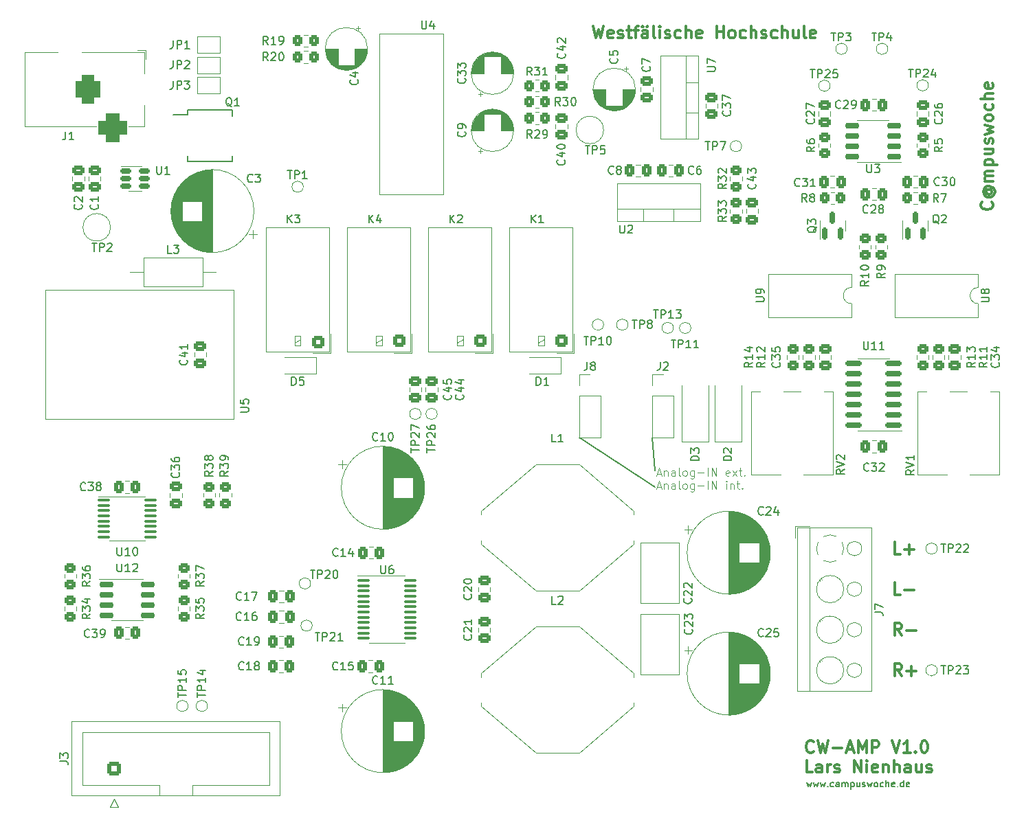
<source format=gto>
G04 #@! TF.GenerationSoftware,KiCad,Pcbnew,6.0.6-2.fc35*
G04 #@! TF.CreationDate,2022-07-15T01:41:46+02:00*
G04 #@! TF.ProjectId,office_amp,6f666669-6365-45f6-916d-702e6b696361,rev?*
G04 #@! TF.SameCoordinates,Original*
G04 #@! TF.FileFunction,Legend,Top*
G04 #@! TF.FilePolarity,Positive*
%FSLAX46Y46*%
G04 Gerber Fmt 4.6, Leading zero omitted, Abs format (unit mm)*
G04 Created by KiCad (PCBNEW 6.0.6-2.fc35) date 2022-07-15 01:41:46*
%MOMM*%
%LPD*%
G01*
G04 APERTURE LIST*
G04 Aperture macros list*
%AMRoundRect*
0 Rectangle with rounded corners*
0 $1 Rounding radius*
0 $2 $3 $4 $5 $6 $7 $8 $9 X,Y pos of 4 corners*
0 Add a 4 corners polygon primitive as box body*
4,1,4,$2,$3,$4,$5,$6,$7,$8,$9,$2,$3,0*
0 Add four circle primitives for the rounded corners*
1,1,$1+$1,$2,$3*
1,1,$1+$1,$4,$5*
1,1,$1+$1,$6,$7*
1,1,$1+$1,$8,$9*
0 Add four rect primitives between the rounded corners*
20,1,$1+$1,$2,$3,$4,$5,0*
20,1,$1+$1,$4,$5,$6,$7,0*
20,1,$1+$1,$6,$7,$8,$9,0*
20,1,$1+$1,$8,$9,$2,$3,0*%
%AMFreePoly0*
4,1,6,1.000000,0.000000,0.500000,-0.750000,-0.500000,-0.750000,-0.500000,0.750000,0.500000,0.750000,1.000000,0.000000,1.000000,0.000000,$1*%
%AMFreePoly1*
4,1,6,0.500000,-0.750000,-0.650000,-0.750000,-0.150000,0.000000,-0.650000,0.750000,0.500000,0.750000,0.500000,-0.750000,0.500000,-0.750000,$1*%
G04 Aperture macros list end*
%ADD10C,0.150000*%
%ADD11C,0.300000*%
%ADD12C,0.100000*%
%ADD13C,0.120000*%
%ADD14RoundRect,0.250000X0.450000X-0.350000X0.450000X0.350000X-0.450000X0.350000X-0.450000X-0.350000X0*%
%ADD15FreePoly0,0.000000*%
%ADD16FreePoly1,0.000000*%
%ADD17R,1.750000X0.550000*%
%ADD18R,3.500000X3.500000*%
%ADD19RoundRect,0.750000X-0.750000X-1.000000X0.750000X-1.000000X0.750000X1.000000X-0.750000X1.000000X0*%
%ADD20RoundRect,0.875000X-0.875000X-0.875000X0.875000X-0.875000X0.875000X0.875000X-0.875000X0.875000X0*%
%ADD21RoundRect,0.150000X-0.512500X-0.150000X0.512500X-0.150000X0.512500X0.150000X-0.512500X0.150000X0*%
%ADD22RoundRect,0.250000X0.337500X0.475000X-0.337500X0.475000X-0.337500X-0.475000X0.337500X-0.475000X0*%
%ADD23RoundRect,0.250000X-0.475000X0.337500X-0.475000X-0.337500X0.475000X-0.337500X0.475000X0.337500X0*%
%ADD24RoundRect,0.250000X-0.337500X-0.475000X0.337500X-0.475000X0.337500X0.475000X-0.337500X0.475000X0*%
%ADD25R,1.600000X1.600000*%
%ADD26C,1.700000*%
%ADD27C,1.900000*%
%ADD28R,2.000000X2.000000*%
%ADD29C,2.000000*%
%ADD30RoundRect,0.250000X0.600000X-0.600000X0.600000X0.600000X-0.600000X0.600000X-0.600000X-0.600000X0*%
%ADD31C,1.600000*%
%ADD32RoundRect,0.250000X0.475000X-0.337500X0.475000X0.337500X-0.475000X0.337500X-0.475000X-0.337500X0*%
%ADD33R,0.900000X1.200000*%
%ADD34RoundRect,0.250500X0.499500X0.499500X-0.499500X0.499500X-0.499500X-0.499500X0.499500X-0.499500X0*%
%ADD35C,1.500000*%
%ADD36RoundRect,0.250000X-0.450000X0.350000X-0.450000X-0.350000X0.450000X-0.350000X0.450000X0.350000X0*%
%ADD37C,2.340000*%
%ADD38R,1.905000X2.000000*%
%ADD39O,1.905000X2.000000*%
%ADD40O,1.600000X1.600000*%
%ADD41RoundRect,0.250000X-0.350000X-0.450000X0.350000X-0.450000X0.350000X0.450000X-0.350000X0.450000X0*%
%ADD42RoundRect,0.150000X0.150000X-0.587500X0.150000X0.587500X-0.150000X0.587500X-0.150000X-0.587500X0*%
%ADD43RoundRect,0.250000X0.350000X0.450000X-0.350000X0.450000X-0.350000X-0.450000X0.350000X-0.450000X0*%
%ADD44R,1.700000X1.700000*%
%ADD45O,1.700000X1.700000*%
%ADD46R,2.400000X4.680000*%
%ADD47RoundRect,0.100000X-0.687500X-0.100000X0.687500X-0.100000X0.687500X0.100000X-0.687500X0.100000X0*%
%ADD48R,2.500000X2.500000*%
%ADD49C,2.500000*%
%ADD50R,6.705000X2.794000*%
%ADD51C,1.000000*%
%ADD52C,7.000000*%
%ADD53C,2.800000*%
%ADD54C,3.000000*%
%ADD55RoundRect,0.150000X-0.725000X-0.150000X0.725000X-0.150000X0.725000X0.150000X-0.725000X0.150000X0*%
%ADD56R,1.800000X3.500000*%
%ADD57RoundRect,0.100000X-0.637500X-0.100000X0.637500X-0.100000X0.637500X0.100000X-0.637500X0.100000X0*%
%ADD58R,2.000000X1.905000*%
%ADD59O,2.000000X1.905000*%
%ADD60RoundRect,0.150000X0.825000X0.150000X-0.825000X0.150000X-0.825000X-0.150000X0.825000X-0.150000X0*%
%ADD61RoundRect,0.150000X0.725000X0.150000X-0.725000X0.150000X-0.725000X-0.150000X0.725000X-0.150000X0*%
G04 APERTURE END LIST*
D10*
X156670000Y-109885000D02*
X166000000Y-116000000D01*
X165670000Y-109885000D02*
X166000000Y-114000000D01*
D11*
X196409285Y-134278571D02*
X195909285Y-133564285D01*
X195552142Y-134278571D02*
X195552142Y-132778571D01*
X196123571Y-132778571D01*
X196266428Y-132850000D01*
X196337857Y-132921428D01*
X196409285Y-133064285D01*
X196409285Y-133278571D01*
X196337857Y-133421428D01*
X196266428Y-133492857D01*
X196123571Y-133564285D01*
X195552142Y-133564285D01*
X197052142Y-133707142D02*
X198195000Y-133707142D01*
X158409285Y-59178571D02*
X158766428Y-60678571D01*
X159052142Y-59607142D01*
X159337857Y-60678571D01*
X159695000Y-59178571D01*
X160837857Y-60607142D02*
X160695000Y-60678571D01*
X160409285Y-60678571D01*
X160266428Y-60607142D01*
X160195000Y-60464285D01*
X160195000Y-59892857D01*
X160266428Y-59750000D01*
X160409285Y-59678571D01*
X160695000Y-59678571D01*
X160837857Y-59750000D01*
X160909285Y-59892857D01*
X160909285Y-60035714D01*
X160195000Y-60178571D01*
X161480714Y-60607142D02*
X161623571Y-60678571D01*
X161909285Y-60678571D01*
X162052142Y-60607142D01*
X162123571Y-60464285D01*
X162123571Y-60392857D01*
X162052142Y-60250000D01*
X161909285Y-60178571D01*
X161695000Y-60178571D01*
X161552142Y-60107142D01*
X161480714Y-59964285D01*
X161480714Y-59892857D01*
X161552142Y-59750000D01*
X161695000Y-59678571D01*
X161909285Y-59678571D01*
X162052142Y-59750000D01*
X162552142Y-59678571D02*
X163123571Y-59678571D01*
X162766428Y-59178571D02*
X162766428Y-60464285D01*
X162837857Y-60607142D01*
X162980714Y-60678571D01*
X163123571Y-60678571D01*
X163409285Y-59678571D02*
X163980714Y-59678571D01*
X163623571Y-60678571D02*
X163623571Y-59392857D01*
X163695000Y-59250000D01*
X163837857Y-59178571D01*
X163980714Y-59178571D01*
X165123571Y-60678571D02*
X165123571Y-59892857D01*
X165052142Y-59750000D01*
X164909285Y-59678571D01*
X164623571Y-59678571D01*
X164480714Y-59750000D01*
X165123571Y-60607142D02*
X164980714Y-60678571D01*
X164623571Y-60678571D01*
X164480714Y-60607142D01*
X164409285Y-60464285D01*
X164409285Y-60321428D01*
X164480714Y-60178571D01*
X164623571Y-60107142D01*
X164980714Y-60107142D01*
X165123571Y-60035714D01*
X164480714Y-59178571D02*
X164552142Y-59250000D01*
X164480714Y-59321428D01*
X164409285Y-59250000D01*
X164480714Y-59178571D01*
X164480714Y-59321428D01*
X165052142Y-59178571D02*
X165123571Y-59250000D01*
X165052142Y-59321428D01*
X164980714Y-59250000D01*
X165052142Y-59178571D01*
X165052142Y-59321428D01*
X166052142Y-60678571D02*
X165909285Y-60607142D01*
X165837857Y-60464285D01*
X165837857Y-59178571D01*
X166623571Y-60678571D02*
X166623571Y-59678571D01*
X166623571Y-59178571D02*
X166552142Y-59250000D01*
X166623571Y-59321428D01*
X166695000Y-59250000D01*
X166623571Y-59178571D01*
X166623571Y-59321428D01*
X167266428Y-60607142D02*
X167409285Y-60678571D01*
X167695000Y-60678571D01*
X167837857Y-60607142D01*
X167909285Y-60464285D01*
X167909285Y-60392857D01*
X167837857Y-60250000D01*
X167695000Y-60178571D01*
X167480714Y-60178571D01*
X167337857Y-60107142D01*
X167266428Y-59964285D01*
X167266428Y-59892857D01*
X167337857Y-59750000D01*
X167480714Y-59678571D01*
X167695000Y-59678571D01*
X167837857Y-59750000D01*
X169195000Y-60607142D02*
X169052142Y-60678571D01*
X168766428Y-60678571D01*
X168623571Y-60607142D01*
X168552142Y-60535714D01*
X168480714Y-60392857D01*
X168480714Y-59964285D01*
X168552142Y-59821428D01*
X168623571Y-59750000D01*
X168766428Y-59678571D01*
X169052142Y-59678571D01*
X169195000Y-59750000D01*
X169837857Y-60678571D02*
X169837857Y-59178571D01*
X170480714Y-60678571D02*
X170480714Y-59892857D01*
X170409285Y-59750000D01*
X170266428Y-59678571D01*
X170052142Y-59678571D01*
X169909285Y-59750000D01*
X169837857Y-59821428D01*
X171766428Y-60607142D02*
X171623571Y-60678571D01*
X171337857Y-60678571D01*
X171195000Y-60607142D01*
X171123571Y-60464285D01*
X171123571Y-59892857D01*
X171195000Y-59750000D01*
X171337857Y-59678571D01*
X171623571Y-59678571D01*
X171766428Y-59750000D01*
X171837857Y-59892857D01*
X171837857Y-60035714D01*
X171123571Y-60178571D01*
X173623571Y-60678571D02*
X173623571Y-59178571D01*
X173623571Y-59892857D02*
X174480714Y-59892857D01*
X174480714Y-60678571D02*
X174480714Y-59178571D01*
X175409285Y-60678571D02*
X175266428Y-60607142D01*
X175195000Y-60535714D01*
X175123571Y-60392857D01*
X175123571Y-59964285D01*
X175195000Y-59821428D01*
X175266428Y-59750000D01*
X175409285Y-59678571D01*
X175623571Y-59678571D01*
X175766428Y-59750000D01*
X175837857Y-59821428D01*
X175909285Y-59964285D01*
X175909285Y-60392857D01*
X175837857Y-60535714D01*
X175766428Y-60607142D01*
X175623571Y-60678571D01*
X175409285Y-60678571D01*
X177195000Y-60607142D02*
X177052142Y-60678571D01*
X176766428Y-60678571D01*
X176623571Y-60607142D01*
X176552142Y-60535714D01*
X176480714Y-60392857D01*
X176480714Y-59964285D01*
X176552142Y-59821428D01*
X176623571Y-59750000D01*
X176766428Y-59678571D01*
X177052142Y-59678571D01*
X177195000Y-59750000D01*
X177837857Y-60678571D02*
X177837857Y-59178571D01*
X178480714Y-60678571D02*
X178480714Y-59892857D01*
X178409285Y-59750000D01*
X178266428Y-59678571D01*
X178052142Y-59678571D01*
X177909285Y-59750000D01*
X177837857Y-59821428D01*
X179123571Y-60607142D02*
X179266428Y-60678571D01*
X179552142Y-60678571D01*
X179695000Y-60607142D01*
X179766428Y-60464285D01*
X179766428Y-60392857D01*
X179695000Y-60250000D01*
X179552142Y-60178571D01*
X179337857Y-60178571D01*
X179195000Y-60107142D01*
X179123571Y-59964285D01*
X179123571Y-59892857D01*
X179195000Y-59750000D01*
X179337857Y-59678571D01*
X179552142Y-59678571D01*
X179695000Y-59750000D01*
X181052142Y-60607142D02*
X180909285Y-60678571D01*
X180623571Y-60678571D01*
X180480714Y-60607142D01*
X180409285Y-60535714D01*
X180337857Y-60392857D01*
X180337857Y-59964285D01*
X180409285Y-59821428D01*
X180480714Y-59750000D01*
X180623571Y-59678571D01*
X180909285Y-59678571D01*
X181052142Y-59750000D01*
X181695000Y-60678571D02*
X181695000Y-59178571D01*
X182337857Y-60678571D02*
X182337857Y-59892857D01*
X182266428Y-59750000D01*
X182123571Y-59678571D01*
X181909285Y-59678571D01*
X181766428Y-59750000D01*
X181695000Y-59821428D01*
X183695000Y-59678571D02*
X183695000Y-60678571D01*
X183052142Y-59678571D02*
X183052142Y-60464285D01*
X183123571Y-60607142D01*
X183266428Y-60678571D01*
X183480714Y-60678571D01*
X183623571Y-60607142D01*
X183695000Y-60535714D01*
X184623571Y-60678571D02*
X184480714Y-60607142D01*
X184409285Y-60464285D01*
X184409285Y-59178571D01*
X185766428Y-60607142D02*
X185623571Y-60678571D01*
X185337857Y-60678571D01*
X185195000Y-60607142D01*
X185123571Y-60464285D01*
X185123571Y-59892857D01*
X185195000Y-59750000D01*
X185337857Y-59678571D01*
X185623571Y-59678571D01*
X185766428Y-59750000D01*
X185837857Y-59892857D01*
X185837857Y-60035714D01*
X185123571Y-60178571D01*
X196266428Y-124278571D02*
X195552142Y-124278571D01*
X195552142Y-122778571D01*
X196766428Y-123707142D02*
X197909285Y-123707142D01*
X197337857Y-124278571D02*
X197337857Y-123135714D01*
X185559285Y-148628214D02*
X185487857Y-148699642D01*
X185273571Y-148771071D01*
X185130714Y-148771071D01*
X184916428Y-148699642D01*
X184773571Y-148556785D01*
X184702142Y-148413928D01*
X184630714Y-148128214D01*
X184630714Y-147913928D01*
X184702142Y-147628214D01*
X184773571Y-147485357D01*
X184916428Y-147342500D01*
X185130714Y-147271071D01*
X185273571Y-147271071D01*
X185487857Y-147342500D01*
X185559285Y-147413928D01*
X186059285Y-147271071D02*
X186416428Y-148771071D01*
X186702142Y-147699642D01*
X186987857Y-148771071D01*
X187345000Y-147271071D01*
X187916428Y-148199642D02*
X189059285Y-148199642D01*
X189702142Y-148342500D02*
X190416428Y-148342500D01*
X189559285Y-148771071D02*
X190059285Y-147271071D01*
X190559285Y-148771071D01*
X191059285Y-148771071D02*
X191059285Y-147271071D01*
X191559285Y-148342500D01*
X192059285Y-147271071D01*
X192059285Y-148771071D01*
X192773571Y-148771071D02*
X192773571Y-147271071D01*
X193345000Y-147271071D01*
X193487857Y-147342500D01*
X193559285Y-147413928D01*
X193630714Y-147556785D01*
X193630714Y-147771071D01*
X193559285Y-147913928D01*
X193487857Y-147985357D01*
X193345000Y-148056785D01*
X192773571Y-148056785D01*
X195202142Y-147271071D02*
X195702142Y-148771071D01*
X196202142Y-147271071D01*
X197487857Y-148771071D02*
X196630714Y-148771071D01*
X197059285Y-148771071D02*
X197059285Y-147271071D01*
X196916428Y-147485357D01*
X196773571Y-147628214D01*
X196630714Y-147699642D01*
X198130714Y-148628214D02*
X198202142Y-148699642D01*
X198130714Y-148771071D01*
X198059285Y-148699642D01*
X198130714Y-148628214D01*
X198130714Y-148771071D01*
X199130714Y-147271071D02*
X199273571Y-147271071D01*
X199416428Y-147342500D01*
X199487857Y-147413928D01*
X199559285Y-147556785D01*
X199630714Y-147842500D01*
X199630714Y-148199642D01*
X199559285Y-148485357D01*
X199487857Y-148628214D01*
X199416428Y-148699642D01*
X199273571Y-148771071D01*
X199130714Y-148771071D01*
X198987857Y-148699642D01*
X198916428Y-148628214D01*
X198845000Y-148485357D01*
X198773571Y-148199642D01*
X198773571Y-147842500D01*
X198845000Y-147556785D01*
X198916428Y-147413928D01*
X198987857Y-147342500D01*
X199130714Y-147271071D01*
X185416428Y-151186071D02*
X184702142Y-151186071D01*
X184702142Y-149686071D01*
X186559285Y-151186071D02*
X186559285Y-150400357D01*
X186487857Y-150257500D01*
X186345000Y-150186071D01*
X186059285Y-150186071D01*
X185916428Y-150257500D01*
X186559285Y-151114642D02*
X186416428Y-151186071D01*
X186059285Y-151186071D01*
X185916428Y-151114642D01*
X185845000Y-150971785D01*
X185845000Y-150828928D01*
X185916428Y-150686071D01*
X186059285Y-150614642D01*
X186416428Y-150614642D01*
X186559285Y-150543214D01*
X187273571Y-151186071D02*
X187273571Y-150186071D01*
X187273571Y-150471785D02*
X187345000Y-150328928D01*
X187416428Y-150257500D01*
X187559285Y-150186071D01*
X187702142Y-150186071D01*
X188130714Y-151114642D02*
X188273571Y-151186071D01*
X188559285Y-151186071D01*
X188702142Y-151114642D01*
X188773571Y-150971785D01*
X188773571Y-150900357D01*
X188702142Y-150757500D01*
X188559285Y-150686071D01*
X188345000Y-150686071D01*
X188202142Y-150614642D01*
X188130714Y-150471785D01*
X188130714Y-150400357D01*
X188202142Y-150257500D01*
X188345000Y-150186071D01*
X188559285Y-150186071D01*
X188702142Y-150257500D01*
X190559285Y-151186071D02*
X190559285Y-149686071D01*
X191416428Y-151186071D01*
X191416428Y-149686071D01*
X192130714Y-151186071D02*
X192130714Y-150186071D01*
X192130714Y-149686071D02*
X192059285Y-149757500D01*
X192130714Y-149828928D01*
X192202142Y-149757500D01*
X192130714Y-149686071D01*
X192130714Y-149828928D01*
X193416428Y-151114642D02*
X193273571Y-151186071D01*
X192987857Y-151186071D01*
X192845000Y-151114642D01*
X192773571Y-150971785D01*
X192773571Y-150400357D01*
X192845000Y-150257500D01*
X192987857Y-150186071D01*
X193273571Y-150186071D01*
X193416428Y-150257500D01*
X193487857Y-150400357D01*
X193487857Y-150543214D01*
X192773571Y-150686071D01*
X194130714Y-150186071D02*
X194130714Y-151186071D01*
X194130714Y-150328928D02*
X194202142Y-150257500D01*
X194345000Y-150186071D01*
X194559285Y-150186071D01*
X194702142Y-150257500D01*
X194773571Y-150400357D01*
X194773571Y-151186071D01*
X195487857Y-151186071D02*
X195487857Y-149686071D01*
X196130714Y-151186071D02*
X196130714Y-150400357D01*
X196059285Y-150257500D01*
X195916428Y-150186071D01*
X195702142Y-150186071D01*
X195559285Y-150257500D01*
X195487857Y-150328928D01*
X197487857Y-151186071D02*
X197487857Y-150400357D01*
X197416428Y-150257500D01*
X197273571Y-150186071D01*
X196987857Y-150186071D01*
X196845000Y-150257500D01*
X197487857Y-151114642D02*
X197345000Y-151186071D01*
X196987857Y-151186071D01*
X196845000Y-151114642D01*
X196773571Y-150971785D01*
X196773571Y-150828928D01*
X196845000Y-150686071D01*
X196987857Y-150614642D01*
X197345000Y-150614642D01*
X197487857Y-150543214D01*
X198845000Y-150186071D02*
X198845000Y-151186071D01*
X198202142Y-150186071D02*
X198202142Y-150971785D01*
X198273571Y-151114642D01*
X198416428Y-151186071D01*
X198630714Y-151186071D01*
X198773571Y-151114642D01*
X198845000Y-151043214D01*
X199487857Y-151114642D02*
X199630714Y-151186071D01*
X199916428Y-151186071D01*
X200059285Y-151114642D01*
X200130714Y-150971785D01*
X200130714Y-150900357D01*
X200059285Y-150757500D01*
X199916428Y-150686071D01*
X199702142Y-150686071D01*
X199559285Y-150614642D01*
X199487857Y-150471785D01*
X199487857Y-150400357D01*
X199559285Y-150257500D01*
X199702142Y-150186071D01*
X199916428Y-150186071D01*
X200059285Y-150257500D01*
D12*
X166255476Y-114361666D02*
X166731666Y-114361666D01*
X166160238Y-114647380D02*
X166493571Y-113647380D01*
X166826904Y-114647380D01*
X167160238Y-113980714D02*
X167160238Y-114647380D01*
X167160238Y-114075952D02*
X167207857Y-114028333D01*
X167303095Y-113980714D01*
X167445952Y-113980714D01*
X167541190Y-114028333D01*
X167588809Y-114123571D01*
X167588809Y-114647380D01*
X168493571Y-114647380D02*
X168493571Y-114123571D01*
X168445952Y-114028333D01*
X168350714Y-113980714D01*
X168160238Y-113980714D01*
X168065000Y-114028333D01*
X168493571Y-114599761D02*
X168398333Y-114647380D01*
X168160238Y-114647380D01*
X168065000Y-114599761D01*
X168017380Y-114504523D01*
X168017380Y-114409285D01*
X168065000Y-114314047D01*
X168160238Y-114266428D01*
X168398333Y-114266428D01*
X168493571Y-114218809D01*
X169112619Y-114647380D02*
X169017380Y-114599761D01*
X168969761Y-114504523D01*
X168969761Y-113647380D01*
X169636428Y-114647380D02*
X169541190Y-114599761D01*
X169493571Y-114552142D01*
X169445952Y-114456904D01*
X169445952Y-114171190D01*
X169493571Y-114075952D01*
X169541190Y-114028333D01*
X169636428Y-113980714D01*
X169779285Y-113980714D01*
X169874523Y-114028333D01*
X169922142Y-114075952D01*
X169969761Y-114171190D01*
X169969761Y-114456904D01*
X169922142Y-114552142D01*
X169874523Y-114599761D01*
X169779285Y-114647380D01*
X169636428Y-114647380D01*
X170826904Y-113980714D02*
X170826904Y-114790238D01*
X170779285Y-114885476D01*
X170731666Y-114933095D01*
X170636428Y-114980714D01*
X170493571Y-114980714D01*
X170398333Y-114933095D01*
X170826904Y-114599761D02*
X170731666Y-114647380D01*
X170541190Y-114647380D01*
X170445952Y-114599761D01*
X170398333Y-114552142D01*
X170350714Y-114456904D01*
X170350714Y-114171190D01*
X170398333Y-114075952D01*
X170445952Y-114028333D01*
X170541190Y-113980714D01*
X170731666Y-113980714D01*
X170826904Y-114028333D01*
X171303095Y-114266428D02*
X172065000Y-114266428D01*
X172541190Y-114647380D02*
X172541190Y-113647380D01*
X173017380Y-114647380D02*
X173017380Y-113647380D01*
X173588809Y-114647380D01*
X173588809Y-113647380D01*
X175207857Y-114599761D02*
X175112619Y-114647380D01*
X174922142Y-114647380D01*
X174826904Y-114599761D01*
X174779285Y-114504523D01*
X174779285Y-114123571D01*
X174826904Y-114028333D01*
X174922142Y-113980714D01*
X175112619Y-113980714D01*
X175207857Y-114028333D01*
X175255476Y-114123571D01*
X175255476Y-114218809D01*
X174779285Y-114314047D01*
X175588809Y-114647380D02*
X176112619Y-113980714D01*
X175588809Y-113980714D02*
X176112619Y-114647380D01*
X176350714Y-113980714D02*
X176731666Y-113980714D01*
X176493571Y-113647380D02*
X176493571Y-114504523D01*
X176541190Y-114599761D01*
X176636428Y-114647380D01*
X176731666Y-114647380D01*
X177065000Y-114552142D02*
X177112619Y-114599761D01*
X177065000Y-114647380D01*
X177017380Y-114599761D01*
X177065000Y-114552142D01*
X177065000Y-114647380D01*
X166255476Y-115971666D02*
X166731666Y-115971666D01*
X166160238Y-116257380D02*
X166493571Y-115257380D01*
X166826904Y-116257380D01*
X167160238Y-115590714D02*
X167160238Y-116257380D01*
X167160238Y-115685952D02*
X167207857Y-115638333D01*
X167303095Y-115590714D01*
X167445952Y-115590714D01*
X167541190Y-115638333D01*
X167588809Y-115733571D01*
X167588809Y-116257380D01*
X168493571Y-116257380D02*
X168493571Y-115733571D01*
X168445952Y-115638333D01*
X168350714Y-115590714D01*
X168160238Y-115590714D01*
X168065000Y-115638333D01*
X168493571Y-116209761D02*
X168398333Y-116257380D01*
X168160238Y-116257380D01*
X168065000Y-116209761D01*
X168017380Y-116114523D01*
X168017380Y-116019285D01*
X168065000Y-115924047D01*
X168160238Y-115876428D01*
X168398333Y-115876428D01*
X168493571Y-115828809D01*
X169112619Y-116257380D02*
X169017380Y-116209761D01*
X168969761Y-116114523D01*
X168969761Y-115257380D01*
X169636428Y-116257380D02*
X169541190Y-116209761D01*
X169493571Y-116162142D01*
X169445952Y-116066904D01*
X169445952Y-115781190D01*
X169493571Y-115685952D01*
X169541190Y-115638333D01*
X169636428Y-115590714D01*
X169779285Y-115590714D01*
X169874523Y-115638333D01*
X169922142Y-115685952D01*
X169969761Y-115781190D01*
X169969761Y-116066904D01*
X169922142Y-116162142D01*
X169874523Y-116209761D01*
X169779285Y-116257380D01*
X169636428Y-116257380D01*
X170826904Y-115590714D02*
X170826904Y-116400238D01*
X170779285Y-116495476D01*
X170731666Y-116543095D01*
X170636428Y-116590714D01*
X170493571Y-116590714D01*
X170398333Y-116543095D01*
X170826904Y-116209761D02*
X170731666Y-116257380D01*
X170541190Y-116257380D01*
X170445952Y-116209761D01*
X170398333Y-116162142D01*
X170350714Y-116066904D01*
X170350714Y-115781190D01*
X170398333Y-115685952D01*
X170445952Y-115638333D01*
X170541190Y-115590714D01*
X170731666Y-115590714D01*
X170826904Y-115638333D01*
X171303095Y-115876428D02*
X172065000Y-115876428D01*
X172541190Y-116257380D02*
X172541190Y-115257380D01*
X173017380Y-116257380D02*
X173017380Y-115257380D01*
X173588809Y-116257380D01*
X173588809Y-115257380D01*
X174826904Y-116257380D02*
X174826904Y-115590714D01*
X174826904Y-115257380D02*
X174779285Y-115305000D01*
X174826904Y-115352619D01*
X174874523Y-115305000D01*
X174826904Y-115257380D01*
X174826904Y-115352619D01*
X175303095Y-115590714D02*
X175303095Y-116257380D01*
X175303095Y-115685952D02*
X175350714Y-115638333D01*
X175445952Y-115590714D01*
X175588809Y-115590714D01*
X175684047Y-115638333D01*
X175731666Y-115733571D01*
X175731666Y-116257380D01*
X176065000Y-115590714D02*
X176445952Y-115590714D01*
X176207857Y-115257380D02*
X176207857Y-116114523D01*
X176255476Y-116209761D01*
X176350714Y-116257380D01*
X176445952Y-116257380D01*
X176779285Y-116162142D02*
X176826904Y-116209761D01*
X176779285Y-116257380D01*
X176731666Y-116209761D01*
X176779285Y-116162142D01*
X176779285Y-116257380D01*
D11*
X196409285Y-139278571D02*
X195909285Y-138564285D01*
X195552142Y-139278571D02*
X195552142Y-137778571D01*
X196123571Y-137778571D01*
X196266428Y-137850000D01*
X196337857Y-137921428D01*
X196409285Y-138064285D01*
X196409285Y-138278571D01*
X196337857Y-138421428D01*
X196266428Y-138492857D01*
X196123571Y-138564285D01*
X195552142Y-138564285D01*
X197052142Y-138707142D02*
X198195000Y-138707142D01*
X197623571Y-139278571D02*
X197623571Y-138135714D01*
D10*
X184711785Y-152428571D02*
X184864166Y-152961904D01*
X185016547Y-152580952D01*
X185168928Y-152961904D01*
X185321309Y-152428571D01*
X185549880Y-152428571D02*
X185702261Y-152961904D01*
X185854642Y-152580952D01*
X186007023Y-152961904D01*
X186159404Y-152428571D01*
X186387976Y-152428571D02*
X186540357Y-152961904D01*
X186692738Y-152580952D01*
X186845119Y-152961904D01*
X186997500Y-152428571D01*
X187302261Y-152885714D02*
X187340357Y-152923809D01*
X187302261Y-152961904D01*
X187264166Y-152923809D01*
X187302261Y-152885714D01*
X187302261Y-152961904D01*
X188026071Y-152923809D02*
X187949880Y-152961904D01*
X187797500Y-152961904D01*
X187721309Y-152923809D01*
X187683214Y-152885714D01*
X187645119Y-152809523D01*
X187645119Y-152580952D01*
X187683214Y-152504761D01*
X187721309Y-152466666D01*
X187797500Y-152428571D01*
X187949880Y-152428571D01*
X188026071Y-152466666D01*
X188711785Y-152961904D02*
X188711785Y-152542857D01*
X188673690Y-152466666D01*
X188597500Y-152428571D01*
X188445119Y-152428571D01*
X188368928Y-152466666D01*
X188711785Y-152923809D02*
X188635595Y-152961904D01*
X188445119Y-152961904D01*
X188368928Y-152923809D01*
X188330833Y-152847619D01*
X188330833Y-152771428D01*
X188368928Y-152695238D01*
X188445119Y-152657142D01*
X188635595Y-152657142D01*
X188711785Y-152619047D01*
X189092738Y-152961904D02*
X189092738Y-152428571D01*
X189092738Y-152504761D02*
X189130833Y-152466666D01*
X189207023Y-152428571D01*
X189321309Y-152428571D01*
X189397500Y-152466666D01*
X189435595Y-152542857D01*
X189435595Y-152961904D01*
X189435595Y-152542857D02*
X189473690Y-152466666D01*
X189549880Y-152428571D01*
X189664166Y-152428571D01*
X189740357Y-152466666D01*
X189778452Y-152542857D01*
X189778452Y-152961904D01*
X190159404Y-152428571D02*
X190159404Y-153228571D01*
X190159404Y-152466666D02*
X190235595Y-152428571D01*
X190387976Y-152428571D01*
X190464166Y-152466666D01*
X190502261Y-152504761D01*
X190540357Y-152580952D01*
X190540357Y-152809523D01*
X190502261Y-152885714D01*
X190464166Y-152923809D01*
X190387976Y-152961904D01*
X190235595Y-152961904D01*
X190159404Y-152923809D01*
X191226071Y-152428571D02*
X191226071Y-152961904D01*
X190883214Y-152428571D02*
X190883214Y-152847619D01*
X190921309Y-152923809D01*
X190997500Y-152961904D01*
X191111785Y-152961904D01*
X191187976Y-152923809D01*
X191226071Y-152885714D01*
X191568928Y-152923809D02*
X191645119Y-152961904D01*
X191797500Y-152961904D01*
X191873690Y-152923809D01*
X191911785Y-152847619D01*
X191911785Y-152809523D01*
X191873690Y-152733333D01*
X191797500Y-152695238D01*
X191683214Y-152695238D01*
X191607023Y-152657142D01*
X191568928Y-152580952D01*
X191568928Y-152542857D01*
X191607023Y-152466666D01*
X191683214Y-152428571D01*
X191797500Y-152428571D01*
X191873690Y-152466666D01*
X192178452Y-152428571D02*
X192330833Y-152961904D01*
X192483214Y-152580952D01*
X192635595Y-152961904D01*
X192787976Y-152428571D01*
X193207023Y-152961904D02*
X193130833Y-152923809D01*
X193092738Y-152885714D01*
X193054642Y-152809523D01*
X193054642Y-152580952D01*
X193092738Y-152504761D01*
X193130833Y-152466666D01*
X193207023Y-152428571D01*
X193321309Y-152428571D01*
X193397500Y-152466666D01*
X193435595Y-152504761D01*
X193473690Y-152580952D01*
X193473690Y-152809523D01*
X193435595Y-152885714D01*
X193397500Y-152923809D01*
X193321309Y-152961904D01*
X193207023Y-152961904D01*
X194159404Y-152923809D02*
X194083214Y-152961904D01*
X193930833Y-152961904D01*
X193854642Y-152923809D01*
X193816547Y-152885714D01*
X193778452Y-152809523D01*
X193778452Y-152580952D01*
X193816547Y-152504761D01*
X193854642Y-152466666D01*
X193930833Y-152428571D01*
X194083214Y-152428571D01*
X194159404Y-152466666D01*
X194502261Y-152961904D02*
X194502261Y-152161904D01*
X194845119Y-152961904D02*
X194845119Y-152542857D01*
X194807023Y-152466666D01*
X194730833Y-152428571D01*
X194616547Y-152428571D01*
X194540357Y-152466666D01*
X194502261Y-152504761D01*
X195530833Y-152923809D02*
X195454642Y-152961904D01*
X195302261Y-152961904D01*
X195226071Y-152923809D01*
X195187976Y-152847619D01*
X195187976Y-152542857D01*
X195226071Y-152466666D01*
X195302261Y-152428571D01*
X195454642Y-152428571D01*
X195530833Y-152466666D01*
X195568928Y-152542857D01*
X195568928Y-152619047D01*
X195187976Y-152695238D01*
X195911785Y-152885714D02*
X195949880Y-152923809D01*
X195911785Y-152961904D01*
X195873690Y-152923809D01*
X195911785Y-152885714D01*
X195911785Y-152961904D01*
X196635595Y-152961904D02*
X196635595Y-152161904D01*
X196635595Y-152923809D02*
X196559404Y-152961904D01*
X196407023Y-152961904D01*
X196330833Y-152923809D01*
X196292738Y-152885714D01*
X196254642Y-152809523D01*
X196254642Y-152580952D01*
X196292738Y-152504761D01*
X196330833Y-152466666D01*
X196407023Y-152428571D01*
X196559404Y-152428571D01*
X196635595Y-152466666D01*
X197321309Y-152923809D02*
X197245119Y-152961904D01*
X197092738Y-152961904D01*
X197016547Y-152923809D01*
X196978452Y-152847619D01*
X196978452Y-152542857D01*
X197016547Y-152466666D01*
X197092738Y-152428571D01*
X197245119Y-152428571D01*
X197321309Y-152466666D01*
X197359404Y-152542857D01*
X197359404Y-152619047D01*
X196978452Y-152695238D01*
D11*
X207535714Y-80892857D02*
X207607142Y-80964285D01*
X207678571Y-81178571D01*
X207678571Y-81321428D01*
X207607142Y-81535714D01*
X207464285Y-81678571D01*
X207321428Y-81750000D01*
X207035714Y-81821428D01*
X206821428Y-81821428D01*
X206535714Y-81750000D01*
X206392857Y-81678571D01*
X206250000Y-81535714D01*
X206178571Y-81321428D01*
X206178571Y-81178571D01*
X206250000Y-80964285D01*
X206321428Y-80892857D01*
X206964285Y-79321428D02*
X206892857Y-79392857D01*
X206821428Y-79535714D01*
X206821428Y-79678571D01*
X206892857Y-79821428D01*
X206964285Y-79892857D01*
X207107142Y-79964285D01*
X207250000Y-79964285D01*
X207392857Y-79892857D01*
X207464285Y-79821428D01*
X207535714Y-79678571D01*
X207535714Y-79535714D01*
X207464285Y-79392857D01*
X207392857Y-79321428D01*
X206821428Y-79321428D02*
X207392857Y-79321428D01*
X207464285Y-79250000D01*
X207464285Y-79178571D01*
X207392857Y-79035714D01*
X207250000Y-78964285D01*
X206892857Y-78964285D01*
X206678571Y-79107142D01*
X206535714Y-79321428D01*
X206464285Y-79607142D01*
X206535714Y-79892857D01*
X206678571Y-80107142D01*
X206892857Y-80250000D01*
X207178571Y-80321428D01*
X207464285Y-80250000D01*
X207678571Y-80107142D01*
X207821428Y-79892857D01*
X207892857Y-79607142D01*
X207821428Y-79321428D01*
X207678571Y-79107142D01*
X207678571Y-78321428D02*
X206678571Y-78321428D01*
X206821428Y-78321428D02*
X206750000Y-78250000D01*
X206678571Y-78107142D01*
X206678571Y-77892857D01*
X206750000Y-77750000D01*
X206892857Y-77678571D01*
X207678571Y-77678571D01*
X206892857Y-77678571D02*
X206750000Y-77607142D01*
X206678571Y-77464285D01*
X206678571Y-77250000D01*
X206750000Y-77107142D01*
X206892857Y-77035714D01*
X207678571Y-77035714D01*
X206678571Y-76321428D02*
X208178571Y-76321428D01*
X206750000Y-76321428D02*
X206678571Y-76178571D01*
X206678571Y-75892857D01*
X206750000Y-75750000D01*
X206821428Y-75678571D01*
X206964285Y-75607142D01*
X207392857Y-75607142D01*
X207535714Y-75678571D01*
X207607142Y-75750000D01*
X207678571Y-75892857D01*
X207678571Y-76178571D01*
X207607142Y-76321428D01*
X206678571Y-74321428D02*
X207678571Y-74321428D01*
X206678571Y-74964285D02*
X207464285Y-74964285D01*
X207607142Y-74892857D01*
X207678571Y-74750000D01*
X207678571Y-74535714D01*
X207607142Y-74392857D01*
X207535714Y-74321428D01*
X207607142Y-73678571D02*
X207678571Y-73535714D01*
X207678571Y-73250000D01*
X207607142Y-73107142D01*
X207464285Y-73035714D01*
X207392857Y-73035714D01*
X207250000Y-73107142D01*
X207178571Y-73250000D01*
X207178571Y-73464285D01*
X207107142Y-73607142D01*
X206964285Y-73678571D01*
X206892857Y-73678571D01*
X206750000Y-73607142D01*
X206678571Y-73464285D01*
X206678571Y-73250000D01*
X206750000Y-73107142D01*
X206678571Y-72535714D02*
X207678571Y-72250000D01*
X206964285Y-71964285D01*
X207678571Y-71678571D01*
X206678571Y-71392857D01*
X207678571Y-70607142D02*
X207607142Y-70750000D01*
X207535714Y-70821428D01*
X207392857Y-70892857D01*
X206964285Y-70892857D01*
X206821428Y-70821428D01*
X206750000Y-70750000D01*
X206678571Y-70607142D01*
X206678571Y-70392857D01*
X206750000Y-70250000D01*
X206821428Y-70178571D01*
X206964285Y-70107142D01*
X207392857Y-70107142D01*
X207535714Y-70178571D01*
X207607142Y-70250000D01*
X207678571Y-70392857D01*
X207678571Y-70607142D01*
X207607142Y-68821428D02*
X207678571Y-68964285D01*
X207678571Y-69250000D01*
X207607142Y-69392857D01*
X207535714Y-69464285D01*
X207392857Y-69535714D01*
X206964285Y-69535714D01*
X206821428Y-69464285D01*
X206750000Y-69392857D01*
X206678571Y-69250000D01*
X206678571Y-68964285D01*
X206750000Y-68821428D01*
X207678571Y-68178571D02*
X206178571Y-68178571D01*
X207678571Y-67535714D02*
X206892857Y-67535714D01*
X206750000Y-67607142D01*
X206678571Y-67750000D01*
X206678571Y-67964285D01*
X206750000Y-68107142D01*
X206821428Y-68178571D01*
X207607142Y-66250000D02*
X207678571Y-66392857D01*
X207678571Y-66678571D01*
X207607142Y-66821428D01*
X207464285Y-66892857D01*
X206892857Y-66892857D01*
X206750000Y-66821428D01*
X206678571Y-66678571D01*
X206678571Y-66392857D01*
X206750000Y-66250000D01*
X206892857Y-66178571D01*
X207035714Y-66178571D01*
X207178571Y-66892857D01*
X196266428Y-129278571D02*
X195552142Y-129278571D01*
X195552142Y-127778571D01*
X196766428Y-128707142D02*
X197909285Y-128707142D01*
D10*
X113452380Y-114042857D02*
X112976190Y-114376190D01*
X113452380Y-114614285D02*
X112452380Y-114614285D01*
X112452380Y-114233333D01*
X112500000Y-114138095D01*
X112547619Y-114090476D01*
X112642857Y-114042857D01*
X112785714Y-114042857D01*
X112880952Y-114090476D01*
X112928571Y-114138095D01*
X112976190Y-114233333D01*
X112976190Y-114614285D01*
X112452380Y-113709523D02*
X112452380Y-113090476D01*
X112833333Y-113423809D01*
X112833333Y-113280952D01*
X112880952Y-113185714D01*
X112928571Y-113138095D01*
X113023809Y-113090476D01*
X113261904Y-113090476D01*
X113357142Y-113138095D01*
X113404761Y-113185714D01*
X113452380Y-113280952D01*
X113452380Y-113566666D01*
X113404761Y-113661904D01*
X113357142Y-113709523D01*
X113452380Y-112614285D02*
X113452380Y-112423809D01*
X113404761Y-112328571D01*
X113357142Y-112280952D01*
X113214285Y-112185714D01*
X113023809Y-112138095D01*
X112642857Y-112138095D01*
X112547619Y-112185714D01*
X112500000Y-112233333D01*
X112452380Y-112328571D01*
X112452380Y-112519047D01*
X112500000Y-112614285D01*
X112547619Y-112661904D01*
X112642857Y-112709523D01*
X112880952Y-112709523D01*
X112976190Y-112661904D01*
X113023809Y-112614285D01*
X113071428Y-112519047D01*
X113071428Y-112328571D01*
X113023809Y-112233333D01*
X112976190Y-112185714D01*
X112880952Y-112138095D01*
X111552380Y-114042857D02*
X111076190Y-114376190D01*
X111552380Y-114614285D02*
X110552380Y-114614285D01*
X110552380Y-114233333D01*
X110600000Y-114138095D01*
X110647619Y-114090476D01*
X110742857Y-114042857D01*
X110885714Y-114042857D01*
X110980952Y-114090476D01*
X111028571Y-114138095D01*
X111076190Y-114233333D01*
X111076190Y-114614285D01*
X110552380Y-113709523D02*
X110552380Y-113090476D01*
X110933333Y-113423809D01*
X110933333Y-113280952D01*
X110980952Y-113185714D01*
X111028571Y-113138095D01*
X111123809Y-113090476D01*
X111361904Y-113090476D01*
X111457142Y-113138095D01*
X111504761Y-113185714D01*
X111552380Y-113280952D01*
X111552380Y-113566666D01*
X111504761Y-113661904D01*
X111457142Y-113709523D01*
X110980952Y-112519047D02*
X110933333Y-112614285D01*
X110885714Y-112661904D01*
X110790476Y-112709523D01*
X110742857Y-112709523D01*
X110647619Y-112661904D01*
X110600000Y-112614285D01*
X110552380Y-112519047D01*
X110552380Y-112328571D01*
X110600000Y-112233333D01*
X110647619Y-112185714D01*
X110742857Y-112138095D01*
X110790476Y-112138095D01*
X110885714Y-112185714D01*
X110933333Y-112233333D01*
X110980952Y-112328571D01*
X110980952Y-112519047D01*
X111028571Y-112614285D01*
X111076190Y-112661904D01*
X111171428Y-112709523D01*
X111361904Y-112709523D01*
X111457142Y-112661904D01*
X111504761Y-112614285D01*
X111552380Y-112519047D01*
X111552380Y-112328571D01*
X111504761Y-112233333D01*
X111457142Y-112185714D01*
X111361904Y-112138095D01*
X111171428Y-112138095D01*
X111076190Y-112185714D01*
X111028571Y-112233333D01*
X110980952Y-112328571D01*
X106666666Y-60952380D02*
X106666666Y-61666666D01*
X106619047Y-61809523D01*
X106523809Y-61904761D01*
X106380952Y-61952380D01*
X106285714Y-61952380D01*
X107142857Y-61952380D02*
X107142857Y-60952380D01*
X107523809Y-60952380D01*
X107619047Y-61000000D01*
X107666666Y-61047619D01*
X107714285Y-61142857D01*
X107714285Y-61285714D01*
X107666666Y-61380952D01*
X107619047Y-61428571D01*
X107523809Y-61476190D01*
X107142857Y-61476190D01*
X108666666Y-61952380D02*
X108095238Y-61952380D01*
X108380952Y-61952380D02*
X108380952Y-60952380D01*
X108285714Y-61095238D01*
X108190476Y-61190476D01*
X108095238Y-61238095D01*
X113904761Y-69122619D02*
X113809523Y-69075000D01*
X113714285Y-68979761D01*
X113571428Y-68836904D01*
X113476190Y-68789285D01*
X113380952Y-68789285D01*
X113428571Y-69027380D02*
X113333333Y-68979761D01*
X113238095Y-68884523D01*
X113190476Y-68694047D01*
X113190476Y-68360714D01*
X113238095Y-68170238D01*
X113333333Y-68075000D01*
X113428571Y-68027380D01*
X113619047Y-68027380D01*
X113714285Y-68075000D01*
X113809523Y-68170238D01*
X113857142Y-68360714D01*
X113857142Y-68694047D01*
X113809523Y-68884523D01*
X113714285Y-68979761D01*
X113619047Y-69027380D01*
X113428571Y-69027380D01*
X114809523Y-69027380D02*
X114238095Y-69027380D01*
X114523809Y-69027380D02*
X114523809Y-68027380D01*
X114428571Y-68170238D01*
X114333333Y-68265476D01*
X114238095Y-68313095D01*
X93416666Y-72202380D02*
X93416666Y-72916666D01*
X93369047Y-73059523D01*
X93273809Y-73154761D01*
X93130952Y-73202380D01*
X93035714Y-73202380D01*
X94416666Y-73202380D02*
X93845238Y-73202380D01*
X94130952Y-73202380D02*
X94130952Y-72202380D01*
X94035714Y-72345238D01*
X93940476Y-72440476D01*
X93845238Y-72488095D01*
X104638095Y-76452380D02*
X104638095Y-77261904D01*
X104685714Y-77357142D01*
X104733333Y-77404761D01*
X104828571Y-77452380D01*
X105019047Y-77452380D01*
X105114285Y-77404761D01*
X105161904Y-77357142D01*
X105209523Y-77261904D01*
X105209523Y-76452380D01*
X106209523Y-77452380D02*
X105638095Y-77452380D01*
X105923809Y-77452380D02*
X105923809Y-76452380D01*
X105828571Y-76595238D01*
X105733333Y-76690476D01*
X105638095Y-76738095D01*
X170778333Y-77357142D02*
X170730714Y-77404761D01*
X170587857Y-77452380D01*
X170492619Y-77452380D01*
X170349761Y-77404761D01*
X170254523Y-77309523D01*
X170206904Y-77214285D01*
X170159285Y-77023809D01*
X170159285Y-76880952D01*
X170206904Y-76690476D01*
X170254523Y-76595238D01*
X170349761Y-76500000D01*
X170492619Y-76452380D01*
X170587857Y-76452380D01*
X170730714Y-76500000D01*
X170778333Y-76547619D01*
X171635476Y-76452380D02*
X171445000Y-76452380D01*
X171349761Y-76500000D01*
X171302142Y-76547619D01*
X171206904Y-76690476D01*
X171159285Y-76880952D01*
X171159285Y-77261904D01*
X171206904Y-77357142D01*
X171254523Y-77404761D01*
X171349761Y-77452380D01*
X171540238Y-77452380D01*
X171635476Y-77404761D01*
X171683095Y-77357142D01*
X171730714Y-77261904D01*
X171730714Y-77023809D01*
X171683095Y-76928571D01*
X171635476Y-76880952D01*
X171540238Y-76833333D01*
X171349761Y-76833333D01*
X171254523Y-76880952D01*
X171206904Y-76928571D01*
X171159285Y-77023809D01*
X165357142Y-64166666D02*
X165404761Y-64214285D01*
X165452380Y-64357142D01*
X165452380Y-64452380D01*
X165404761Y-64595238D01*
X165309523Y-64690476D01*
X165214285Y-64738095D01*
X165023809Y-64785714D01*
X164880952Y-64785714D01*
X164690476Y-64738095D01*
X164595238Y-64690476D01*
X164500000Y-64595238D01*
X164452380Y-64452380D01*
X164452380Y-64357142D01*
X164500000Y-64214285D01*
X164547619Y-64166666D01*
X164452380Y-63833333D02*
X164452380Y-63166666D01*
X165452380Y-63595238D01*
X160915833Y-77357142D02*
X160868214Y-77404761D01*
X160725357Y-77452380D01*
X160630119Y-77452380D01*
X160487261Y-77404761D01*
X160392023Y-77309523D01*
X160344404Y-77214285D01*
X160296785Y-77023809D01*
X160296785Y-76880952D01*
X160344404Y-76690476D01*
X160392023Y-76595238D01*
X160487261Y-76500000D01*
X160630119Y-76452380D01*
X160725357Y-76452380D01*
X160868214Y-76500000D01*
X160915833Y-76547619D01*
X161487261Y-76880952D02*
X161392023Y-76833333D01*
X161344404Y-76785714D01*
X161296785Y-76690476D01*
X161296785Y-76642857D01*
X161344404Y-76547619D01*
X161392023Y-76500000D01*
X161487261Y-76452380D01*
X161677738Y-76452380D01*
X161772976Y-76500000D01*
X161820595Y-76547619D01*
X161868214Y-76642857D01*
X161868214Y-76690476D01*
X161820595Y-76785714D01*
X161772976Y-76833333D01*
X161677738Y-76880952D01*
X161487261Y-76880952D01*
X161392023Y-76928571D01*
X161344404Y-76976190D01*
X161296785Y-77071428D01*
X161296785Y-77261904D01*
X161344404Y-77357142D01*
X161392023Y-77404761D01*
X161487261Y-77452380D01*
X161677738Y-77452380D01*
X161772976Y-77404761D01*
X161820595Y-77357142D01*
X161868214Y-77261904D01*
X161868214Y-77071428D01*
X161820595Y-76976190D01*
X161772976Y-76928571D01*
X161677738Y-76880952D01*
X137288095Y-58552380D02*
X137288095Y-59361904D01*
X137335714Y-59457142D01*
X137383333Y-59504761D01*
X137478571Y-59552380D01*
X137669047Y-59552380D01*
X137764285Y-59504761D01*
X137811904Y-59457142D01*
X137859523Y-59361904D01*
X137859523Y-58552380D01*
X138764285Y-58885714D02*
X138764285Y-59552380D01*
X138526190Y-58504761D02*
X138288095Y-59219047D01*
X138907142Y-59219047D01*
X114952380Y-106761904D02*
X115761904Y-106761904D01*
X115857142Y-106714285D01*
X115904761Y-106666666D01*
X115952380Y-106571428D01*
X115952380Y-106380952D01*
X115904761Y-106285714D01*
X115857142Y-106238095D01*
X115761904Y-106190476D01*
X114952380Y-106190476D01*
X114952380Y-105238095D02*
X114952380Y-105714285D01*
X115428571Y-105761904D01*
X115380952Y-105714285D01*
X115333333Y-105619047D01*
X115333333Y-105380952D01*
X115380952Y-105285714D01*
X115428571Y-105238095D01*
X115523809Y-105190476D01*
X115761904Y-105190476D01*
X115857142Y-105238095D01*
X115904761Y-105285714D01*
X115952380Y-105380952D01*
X115952380Y-105619047D01*
X115904761Y-105714285D01*
X115857142Y-105761904D01*
X131857142Y-140207142D02*
X131809523Y-140254761D01*
X131666666Y-140302380D01*
X131571428Y-140302380D01*
X131428571Y-140254761D01*
X131333333Y-140159523D01*
X131285714Y-140064285D01*
X131238095Y-139873809D01*
X131238095Y-139730952D01*
X131285714Y-139540476D01*
X131333333Y-139445238D01*
X131428571Y-139350000D01*
X131571428Y-139302380D01*
X131666666Y-139302380D01*
X131809523Y-139350000D01*
X131857142Y-139397619D01*
X132809523Y-140302380D02*
X132238095Y-140302380D01*
X132523809Y-140302380D02*
X132523809Y-139302380D01*
X132428571Y-139445238D01*
X132333333Y-139540476D01*
X132238095Y-139588095D01*
X133761904Y-140302380D02*
X133190476Y-140302380D01*
X133476190Y-140302380D02*
X133476190Y-139302380D01*
X133380952Y-139445238D01*
X133285714Y-139540476D01*
X133190476Y-139588095D01*
X92732380Y-149815833D02*
X93446666Y-149815833D01*
X93589523Y-149863452D01*
X93684761Y-149958690D01*
X93732380Y-150101547D01*
X93732380Y-150196785D01*
X92732380Y-149434880D02*
X92732380Y-148815833D01*
X93113333Y-149149166D01*
X93113333Y-149006309D01*
X93160952Y-148911071D01*
X93208571Y-148863452D01*
X93303809Y-148815833D01*
X93541904Y-148815833D01*
X93637142Y-148863452D01*
X93684761Y-148911071D01*
X93732380Y-149006309D01*
X93732380Y-149292023D01*
X93684761Y-149387261D01*
X93637142Y-149434880D01*
X129357142Y-65816666D02*
X129404761Y-65864285D01*
X129452380Y-66007142D01*
X129452380Y-66102380D01*
X129404761Y-66245238D01*
X129309523Y-66340476D01*
X129214285Y-66388095D01*
X129023809Y-66435714D01*
X128880952Y-66435714D01*
X128690476Y-66388095D01*
X128595238Y-66340476D01*
X128500000Y-66245238D01*
X128452380Y-66102380D01*
X128452380Y-66007142D01*
X128500000Y-65864285D01*
X128547619Y-65816666D01*
X128785714Y-64959523D02*
X129452380Y-64959523D01*
X128404761Y-65197619D02*
X129119047Y-65435714D01*
X129119047Y-64816666D01*
X161357142Y-63166666D02*
X161404761Y-63214285D01*
X161452380Y-63357142D01*
X161452380Y-63452380D01*
X161404761Y-63595238D01*
X161309523Y-63690476D01*
X161214285Y-63738095D01*
X161023809Y-63785714D01*
X160880952Y-63785714D01*
X160690476Y-63738095D01*
X160595238Y-63690476D01*
X160500000Y-63595238D01*
X160452380Y-63452380D01*
X160452380Y-63357142D01*
X160500000Y-63214285D01*
X160547619Y-63166666D01*
X160452380Y-62261904D02*
X160452380Y-62738095D01*
X160928571Y-62785714D01*
X160880952Y-62738095D01*
X160833333Y-62642857D01*
X160833333Y-62404761D01*
X160880952Y-62309523D01*
X160928571Y-62261904D01*
X161023809Y-62214285D01*
X161261904Y-62214285D01*
X161357142Y-62261904D01*
X161404761Y-62309523D01*
X161452380Y-62404761D01*
X161452380Y-62642857D01*
X161404761Y-62738095D01*
X161357142Y-62785714D01*
X142607142Y-72211554D02*
X142654761Y-72259173D01*
X142702380Y-72402030D01*
X142702380Y-72497268D01*
X142654761Y-72640126D01*
X142559523Y-72735364D01*
X142464285Y-72782983D01*
X142273809Y-72830602D01*
X142130952Y-72830602D01*
X141940476Y-72782983D01*
X141845238Y-72735364D01*
X141750000Y-72640126D01*
X141702380Y-72497268D01*
X141702380Y-72402030D01*
X141750000Y-72259173D01*
X141797619Y-72211554D01*
X142702380Y-71735364D02*
X142702380Y-71544888D01*
X142654761Y-71449649D01*
X142607142Y-71402030D01*
X142464285Y-71306792D01*
X142273809Y-71259173D01*
X141892857Y-71259173D01*
X141797619Y-71306792D01*
X141750000Y-71354411D01*
X141702380Y-71449649D01*
X141702380Y-71640126D01*
X141750000Y-71735364D01*
X141797619Y-71782983D01*
X141892857Y-71830602D01*
X142130952Y-71830602D01*
X142226190Y-71782983D01*
X142273809Y-71735364D01*
X142321428Y-71640126D01*
X142321428Y-71449649D01*
X142273809Y-71354411D01*
X142226190Y-71306792D01*
X142130952Y-71259173D01*
X185577142Y-70642857D02*
X185624761Y-70690476D01*
X185672380Y-70833333D01*
X185672380Y-70928571D01*
X185624761Y-71071428D01*
X185529523Y-71166666D01*
X185434285Y-71214285D01*
X185243809Y-71261904D01*
X185100952Y-71261904D01*
X184910476Y-71214285D01*
X184815238Y-71166666D01*
X184720000Y-71071428D01*
X184672380Y-70928571D01*
X184672380Y-70833333D01*
X184720000Y-70690476D01*
X184767619Y-70642857D01*
X184767619Y-70261904D02*
X184720000Y-70214285D01*
X184672380Y-70119047D01*
X184672380Y-69880952D01*
X184720000Y-69785714D01*
X184767619Y-69738095D01*
X184862857Y-69690476D01*
X184958095Y-69690476D01*
X185100952Y-69738095D01*
X185672380Y-70309523D01*
X185672380Y-69690476D01*
X184672380Y-69357142D02*
X184672380Y-68690476D01*
X185672380Y-69119047D01*
X201057142Y-78757142D02*
X201009523Y-78804761D01*
X200866666Y-78852380D01*
X200771428Y-78852380D01*
X200628571Y-78804761D01*
X200533333Y-78709523D01*
X200485714Y-78614285D01*
X200438095Y-78423809D01*
X200438095Y-78280952D01*
X200485714Y-78090476D01*
X200533333Y-77995238D01*
X200628571Y-77900000D01*
X200771428Y-77852380D01*
X200866666Y-77852380D01*
X201009523Y-77900000D01*
X201057142Y-77947619D01*
X201390476Y-77852380D02*
X202009523Y-77852380D01*
X201676190Y-78233333D01*
X201819047Y-78233333D01*
X201914285Y-78280952D01*
X201961904Y-78328571D01*
X202009523Y-78423809D01*
X202009523Y-78661904D01*
X201961904Y-78757142D01*
X201914285Y-78804761D01*
X201819047Y-78852380D01*
X201533333Y-78852380D01*
X201438095Y-78804761D01*
X201390476Y-78757142D01*
X202628571Y-77852380D02*
X202723809Y-77852380D01*
X202819047Y-77900000D01*
X202866666Y-77947619D01*
X202914285Y-78042857D01*
X202961904Y-78233333D01*
X202961904Y-78471428D01*
X202914285Y-78661904D01*
X202866666Y-78757142D01*
X202819047Y-78804761D01*
X202723809Y-78852380D01*
X202628571Y-78852380D01*
X202533333Y-78804761D01*
X202485714Y-78757142D01*
X202438095Y-78661904D01*
X202390476Y-78471428D01*
X202390476Y-78233333D01*
X202438095Y-78042857D01*
X202485714Y-77947619D01*
X202533333Y-77900000D01*
X202628571Y-77852380D01*
X183857142Y-78857142D02*
X183809523Y-78904761D01*
X183666666Y-78952380D01*
X183571428Y-78952380D01*
X183428571Y-78904761D01*
X183333333Y-78809523D01*
X183285714Y-78714285D01*
X183238095Y-78523809D01*
X183238095Y-78380952D01*
X183285714Y-78190476D01*
X183333333Y-78095238D01*
X183428571Y-78000000D01*
X183571428Y-77952380D01*
X183666666Y-77952380D01*
X183809523Y-78000000D01*
X183857142Y-78047619D01*
X184190476Y-77952380D02*
X184809523Y-77952380D01*
X184476190Y-78333333D01*
X184619047Y-78333333D01*
X184714285Y-78380952D01*
X184761904Y-78428571D01*
X184809523Y-78523809D01*
X184809523Y-78761904D01*
X184761904Y-78857142D01*
X184714285Y-78904761D01*
X184619047Y-78952380D01*
X184333333Y-78952380D01*
X184238095Y-78904761D01*
X184190476Y-78857142D01*
X185761904Y-78952380D02*
X185190476Y-78952380D01*
X185476190Y-78952380D02*
X185476190Y-77952380D01*
X185380952Y-78095238D01*
X185285714Y-78190476D01*
X185190476Y-78238095D01*
X192357142Y-113957142D02*
X192309523Y-114004761D01*
X192166666Y-114052380D01*
X192071428Y-114052380D01*
X191928571Y-114004761D01*
X191833333Y-113909523D01*
X191785714Y-113814285D01*
X191738095Y-113623809D01*
X191738095Y-113480952D01*
X191785714Y-113290476D01*
X191833333Y-113195238D01*
X191928571Y-113100000D01*
X192071428Y-113052380D01*
X192166666Y-113052380D01*
X192309523Y-113100000D01*
X192357142Y-113147619D01*
X192690476Y-113052380D02*
X193309523Y-113052380D01*
X192976190Y-113433333D01*
X193119047Y-113433333D01*
X193214285Y-113480952D01*
X193261904Y-113528571D01*
X193309523Y-113623809D01*
X193309523Y-113861904D01*
X193261904Y-113957142D01*
X193214285Y-114004761D01*
X193119047Y-114052380D01*
X192833333Y-114052380D01*
X192738095Y-114004761D01*
X192690476Y-113957142D01*
X193690476Y-113147619D02*
X193738095Y-113100000D01*
X193833333Y-113052380D01*
X194071428Y-113052380D01*
X194166666Y-113100000D01*
X194214285Y-113147619D01*
X194261904Y-113242857D01*
X194261904Y-113338095D01*
X194214285Y-113480952D01*
X193642857Y-114052380D01*
X194261904Y-114052380D01*
X142607142Y-65642857D02*
X142654761Y-65690476D01*
X142702380Y-65833333D01*
X142702380Y-65928571D01*
X142654761Y-66071428D01*
X142559523Y-66166666D01*
X142464285Y-66214285D01*
X142273809Y-66261904D01*
X142130952Y-66261904D01*
X141940476Y-66214285D01*
X141845238Y-66166666D01*
X141750000Y-66071428D01*
X141702380Y-65928571D01*
X141702380Y-65833333D01*
X141750000Y-65690476D01*
X141797619Y-65642857D01*
X141702380Y-65309523D02*
X141702380Y-64690476D01*
X142083333Y-65023809D01*
X142083333Y-64880952D01*
X142130952Y-64785714D01*
X142178571Y-64738095D01*
X142273809Y-64690476D01*
X142511904Y-64690476D01*
X142607142Y-64738095D01*
X142654761Y-64785714D01*
X142702380Y-64880952D01*
X142702380Y-65166666D01*
X142654761Y-65261904D01*
X142607142Y-65309523D01*
X141702380Y-64357142D02*
X141702380Y-63738095D01*
X142083333Y-64071428D01*
X142083333Y-63928571D01*
X142130952Y-63833333D01*
X142178571Y-63785714D01*
X142273809Y-63738095D01*
X142511904Y-63738095D01*
X142607142Y-63785714D01*
X142654761Y-63833333D01*
X142702380Y-63928571D01*
X142702380Y-64214285D01*
X142654761Y-64309523D01*
X142607142Y-64357142D01*
X208357142Y-100642857D02*
X208404761Y-100690476D01*
X208452380Y-100833333D01*
X208452380Y-100928571D01*
X208404761Y-101071428D01*
X208309523Y-101166666D01*
X208214285Y-101214285D01*
X208023809Y-101261904D01*
X207880952Y-101261904D01*
X207690476Y-101214285D01*
X207595238Y-101166666D01*
X207500000Y-101071428D01*
X207452380Y-100928571D01*
X207452380Y-100833333D01*
X207500000Y-100690476D01*
X207547619Y-100642857D01*
X207452380Y-100309523D02*
X207452380Y-99690476D01*
X207833333Y-100023809D01*
X207833333Y-99880952D01*
X207880952Y-99785714D01*
X207928571Y-99738095D01*
X208023809Y-99690476D01*
X208261904Y-99690476D01*
X208357142Y-99738095D01*
X208404761Y-99785714D01*
X208452380Y-99880952D01*
X208452380Y-100166666D01*
X208404761Y-100261904D01*
X208357142Y-100309523D01*
X207785714Y-98833333D02*
X208452380Y-98833333D01*
X207404761Y-99071428D02*
X208119047Y-99309523D01*
X208119047Y-98690476D01*
X181357142Y-100642857D02*
X181404761Y-100690476D01*
X181452380Y-100833333D01*
X181452380Y-100928571D01*
X181404761Y-101071428D01*
X181309523Y-101166666D01*
X181214285Y-101214285D01*
X181023809Y-101261904D01*
X180880952Y-101261904D01*
X180690476Y-101214285D01*
X180595238Y-101166666D01*
X180500000Y-101071428D01*
X180452380Y-100928571D01*
X180452380Y-100833333D01*
X180500000Y-100690476D01*
X180547619Y-100642857D01*
X180452380Y-100309523D02*
X180452380Y-99690476D01*
X180833333Y-100023809D01*
X180833333Y-99880952D01*
X180880952Y-99785714D01*
X180928571Y-99738095D01*
X181023809Y-99690476D01*
X181261904Y-99690476D01*
X181357142Y-99738095D01*
X181404761Y-99785714D01*
X181452380Y-99880952D01*
X181452380Y-100166666D01*
X181404761Y-100261904D01*
X181357142Y-100309523D01*
X180452380Y-98785714D02*
X180452380Y-99261904D01*
X180928571Y-99309523D01*
X180880952Y-99261904D01*
X180833333Y-99166666D01*
X180833333Y-98928571D01*
X180880952Y-98833333D01*
X180928571Y-98785714D01*
X181023809Y-98738095D01*
X181261904Y-98738095D01*
X181357142Y-98785714D01*
X181404761Y-98833333D01*
X181452380Y-98928571D01*
X181452380Y-99166666D01*
X181404761Y-99261904D01*
X181357142Y-99309523D01*
X151411904Y-103452380D02*
X151411904Y-102452380D01*
X151650000Y-102452380D01*
X151792857Y-102500000D01*
X151888095Y-102595238D01*
X151935714Y-102690476D01*
X151983333Y-102880952D01*
X151983333Y-103023809D01*
X151935714Y-103214285D01*
X151888095Y-103309523D01*
X151792857Y-103404761D01*
X151650000Y-103452380D01*
X151411904Y-103452380D01*
X152935714Y-103452380D02*
X152364285Y-103452380D01*
X152650000Y-103452380D02*
X152650000Y-102452380D01*
X152554761Y-102595238D01*
X152459523Y-102690476D01*
X152364285Y-102738095D01*
X121261904Y-103452380D02*
X121261904Y-102452380D01*
X121500000Y-102452380D01*
X121642857Y-102500000D01*
X121738095Y-102595238D01*
X121785714Y-102690476D01*
X121833333Y-102880952D01*
X121833333Y-103023809D01*
X121785714Y-103214285D01*
X121738095Y-103309523D01*
X121642857Y-103404761D01*
X121500000Y-103452380D01*
X121261904Y-103452380D01*
X122738095Y-102452380D02*
X122261904Y-102452380D01*
X122214285Y-102928571D01*
X122261904Y-102880952D01*
X122357142Y-102833333D01*
X122595238Y-102833333D01*
X122690476Y-102880952D01*
X122738095Y-102928571D01*
X122785714Y-103023809D01*
X122785714Y-103261904D01*
X122738095Y-103357142D01*
X122690476Y-103404761D01*
X122595238Y-103452380D01*
X122357142Y-103452380D01*
X122261904Y-103404761D01*
X122214285Y-103357142D01*
X150761904Y-83452380D02*
X150761904Y-82452380D01*
X151333333Y-83452380D02*
X150904761Y-82880952D01*
X151333333Y-82452380D02*
X150761904Y-83023809D01*
X152285714Y-83452380D02*
X151714285Y-83452380D01*
X152000000Y-83452380D02*
X152000000Y-82452380D01*
X151904761Y-82595238D01*
X151809523Y-82690476D01*
X151714285Y-82738095D01*
X130761904Y-83452380D02*
X130761904Y-82452380D01*
X131333333Y-83452380D02*
X130904761Y-82880952D01*
X131333333Y-82452380D02*
X130761904Y-83023809D01*
X132190476Y-82785714D02*
X132190476Y-83452380D01*
X131952380Y-82404761D02*
X131714285Y-83119047D01*
X132333333Y-83119047D01*
X185702380Y-74066666D02*
X185226190Y-74400000D01*
X185702380Y-74638095D02*
X184702380Y-74638095D01*
X184702380Y-74257142D01*
X184750000Y-74161904D01*
X184797619Y-74114285D01*
X184892857Y-74066666D01*
X185035714Y-74066666D01*
X185130952Y-74114285D01*
X185178571Y-74161904D01*
X185226190Y-74257142D01*
X185226190Y-74638095D01*
X184702380Y-73209523D02*
X184702380Y-73400000D01*
X184750000Y-73495238D01*
X184797619Y-73542857D01*
X184940476Y-73638095D01*
X185130952Y-73685714D01*
X185511904Y-73685714D01*
X185607142Y-73638095D01*
X185654761Y-73590476D01*
X185702380Y-73495238D01*
X185702380Y-73304761D01*
X185654761Y-73209523D01*
X185607142Y-73161904D01*
X185511904Y-73114285D01*
X185273809Y-73114285D01*
X185178571Y-73161904D01*
X185130952Y-73209523D01*
X185083333Y-73304761D01*
X185083333Y-73495238D01*
X185130952Y-73590476D01*
X185178571Y-73638095D01*
X185273809Y-73685714D01*
X194352380Y-89640357D02*
X193876190Y-89973690D01*
X194352380Y-90211785D02*
X193352380Y-90211785D01*
X193352380Y-89830833D01*
X193400000Y-89735595D01*
X193447619Y-89687976D01*
X193542857Y-89640357D01*
X193685714Y-89640357D01*
X193780952Y-89687976D01*
X193828571Y-89735595D01*
X193876190Y-89830833D01*
X193876190Y-90211785D01*
X194352380Y-89164166D02*
X194352380Y-88973690D01*
X194304761Y-88878452D01*
X194257142Y-88830833D01*
X194114285Y-88735595D01*
X193923809Y-88687976D01*
X193542857Y-88687976D01*
X193447619Y-88735595D01*
X193400000Y-88783214D01*
X193352380Y-88878452D01*
X193352380Y-89068928D01*
X193400000Y-89164166D01*
X193447619Y-89211785D01*
X193542857Y-89259404D01*
X193780952Y-89259404D01*
X193876190Y-89211785D01*
X193923809Y-89164166D01*
X193971428Y-89068928D01*
X193971428Y-88878452D01*
X193923809Y-88783214D01*
X193876190Y-88735595D01*
X193780952Y-88687976D01*
X192352380Y-90592738D02*
X191876190Y-90926071D01*
X192352380Y-91164166D02*
X191352380Y-91164166D01*
X191352380Y-90783214D01*
X191400000Y-90687976D01*
X191447619Y-90640357D01*
X191542857Y-90592738D01*
X191685714Y-90592738D01*
X191780952Y-90640357D01*
X191828571Y-90687976D01*
X191876190Y-90783214D01*
X191876190Y-91164166D01*
X192352380Y-89640357D02*
X192352380Y-90211785D01*
X192352380Y-89926071D02*
X191352380Y-89926071D01*
X191495238Y-90021309D01*
X191590476Y-90116547D01*
X191638095Y-90211785D01*
X191352380Y-89021309D02*
X191352380Y-88926071D01*
X191400000Y-88830833D01*
X191447619Y-88783214D01*
X191542857Y-88735595D01*
X191733333Y-88687976D01*
X191971428Y-88687976D01*
X192161904Y-88735595D01*
X192257142Y-88783214D01*
X192304761Y-88830833D01*
X192352380Y-88926071D01*
X192352380Y-89021309D01*
X192304761Y-89116547D01*
X192257142Y-89164166D01*
X192161904Y-89211785D01*
X191971428Y-89259404D01*
X191733333Y-89259404D01*
X191542857Y-89211785D01*
X191447619Y-89164166D01*
X191400000Y-89116547D01*
X191352380Y-89021309D01*
X206952380Y-100642857D02*
X206476190Y-100976190D01*
X206952380Y-101214285D02*
X205952380Y-101214285D01*
X205952380Y-100833333D01*
X206000000Y-100738095D01*
X206047619Y-100690476D01*
X206142857Y-100642857D01*
X206285714Y-100642857D01*
X206380952Y-100690476D01*
X206428571Y-100738095D01*
X206476190Y-100833333D01*
X206476190Y-101214285D01*
X206952380Y-99690476D02*
X206952380Y-100261904D01*
X206952380Y-99976190D02*
X205952380Y-99976190D01*
X206095238Y-100071428D01*
X206190476Y-100166666D01*
X206238095Y-100261904D01*
X206952380Y-98738095D02*
X206952380Y-99309523D01*
X206952380Y-99023809D02*
X205952380Y-99023809D01*
X206095238Y-99119047D01*
X206190476Y-99214285D01*
X206238095Y-99309523D01*
X179552380Y-100642857D02*
X179076190Y-100976190D01*
X179552380Y-101214285D02*
X178552380Y-101214285D01*
X178552380Y-100833333D01*
X178600000Y-100738095D01*
X178647619Y-100690476D01*
X178742857Y-100642857D01*
X178885714Y-100642857D01*
X178980952Y-100690476D01*
X179028571Y-100738095D01*
X179076190Y-100833333D01*
X179076190Y-101214285D01*
X179552380Y-99690476D02*
X179552380Y-100261904D01*
X179552380Y-99976190D02*
X178552380Y-99976190D01*
X178695238Y-100071428D01*
X178790476Y-100166666D01*
X178838095Y-100261904D01*
X178647619Y-99309523D02*
X178600000Y-99261904D01*
X178552380Y-99166666D01*
X178552380Y-98928571D01*
X178600000Y-98833333D01*
X178647619Y-98785714D01*
X178742857Y-98738095D01*
X178838095Y-98738095D01*
X178980952Y-98785714D01*
X179552380Y-99357142D01*
X179552380Y-98738095D01*
X205452380Y-100642857D02*
X204976190Y-100976190D01*
X205452380Y-101214285D02*
X204452380Y-101214285D01*
X204452380Y-100833333D01*
X204500000Y-100738095D01*
X204547619Y-100690476D01*
X204642857Y-100642857D01*
X204785714Y-100642857D01*
X204880952Y-100690476D01*
X204928571Y-100738095D01*
X204976190Y-100833333D01*
X204976190Y-101214285D01*
X205452380Y-99690476D02*
X205452380Y-100261904D01*
X205452380Y-99976190D02*
X204452380Y-99976190D01*
X204595238Y-100071428D01*
X204690476Y-100166666D01*
X204738095Y-100261904D01*
X204452380Y-99357142D02*
X204452380Y-98738095D01*
X204833333Y-99071428D01*
X204833333Y-98928571D01*
X204880952Y-98833333D01*
X204928571Y-98785714D01*
X205023809Y-98738095D01*
X205261904Y-98738095D01*
X205357142Y-98785714D01*
X205404761Y-98833333D01*
X205452380Y-98928571D01*
X205452380Y-99214285D01*
X205404761Y-99309523D01*
X205357142Y-99357142D01*
X178052380Y-100642857D02*
X177576190Y-100976190D01*
X178052380Y-101214285D02*
X177052380Y-101214285D01*
X177052380Y-100833333D01*
X177100000Y-100738095D01*
X177147619Y-100690476D01*
X177242857Y-100642857D01*
X177385714Y-100642857D01*
X177480952Y-100690476D01*
X177528571Y-100738095D01*
X177576190Y-100833333D01*
X177576190Y-101214285D01*
X178052380Y-99690476D02*
X178052380Y-100261904D01*
X178052380Y-99976190D02*
X177052380Y-99976190D01*
X177195238Y-100071428D01*
X177290476Y-100166666D01*
X177338095Y-100261904D01*
X177385714Y-98833333D02*
X178052380Y-98833333D01*
X177004761Y-99071428D02*
X177719047Y-99309523D01*
X177719047Y-98690476D01*
X197952380Y-113895238D02*
X197476190Y-114228571D01*
X197952380Y-114466666D02*
X196952380Y-114466666D01*
X196952380Y-114085714D01*
X197000000Y-113990476D01*
X197047619Y-113942857D01*
X197142857Y-113895238D01*
X197285714Y-113895238D01*
X197380952Y-113942857D01*
X197428571Y-113990476D01*
X197476190Y-114085714D01*
X197476190Y-114466666D01*
X196952380Y-113609523D02*
X197952380Y-113276190D01*
X196952380Y-112942857D01*
X197952380Y-112085714D02*
X197952380Y-112657142D01*
X197952380Y-112371428D02*
X196952380Y-112371428D01*
X197095238Y-112466666D01*
X197190476Y-112561904D01*
X197238095Y-112657142D01*
X189352380Y-113845238D02*
X188876190Y-114178571D01*
X189352380Y-114416666D02*
X188352380Y-114416666D01*
X188352380Y-114035714D01*
X188400000Y-113940476D01*
X188447619Y-113892857D01*
X188542857Y-113845238D01*
X188685714Y-113845238D01*
X188780952Y-113892857D01*
X188828571Y-113940476D01*
X188876190Y-114035714D01*
X188876190Y-114416666D01*
X188352380Y-113559523D02*
X189352380Y-113226190D01*
X188352380Y-112892857D01*
X188447619Y-112607142D02*
X188400000Y-112559523D01*
X188352380Y-112464285D01*
X188352380Y-112226190D01*
X188400000Y-112130952D01*
X188447619Y-112083333D01*
X188542857Y-112035714D01*
X188638095Y-112035714D01*
X188780952Y-112083333D01*
X189352380Y-112654761D01*
X189352380Y-112035714D01*
X161698095Y-83722380D02*
X161698095Y-84531904D01*
X161745714Y-84627142D01*
X161793333Y-84674761D01*
X161888571Y-84722380D01*
X162079047Y-84722380D01*
X162174285Y-84674761D01*
X162221904Y-84627142D01*
X162269523Y-84531904D01*
X162269523Y-83722380D01*
X162698095Y-83817619D02*
X162745714Y-83770000D01*
X162840952Y-83722380D01*
X163079047Y-83722380D01*
X163174285Y-83770000D01*
X163221904Y-83817619D01*
X163269523Y-83912857D01*
X163269523Y-84008095D01*
X163221904Y-84150952D01*
X162650476Y-84722380D01*
X163269523Y-84722380D01*
X178452380Y-93161904D02*
X179261904Y-93161904D01*
X179357142Y-93114285D01*
X179404761Y-93066666D01*
X179452380Y-92971428D01*
X179452380Y-92780952D01*
X179404761Y-92685714D01*
X179357142Y-92638095D01*
X179261904Y-92590476D01*
X178452380Y-92590476D01*
X179452380Y-92066666D02*
X179452380Y-91876190D01*
X179404761Y-91780952D01*
X179357142Y-91733333D01*
X179214285Y-91638095D01*
X179023809Y-91590476D01*
X178642857Y-91590476D01*
X178547619Y-91638095D01*
X178500000Y-91685714D01*
X178452380Y-91780952D01*
X178452380Y-91971428D01*
X178500000Y-92066666D01*
X178547619Y-92114285D01*
X178642857Y-92161904D01*
X178880952Y-92161904D01*
X178976190Y-92114285D01*
X179023809Y-92066666D01*
X179071428Y-91971428D01*
X179071428Y-91780952D01*
X179023809Y-91685714D01*
X178976190Y-91638095D01*
X178880952Y-91590476D01*
X106666666Y-63452380D02*
X106666666Y-64166666D01*
X106619047Y-64309523D01*
X106523809Y-64404761D01*
X106380952Y-64452380D01*
X106285714Y-64452380D01*
X107142857Y-64452380D02*
X107142857Y-63452380D01*
X107523809Y-63452380D01*
X107619047Y-63500000D01*
X107666666Y-63547619D01*
X107714285Y-63642857D01*
X107714285Y-63785714D01*
X107666666Y-63880952D01*
X107619047Y-63928571D01*
X107523809Y-63976190D01*
X107142857Y-63976190D01*
X108095238Y-63547619D02*
X108142857Y-63500000D01*
X108238095Y-63452380D01*
X108476190Y-63452380D01*
X108571428Y-63500000D01*
X108619047Y-63547619D01*
X108666666Y-63642857D01*
X108666666Y-63738095D01*
X108619047Y-63880952D01*
X108047619Y-64452380D01*
X108666666Y-64452380D01*
X116453333Y-78357142D02*
X116405714Y-78404761D01*
X116262857Y-78452380D01*
X116167619Y-78452380D01*
X116024761Y-78404761D01*
X115929523Y-78309523D01*
X115881904Y-78214285D01*
X115834285Y-78023809D01*
X115834285Y-77880952D01*
X115881904Y-77690476D01*
X115929523Y-77595238D01*
X116024761Y-77500000D01*
X116167619Y-77452380D01*
X116262857Y-77452380D01*
X116405714Y-77500000D01*
X116453333Y-77547619D01*
X116786666Y-77452380D02*
X117405714Y-77452380D01*
X117072380Y-77833333D01*
X117215238Y-77833333D01*
X117310476Y-77880952D01*
X117358095Y-77928571D01*
X117405714Y-78023809D01*
X117405714Y-78261904D01*
X117358095Y-78357142D01*
X117310476Y-78404761D01*
X117215238Y-78452380D01*
X116929523Y-78452380D01*
X116834285Y-78404761D01*
X116786666Y-78357142D01*
X97357142Y-81179166D02*
X97404761Y-81226785D01*
X97452380Y-81369642D01*
X97452380Y-81464880D01*
X97404761Y-81607738D01*
X97309523Y-81702976D01*
X97214285Y-81750595D01*
X97023809Y-81798214D01*
X96880952Y-81798214D01*
X96690476Y-81750595D01*
X96595238Y-81702976D01*
X96500000Y-81607738D01*
X96452380Y-81464880D01*
X96452380Y-81369642D01*
X96500000Y-81226785D01*
X96547619Y-81179166D01*
X97452380Y-80226785D02*
X97452380Y-80798214D01*
X97452380Y-80512500D02*
X96452380Y-80512500D01*
X96595238Y-80607738D01*
X96690476Y-80702976D01*
X96738095Y-80798214D01*
X95357142Y-81179166D02*
X95404761Y-81226785D01*
X95452380Y-81369642D01*
X95452380Y-81464880D01*
X95404761Y-81607738D01*
X95309523Y-81702976D01*
X95214285Y-81750595D01*
X95023809Y-81798214D01*
X94880952Y-81798214D01*
X94690476Y-81750595D01*
X94595238Y-81702976D01*
X94500000Y-81607738D01*
X94452380Y-81464880D01*
X94452380Y-81369642D01*
X94500000Y-81226785D01*
X94547619Y-81179166D01*
X94547619Y-80798214D02*
X94500000Y-80750595D01*
X94452380Y-80655357D01*
X94452380Y-80417261D01*
X94500000Y-80322023D01*
X94547619Y-80274404D01*
X94642857Y-80226785D01*
X94738095Y-80226785D01*
X94880952Y-80274404D01*
X95452380Y-80845833D01*
X95452380Y-80226785D01*
X206202380Y-93171904D02*
X207011904Y-93171904D01*
X207107142Y-93124285D01*
X207154761Y-93076666D01*
X207202380Y-92981428D01*
X207202380Y-92790952D01*
X207154761Y-92695714D01*
X207107142Y-92648095D01*
X207011904Y-92600476D01*
X206202380Y-92600476D01*
X206630952Y-91981428D02*
X206583333Y-92076666D01*
X206535714Y-92124285D01*
X206440476Y-92171904D01*
X206392857Y-92171904D01*
X206297619Y-92124285D01*
X206250000Y-92076666D01*
X206202380Y-91981428D01*
X206202380Y-91790952D01*
X206250000Y-91695714D01*
X206297619Y-91648095D01*
X206392857Y-91600476D01*
X206440476Y-91600476D01*
X206535714Y-91648095D01*
X206583333Y-91695714D01*
X206630952Y-91790952D01*
X206630952Y-91981428D01*
X206678571Y-92076666D01*
X206726190Y-92124285D01*
X206821428Y-92171904D01*
X207011904Y-92171904D01*
X207107142Y-92124285D01*
X207154761Y-92076666D01*
X207202380Y-91981428D01*
X207202380Y-91790952D01*
X207154761Y-91695714D01*
X207107142Y-91648095D01*
X207011904Y-91600476D01*
X206821428Y-91600476D01*
X206726190Y-91648095D01*
X206678571Y-91695714D01*
X206630952Y-91790952D01*
X188894642Y-69257142D02*
X188847023Y-69304761D01*
X188704166Y-69352380D01*
X188608928Y-69352380D01*
X188466071Y-69304761D01*
X188370833Y-69209523D01*
X188323214Y-69114285D01*
X188275595Y-68923809D01*
X188275595Y-68780952D01*
X188323214Y-68590476D01*
X188370833Y-68495238D01*
X188466071Y-68400000D01*
X188608928Y-68352380D01*
X188704166Y-68352380D01*
X188847023Y-68400000D01*
X188894642Y-68447619D01*
X189275595Y-68447619D02*
X189323214Y-68400000D01*
X189418452Y-68352380D01*
X189656547Y-68352380D01*
X189751785Y-68400000D01*
X189799404Y-68447619D01*
X189847023Y-68542857D01*
X189847023Y-68638095D01*
X189799404Y-68780952D01*
X189227976Y-69352380D01*
X189847023Y-69352380D01*
X190323214Y-69352380D02*
X190513690Y-69352380D01*
X190608928Y-69304761D01*
X190656547Y-69257142D01*
X190751785Y-69114285D01*
X190799404Y-68923809D01*
X190799404Y-68542857D01*
X190751785Y-68447619D01*
X190704166Y-68400000D01*
X190608928Y-68352380D01*
X190418452Y-68352380D01*
X190323214Y-68400000D01*
X190275595Y-68447619D01*
X190227976Y-68542857D01*
X190227976Y-68780952D01*
X190275595Y-68876190D01*
X190323214Y-68923809D01*
X190418452Y-68971428D01*
X190608928Y-68971428D01*
X190704166Y-68923809D01*
X190751785Y-68876190D01*
X190799404Y-68780952D01*
X201452380Y-74066666D02*
X200976190Y-74400000D01*
X201452380Y-74638095D02*
X200452380Y-74638095D01*
X200452380Y-74257142D01*
X200500000Y-74161904D01*
X200547619Y-74114285D01*
X200642857Y-74066666D01*
X200785714Y-74066666D01*
X200880952Y-74114285D01*
X200928571Y-74161904D01*
X200976190Y-74257142D01*
X200976190Y-74638095D01*
X200452380Y-73161904D02*
X200452380Y-73638095D01*
X200928571Y-73685714D01*
X200880952Y-73638095D01*
X200833333Y-73542857D01*
X200833333Y-73304761D01*
X200880952Y-73209523D01*
X200928571Y-73161904D01*
X201023809Y-73114285D01*
X201261904Y-73114285D01*
X201357142Y-73161904D01*
X201404761Y-73209523D01*
X201452380Y-73304761D01*
X201452380Y-73542857D01*
X201404761Y-73638095D01*
X201357142Y-73685714D01*
X201357142Y-70642857D02*
X201404761Y-70690476D01*
X201452380Y-70833333D01*
X201452380Y-70928571D01*
X201404761Y-71071428D01*
X201309523Y-71166666D01*
X201214285Y-71214285D01*
X201023809Y-71261904D01*
X200880952Y-71261904D01*
X200690476Y-71214285D01*
X200595238Y-71166666D01*
X200500000Y-71071428D01*
X200452380Y-70928571D01*
X200452380Y-70833333D01*
X200500000Y-70690476D01*
X200547619Y-70642857D01*
X200547619Y-70261904D02*
X200500000Y-70214285D01*
X200452380Y-70119047D01*
X200452380Y-69880952D01*
X200500000Y-69785714D01*
X200547619Y-69738095D01*
X200642857Y-69690476D01*
X200738095Y-69690476D01*
X200880952Y-69738095D01*
X201452380Y-70309523D01*
X201452380Y-69690476D01*
X200452380Y-68833333D02*
X200452380Y-69023809D01*
X200500000Y-69119047D01*
X200547619Y-69166666D01*
X200690476Y-69261904D01*
X200880952Y-69309523D01*
X201261904Y-69309523D01*
X201357142Y-69261904D01*
X201404761Y-69214285D01*
X201452380Y-69119047D01*
X201452380Y-68928571D01*
X201404761Y-68833333D01*
X201357142Y-68785714D01*
X201261904Y-68738095D01*
X201023809Y-68738095D01*
X200928571Y-68785714D01*
X200880952Y-68833333D01*
X200833333Y-68928571D01*
X200833333Y-69119047D01*
X200880952Y-69214285D01*
X200928571Y-69261904D01*
X201023809Y-69309523D01*
X200933333Y-80852380D02*
X200600000Y-80376190D01*
X200361904Y-80852380D02*
X200361904Y-79852380D01*
X200742857Y-79852380D01*
X200838095Y-79900000D01*
X200885714Y-79947619D01*
X200933333Y-80042857D01*
X200933333Y-80185714D01*
X200885714Y-80280952D01*
X200838095Y-80328571D01*
X200742857Y-80376190D01*
X200361904Y-80376190D01*
X201266666Y-79852380D02*
X201933333Y-79852380D01*
X201504761Y-80852380D01*
X201004761Y-83547619D02*
X200909523Y-83500000D01*
X200814285Y-83404761D01*
X200671428Y-83261904D01*
X200576190Y-83214285D01*
X200480952Y-83214285D01*
X200528571Y-83452380D02*
X200433333Y-83404761D01*
X200338095Y-83309523D01*
X200290476Y-83119047D01*
X200290476Y-82785714D01*
X200338095Y-82595238D01*
X200433333Y-82500000D01*
X200528571Y-82452380D01*
X200719047Y-82452380D01*
X200814285Y-82500000D01*
X200909523Y-82595238D01*
X200957142Y-82785714D01*
X200957142Y-83119047D01*
X200909523Y-83309523D01*
X200814285Y-83404761D01*
X200719047Y-83452380D01*
X200528571Y-83452380D01*
X201338095Y-82547619D02*
X201385714Y-82500000D01*
X201480952Y-82452380D01*
X201719047Y-82452380D01*
X201814285Y-82500000D01*
X201861904Y-82547619D01*
X201909523Y-82642857D01*
X201909523Y-82738095D01*
X201861904Y-82880952D01*
X201290476Y-83452380D01*
X201909523Y-83452380D01*
X185947619Y-83895238D02*
X185900000Y-83990476D01*
X185804761Y-84085714D01*
X185661904Y-84228571D01*
X185614285Y-84323809D01*
X185614285Y-84419047D01*
X185852380Y-84371428D02*
X185804761Y-84466666D01*
X185709523Y-84561904D01*
X185519047Y-84609523D01*
X185185714Y-84609523D01*
X184995238Y-84561904D01*
X184900000Y-84466666D01*
X184852380Y-84371428D01*
X184852380Y-84180952D01*
X184900000Y-84085714D01*
X184995238Y-83990476D01*
X185185714Y-83942857D01*
X185519047Y-83942857D01*
X185709523Y-83990476D01*
X185804761Y-84085714D01*
X185852380Y-84180952D01*
X185852380Y-84371428D01*
X184852380Y-83609523D02*
X184852380Y-82990476D01*
X185233333Y-83323809D01*
X185233333Y-83180952D01*
X185280952Y-83085714D01*
X185328571Y-83038095D01*
X185423809Y-82990476D01*
X185661904Y-82990476D01*
X185757142Y-83038095D01*
X185804761Y-83085714D01*
X185852380Y-83180952D01*
X185852380Y-83466666D01*
X185804761Y-83561904D01*
X185757142Y-83609523D01*
X184733333Y-80852380D02*
X184400000Y-80376190D01*
X184161904Y-80852380D02*
X184161904Y-79852380D01*
X184542857Y-79852380D01*
X184638095Y-79900000D01*
X184685714Y-79947619D01*
X184733333Y-80042857D01*
X184733333Y-80185714D01*
X184685714Y-80280952D01*
X184638095Y-80328571D01*
X184542857Y-80376190D01*
X184161904Y-80376190D01*
X185304761Y-80280952D02*
X185209523Y-80233333D01*
X185161904Y-80185714D01*
X185114285Y-80090476D01*
X185114285Y-80042857D01*
X185161904Y-79947619D01*
X185209523Y-79900000D01*
X185304761Y-79852380D01*
X185495238Y-79852380D01*
X185590476Y-79900000D01*
X185638095Y-79947619D01*
X185685714Y-80042857D01*
X185685714Y-80090476D01*
X185638095Y-80185714D01*
X185590476Y-80233333D01*
X185495238Y-80280952D01*
X185304761Y-80280952D01*
X185209523Y-80328571D01*
X185161904Y-80376190D01*
X185114285Y-80471428D01*
X185114285Y-80661904D01*
X185161904Y-80757142D01*
X185209523Y-80804761D01*
X185304761Y-80852380D01*
X185495238Y-80852380D01*
X185590476Y-80804761D01*
X185638095Y-80757142D01*
X185685714Y-80661904D01*
X185685714Y-80471428D01*
X185638095Y-80376190D01*
X185590476Y-80328571D01*
X185495238Y-80280952D01*
X192257142Y-82157142D02*
X192209523Y-82204761D01*
X192066666Y-82252380D01*
X191971428Y-82252380D01*
X191828571Y-82204761D01*
X191733333Y-82109523D01*
X191685714Y-82014285D01*
X191638095Y-81823809D01*
X191638095Y-81680952D01*
X191685714Y-81490476D01*
X191733333Y-81395238D01*
X191828571Y-81300000D01*
X191971428Y-81252380D01*
X192066666Y-81252380D01*
X192209523Y-81300000D01*
X192257142Y-81347619D01*
X192638095Y-81347619D02*
X192685714Y-81300000D01*
X192780952Y-81252380D01*
X193019047Y-81252380D01*
X193114285Y-81300000D01*
X193161904Y-81347619D01*
X193209523Y-81442857D01*
X193209523Y-81538095D01*
X193161904Y-81680952D01*
X192590476Y-82252380D01*
X193209523Y-82252380D01*
X193780952Y-81680952D02*
X193685714Y-81633333D01*
X193638095Y-81585714D01*
X193590476Y-81490476D01*
X193590476Y-81442857D01*
X193638095Y-81347619D01*
X193685714Y-81300000D01*
X193780952Y-81252380D01*
X193971428Y-81252380D01*
X194066666Y-81300000D01*
X194114285Y-81347619D01*
X194161904Y-81442857D01*
X194161904Y-81490476D01*
X194114285Y-81585714D01*
X194066666Y-81633333D01*
X193971428Y-81680952D01*
X193780952Y-81680952D01*
X193685714Y-81728571D01*
X193638095Y-81776190D01*
X193590476Y-81871428D01*
X193590476Y-82061904D01*
X193638095Y-82157142D01*
X193685714Y-82204761D01*
X193780952Y-82252380D01*
X193971428Y-82252380D01*
X194066666Y-82204761D01*
X194114285Y-82157142D01*
X194161904Y-82061904D01*
X194161904Y-81871428D01*
X194114285Y-81776190D01*
X194066666Y-81728571D01*
X193971428Y-81680952D01*
X157666666Y-100597380D02*
X157666666Y-101311666D01*
X157619047Y-101454523D01*
X157523809Y-101549761D01*
X157380952Y-101597380D01*
X157285714Y-101597380D01*
X158285714Y-101025952D02*
X158190476Y-100978333D01*
X158142857Y-100930714D01*
X158095238Y-100835476D01*
X158095238Y-100787857D01*
X158142857Y-100692619D01*
X158190476Y-100645000D01*
X158285714Y-100597380D01*
X158476190Y-100597380D01*
X158571428Y-100645000D01*
X158619047Y-100692619D01*
X158666666Y-100787857D01*
X158666666Y-100835476D01*
X158619047Y-100930714D01*
X158571428Y-100978333D01*
X158476190Y-101025952D01*
X158285714Y-101025952D01*
X158190476Y-101073571D01*
X158142857Y-101121190D01*
X158095238Y-101216428D01*
X158095238Y-101406904D01*
X158142857Y-101502142D01*
X158190476Y-101549761D01*
X158285714Y-101597380D01*
X158476190Y-101597380D01*
X158571428Y-101549761D01*
X158619047Y-101502142D01*
X158666666Y-101406904D01*
X158666666Y-101216428D01*
X158619047Y-101121190D01*
X158571428Y-101073571D01*
X158476190Y-101025952D01*
X170457142Y-129742857D02*
X170504761Y-129790476D01*
X170552380Y-129933333D01*
X170552380Y-130028571D01*
X170504761Y-130171428D01*
X170409523Y-130266666D01*
X170314285Y-130314285D01*
X170123809Y-130361904D01*
X169980952Y-130361904D01*
X169790476Y-130314285D01*
X169695238Y-130266666D01*
X169600000Y-130171428D01*
X169552380Y-130028571D01*
X169552380Y-129933333D01*
X169600000Y-129790476D01*
X169647619Y-129742857D01*
X169647619Y-129361904D02*
X169600000Y-129314285D01*
X169552380Y-129219047D01*
X169552380Y-128980952D01*
X169600000Y-128885714D01*
X169647619Y-128838095D01*
X169742857Y-128790476D01*
X169838095Y-128790476D01*
X169980952Y-128838095D01*
X170552380Y-129409523D01*
X170552380Y-128790476D01*
X169647619Y-128409523D02*
X169600000Y-128361904D01*
X169552380Y-128266666D01*
X169552380Y-128028571D01*
X169600000Y-127933333D01*
X169647619Y-127885714D01*
X169742857Y-127838095D01*
X169838095Y-127838095D01*
X169980952Y-127885714D01*
X170552380Y-128457142D01*
X170552380Y-127838095D01*
X132238095Y-125702380D02*
X132238095Y-126511904D01*
X132285714Y-126607142D01*
X132333333Y-126654761D01*
X132428571Y-126702380D01*
X132619047Y-126702380D01*
X132714285Y-126654761D01*
X132761904Y-126607142D01*
X132809523Y-126511904D01*
X132809523Y-125702380D01*
X133714285Y-125702380D02*
X133523809Y-125702380D01*
X133428571Y-125750000D01*
X133380952Y-125797619D01*
X133285714Y-125940476D01*
X133238095Y-126130952D01*
X133238095Y-126511904D01*
X133285714Y-126607142D01*
X133333333Y-126654761D01*
X133428571Y-126702380D01*
X133619047Y-126702380D01*
X133714285Y-126654761D01*
X133761904Y-126607142D01*
X133809523Y-126511904D01*
X133809523Y-126273809D01*
X133761904Y-126178571D01*
X133714285Y-126130952D01*
X133619047Y-126083333D01*
X133428571Y-126083333D01*
X133333333Y-126130952D01*
X133285714Y-126178571D01*
X133238095Y-126273809D01*
X143357142Y-129242857D02*
X143404761Y-129290476D01*
X143452380Y-129433333D01*
X143452380Y-129528571D01*
X143404761Y-129671428D01*
X143309523Y-129766666D01*
X143214285Y-129814285D01*
X143023809Y-129861904D01*
X142880952Y-129861904D01*
X142690476Y-129814285D01*
X142595238Y-129766666D01*
X142500000Y-129671428D01*
X142452380Y-129528571D01*
X142452380Y-129433333D01*
X142500000Y-129290476D01*
X142547619Y-129242857D01*
X142547619Y-128861904D02*
X142500000Y-128814285D01*
X142452380Y-128719047D01*
X142452380Y-128480952D01*
X142500000Y-128385714D01*
X142547619Y-128338095D01*
X142642857Y-128290476D01*
X142738095Y-128290476D01*
X142880952Y-128338095D01*
X143452380Y-128909523D01*
X143452380Y-128290476D01*
X142452380Y-127671428D02*
X142452380Y-127576190D01*
X142500000Y-127480952D01*
X142547619Y-127433333D01*
X142642857Y-127385714D01*
X142833333Y-127338095D01*
X143071428Y-127338095D01*
X143261904Y-127385714D01*
X143357142Y-127433333D01*
X143404761Y-127480952D01*
X143452380Y-127576190D01*
X143452380Y-127671428D01*
X143404761Y-127766666D01*
X143357142Y-127814285D01*
X143261904Y-127861904D01*
X143071428Y-127909523D01*
X142833333Y-127909523D01*
X142642857Y-127861904D01*
X142547619Y-127814285D01*
X142500000Y-127766666D01*
X142452380Y-127671428D01*
X193112380Y-131433333D02*
X193826666Y-131433333D01*
X193969523Y-131480952D01*
X194064761Y-131576190D01*
X194112380Y-131719047D01*
X194112380Y-131814285D01*
X193112380Y-131052380D02*
X193112380Y-130385714D01*
X194112380Y-130814285D01*
X115057142Y-129857142D02*
X115009523Y-129904761D01*
X114866666Y-129952380D01*
X114771428Y-129952380D01*
X114628571Y-129904761D01*
X114533333Y-129809523D01*
X114485714Y-129714285D01*
X114438095Y-129523809D01*
X114438095Y-129380952D01*
X114485714Y-129190476D01*
X114533333Y-129095238D01*
X114628571Y-129000000D01*
X114771428Y-128952380D01*
X114866666Y-128952380D01*
X115009523Y-129000000D01*
X115057142Y-129047619D01*
X116009523Y-129952380D02*
X115438095Y-129952380D01*
X115723809Y-129952380D02*
X115723809Y-128952380D01*
X115628571Y-129095238D01*
X115533333Y-129190476D01*
X115438095Y-129238095D01*
X116342857Y-128952380D02*
X117009523Y-128952380D01*
X116580952Y-129952380D01*
X179357142Y-134357142D02*
X179309523Y-134404761D01*
X179166666Y-134452380D01*
X179071428Y-134452380D01*
X178928571Y-134404761D01*
X178833333Y-134309523D01*
X178785714Y-134214285D01*
X178738095Y-134023809D01*
X178738095Y-133880952D01*
X178785714Y-133690476D01*
X178833333Y-133595238D01*
X178928571Y-133500000D01*
X179071428Y-133452380D01*
X179166666Y-133452380D01*
X179309523Y-133500000D01*
X179357142Y-133547619D01*
X179738095Y-133547619D02*
X179785714Y-133500000D01*
X179880952Y-133452380D01*
X180119047Y-133452380D01*
X180214285Y-133500000D01*
X180261904Y-133547619D01*
X180309523Y-133642857D01*
X180309523Y-133738095D01*
X180261904Y-133880952D01*
X179690476Y-134452380D01*
X180309523Y-134452380D01*
X181214285Y-133452380D02*
X180738095Y-133452380D01*
X180690476Y-133928571D01*
X180738095Y-133880952D01*
X180833333Y-133833333D01*
X181071428Y-133833333D01*
X181166666Y-133880952D01*
X181214285Y-133928571D01*
X181261904Y-134023809D01*
X181261904Y-134261904D01*
X181214285Y-134357142D01*
X181166666Y-134404761D01*
X181071428Y-134452380D01*
X180833333Y-134452380D01*
X180738095Y-134404761D01*
X180690476Y-134357142D01*
X153833333Y-110452380D02*
X153357142Y-110452380D01*
X153357142Y-109452380D01*
X154690476Y-110452380D02*
X154119047Y-110452380D01*
X154404761Y-110452380D02*
X154404761Y-109452380D01*
X154309523Y-109595238D01*
X154214285Y-109690476D01*
X154119047Y-109738095D01*
X143357142Y-134242857D02*
X143404761Y-134290476D01*
X143452380Y-134433333D01*
X143452380Y-134528571D01*
X143404761Y-134671428D01*
X143309523Y-134766666D01*
X143214285Y-134814285D01*
X143023809Y-134861904D01*
X142880952Y-134861904D01*
X142690476Y-134814285D01*
X142595238Y-134766666D01*
X142500000Y-134671428D01*
X142452380Y-134528571D01*
X142452380Y-134433333D01*
X142500000Y-134290476D01*
X142547619Y-134242857D01*
X142547619Y-133861904D02*
X142500000Y-133814285D01*
X142452380Y-133719047D01*
X142452380Y-133480952D01*
X142500000Y-133385714D01*
X142547619Y-133338095D01*
X142642857Y-133290476D01*
X142738095Y-133290476D01*
X142880952Y-133338095D01*
X143452380Y-133909523D01*
X143452380Y-133290476D01*
X143452380Y-132338095D02*
X143452380Y-132909523D01*
X143452380Y-132623809D02*
X142452380Y-132623809D01*
X142595238Y-132719047D01*
X142690476Y-132814285D01*
X142738095Y-132909523D01*
X115357142Y-135407142D02*
X115309523Y-135454761D01*
X115166666Y-135502380D01*
X115071428Y-135502380D01*
X114928571Y-135454761D01*
X114833333Y-135359523D01*
X114785714Y-135264285D01*
X114738095Y-135073809D01*
X114738095Y-134930952D01*
X114785714Y-134740476D01*
X114833333Y-134645238D01*
X114928571Y-134550000D01*
X115071428Y-134502380D01*
X115166666Y-134502380D01*
X115309523Y-134550000D01*
X115357142Y-134597619D01*
X116309523Y-135502380D02*
X115738095Y-135502380D01*
X116023809Y-135502380D02*
X116023809Y-134502380D01*
X115928571Y-134645238D01*
X115833333Y-134740476D01*
X115738095Y-134788095D01*
X116785714Y-135502380D02*
X116976190Y-135502380D01*
X117071428Y-135454761D01*
X117119047Y-135407142D01*
X117214285Y-135264285D01*
X117261904Y-135073809D01*
X117261904Y-134692857D01*
X117214285Y-134597619D01*
X117166666Y-134550000D01*
X117071428Y-134502380D01*
X116880952Y-134502380D01*
X116785714Y-134550000D01*
X116738095Y-134597619D01*
X116690476Y-134692857D01*
X116690476Y-134930952D01*
X116738095Y-135026190D01*
X116785714Y-135073809D01*
X116880952Y-135121428D01*
X117071428Y-135121428D01*
X117166666Y-135073809D01*
X117214285Y-135026190D01*
X117261904Y-134930952D01*
X170557142Y-133542857D02*
X170604761Y-133590476D01*
X170652380Y-133733333D01*
X170652380Y-133828571D01*
X170604761Y-133971428D01*
X170509523Y-134066666D01*
X170414285Y-134114285D01*
X170223809Y-134161904D01*
X170080952Y-134161904D01*
X169890476Y-134114285D01*
X169795238Y-134066666D01*
X169700000Y-133971428D01*
X169652380Y-133828571D01*
X169652380Y-133733333D01*
X169700000Y-133590476D01*
X169747619Y-133542857D01*
X169747619Y-133161904D02*
X169700000Y-133114285D01*
X169652380Y-133019047D01*
X169652380Y-132780952D01*
X169700000Y-132685714D01*
X169747619Y-132638095D01*
X169842857Y-132590476D01*
X169938095Y-132590476D01*
X170080952Y-132638095D01*
X170652380Y-133209523D01*
X170652380Y-132590476D01*
X169652380Y-132257142D02*
X169652380Y-131638095D01*
X170033333Y-131971428D01*
X170033333Y-131828571D01*
X170080952Y-131733333D01*
X170128571Y-131685714D01*
X170223809Y-131638095D01*
X170461904Y-131638095D01*
X170557142Y-131685714D01*
X170604761Y-131733333D01*
X170652380Y-131828571D01*
X170652380Y-132114285D01*
X170604761Y-132209523D01*
X170557142Y-132257142D01*
X126929224Y-138467142D02*
X126881605Y-138514761D01*
X126738748Y-138562380D01*
X126643510Y-138562380D01*
X126500653Y-138514761D01*
X126405415Y-138419523D01*
X126357796Y-138324285D01*
X126310177Y-138133809D01*
X126310177Y-137990952D01*
X126357796Y-137800476D01*
X126405415Y-137705238D01*
X126500653Y-137610000D01*
X126643510Y-137562380D01*
X126738748Y-137562380D01*
X126881605Y-137610000D01*
X126929224Y-137657619D01*
X127881605Y-138562380D02*
X127310177Y-138562380D01*
X127595891Y-138562380D02*
X127595891Y-137562380D01*
X127500653Y-137705238D01*
X127405415Y-137800476D01*
X127310177Y-137848095D01*
X128786367Y-137562380D02*
X128310177Y-137562380D01*
X128262558Y-138038571D01*
X128310177Y-137990952D01*
X128405415Y-137943333D01*
X128643510Y-137943333D01*
X128738748Y-137990952D01*
X128786367Y-138038571D01*
X128833986Y-138133809D01*
X128833986Y-138371904D01*
X128786367Y-138467142D01*
X128738748Y-138514761D01*
X128643510Y-138562380D01*
X128405415Y-138562380D01*
X128310177Y-138514761D01*
X128262558Y-138467142D01*
X126957142Y-124457142D02*
X126909523Y-124504761D01*
X126766666Y-124552380D01*
X126671428Y-124552380D01*
X126528571Y-124504761D01*
X126433333Y-124409523D01*
X126385714Y-124314285D01*
X126338095Y-124123809D01*
X126338095Y-123980952D01*
X126385714Y-123790476D01*
X126433333Y-123695238D01*
X126528571Y-123600000D01*
X126671428Y-123552380D01*
X126766666Y-123552380D01*
X126909523Y-123600000D01*
X126957142Y-123647619D01*
X127909523Y-124552380D02*
X127338095Y-124552380D01*
X127623809Y-124552380D02*
X127623809Y-123552380D01*
X127528571Y-123695238D01*
X127433333Y-123790476D01*
X127338095Y-123838095D01*
X128766666Y-123885714D02*
X128766666Y-124552380D01*
X128528571Y-123504761D02*
X128290476Y-124219047D01*
X128909523Y-124219047D01*
X179357142Y-119357142D02*
X179309523Y-119404761D01*
X179166666Y-119452380D01*
X179071428Y-119452380D01*
X178928571Y-119404761D01*
X178833333Y-119309523D01*
X178785714Y-119214285D01*
X178738095Y-119023809D01*
X178738095Y-118880952D01*
X178785714Y-118690476D01*
X178833333Y-118595238D01*
X178928571Y-118500000D01*
X179071428Y-118452380D01*
X179166666Y-118452380D01*
X179309523Y-118500000D01*
X179357142Y-118547619D01*
X179738095Y-118547619D02*
X179785714Y-118500000D01*
X179880952Y-118452380D01*
X180119047Y-118452380D01*
X180214285Y-118500000D01*
X180261904Y-118547619D01*
X180309523Y-118642857D01*
X180309523Y-118738095D01*
X180261904Y-118880952D01*
X179690476Y-119452380D01*
X180309523Y-119452380D01*
X181166666Y-118785714D02*
X181166666Y-119452380D01*
X180928571Y-118404761D02*
X180690476Y-119119047D01*
X181309523Y-119119047D01*
X153833333Y-130452380D02*
X153357142Y-130452380D01*
X153357142Y-129452380D01*
X154119047Y-129547619D02*
X154166666Y-129500000D01*
X154261904Y-129452380D01*
X154500000Y-129452380D01*
X154595238Y-129500000D01*
X154642857Y-129547619D01*
X154690476Y-129642857D01*
X154690476Y-129738095D01*
X154642857Y-129880952D01*
X154071428Y-130452380D01*
X154690476Y-130452380D01*
X131857142Y-110207142D02*
X131809523Y-110254761D01*
X131666666Y-110302380D01*
X131571428Y-110302380D01*
X131428571Y-110254761D01*
X131333333Y-110159523D01*
X131285714Y-110064285D01*
X131238095Y-109873809D01*
X131238095Y-109730952D01*
X131285714Y-109540476D01*
X131333333Y-109445238D01*
X131428571Y-109350000D01*
X131571428Y-109302380D01*
X131666666Y-109302380D01*
X131809523Y-109350000D01*
X131857142Y-109397619D01*
X132809523Y-110302380D02*
X132238095Y-110302380D01*
X132523809Y-110302380D02*
X132523809Y-109302380D01*
X132428571Y-109445238D01*
X132333333Y-109540476D01*
X132238095Y-109588095D01*
X133428571Y-109302380D02*
X133523809Y-109302380D01*
X133619047Y-109350000D01*
X133666666Y-109397619D01*
X133714285Y-109492857D01*
X133761904Y-109683333D01*
X133761904Y-109921428D01*
X133714285Y-110111904D01*
X133666666Y-110207142D01*
X133619047Y-110254761D01*
X133523809Y-110302380D01*
X133428571Y-110302380D01*
X133333333Y-110254761D01*
X133285714Y-110207142D01*
X133238095Y-110111904D01*
X133190476Y-109921428D01*
X133190476Y-109683333D01*
X133238095Y-109492857D01*
X133285714Y-109397619D01*
X133333333Y-109350000D01*
X133428571Y-109302380D01*
X115357142Y-138457142D02*
X115309523Y-138504761D01*
X115166666Y-138552380D01*
X115071428Y-138552380D01*
X114928571Y-138504761D01*
X114833333Y-138409523D01*
X114785714Y-138314285D01*
X114738095Y-138123809D01*
X114738095Y-137980952D01*
X114785714Y-137790476D01*
X114833333Y-137695238D01*
X114928571Y-137600000D01*
X115071428Y-137552380D01*
X115166666Y-137552380D01*
X115309523Y-137600000D01*
X115357142Y-137647619D01*
X116309523Y-138552380D02*
X115738095Y-138552380D01*
X116023809Y-138552380D02*
X116023809Y-137552380D01*
X115928571Y-137695238D01*
X115833333Y-137790476D01*
X115738095Y-137838095D01*
X116880952Y-137980952D02*
X116785714Y-137933333D01*
X116738095Y-137885714D01*
X116690476Y-137790476D01*
X116690476Y-137742857D01*
X116738095Y-137647619D01*
X116785714Y-137600000D01*
X116880952Y-137552380D01*
X117071428Y-137552380D01*
X117166666Y-137600000D01*
X117214285Y-137647619D01*
X117261904Y-137742857D01*
X117261904Y-137790476D01*
X117214285Y-137885714D01*
X117166666Y-137933333D01*
X117071428Y-137980952D01*
X116880952Y-137980952D01*
X116785714Y-138028571D01*
X116738095Y-138076190D01*
X116690476Y-138171428D01*
X116690476Y-138361904D01*
X116738095Y-138457142D01*
X116785714Y-138504761D01*
X116880952Y-138552380D01*
X117071428Y-138552380D01*
X117166666Y-138504761D01*
X117214285Y-138457142D01*
X117261904Y-138361904D01*
X117261904Y-138171428D01*
X117214285Y-138076190D01*
X117166666Y-138028571D01*
X117071428Y-137980952D01*
X115057142Y-132357142D02*
X115009523Y-132404761D01*
X114866666Y-132452380D01*
X114771428Y-132452380D01*
X114628571Y-132404761D01*
X114533333Y-132309523D01*
X114485714Y-132214285D01*
X114438095Y-132023809D01*
X114438095Y-131880952D01*
X114485714Y-131690476D01*
X114533333Y-131595238D01*
X114628571Y-131500000D01*
X114771428Y-131452380D01*
X114866666Y-131452380D01*
X115009523Y-131500000D01*
X115057142Y-131547619D01*
X116009523Y-132452380D02*
X115438095Y-132452380D01*
X115723809Y-132452380D02*
X115723809Y-131452380D01*
X115628571Y-131595238D01*
X115533333Y-131690476D01*
X115438095Y-131738095D01*
X116866666Y-131452380D02*
X116676190Y-131452380D01*
X116580952Y-131500000D01*
X116533333Y-131547619D01*
X116438095Y-131690476D01*
X116390476Y-131880952D01*
X116390476Y-132261904D01*
X116438095Y-132357142D01*
X116485714Y-132404761D01*
X116580952Y-132452380D01*
X116771428Y-132452380D01*
X116866666Y-132404761D01*
X116914285Y-132357142D01*
X116961904Y-132261904D01*
X116961904Y-132023809D01*
X116914285Y-131928571D01*
X116866666Y-131880952D01*
X116771428Y-131833333D01*
X116580952Y-131833333D01*
X116485714Y-131880952D01*
X116438095Y-131928571D01*
X116390476Y-132023809D01*
X120761904Y-83452380D02*
X120761904Y-82452380D01*
X121333333Y-83452380D02*
X120904761Y-82880952D01*
X121333333Y-82452380D02*
X120761904Y-83023809D01*
X121666666Y-82452380D02*
X122285714Y-82452380D01*
X121952380Y-82833333D01*
X122095238Y-82833333D01*
X122190476Y-82880952D01*
X122238095Y-82928571D01*
X122285714Y-83023809D01*
X122285714Y-83261904D01*
X122238095Y-83357142D01*
X122190476Y-83404761D01*
X122095238Y-83452380D01*
X121809523Y-83452380D01*
X121714285Y-83404761D01*
X121666666Y-83357142D01*
X166666666Y-100597380D02*
X166666666Y-101311666D01*
X166619047Y-101454523D01*
X166523809Y-101549761D01*
X166380952Y-101597380D01*
X166285714Y-101597380D01*
X167095238Y-100692619D02*
X167142857Y-100645000D01*
X167238095Y-100597380D01*
X167476190Y-100597380D01*
X167571428Y-100645000D01*
X167619047Y-100692619D01*
X167666666Y-100787857D01*
X167666666Y-100883095D01*
X167619047Y-101025952D01*
X167047619Y-101597380D01*
X167666666Y-101597380D01*
X140761904Y-83452380D02*
X140761904Y-82452380D01*
X141333333Y-83452380D02*
X140904761Y-82880952D01*
X141333333Y-82452380D02*
X140761904Y-83023809D01*
X141714285Y-82547619D02*
X141761904Y-82500000D01*
X141857142Y-82452380D01*
X142095238Y-82452380D01*
X142190476Y-82500000D01*
X142238095Y-82547619D01*
X142285714Y-82642857D01*
X142285714Y-82738095D01*
X142238095Y-82880952D01*
X141666666Y-83452380D01*
X142285714Y-83452380D01*
X142357142Y-104642857D02*
X142404761Y-104690476D01*
X142452380Y-104833333D01*
X142452380Y-104928571D01*
X142404761Y-105071428D01*
X142309523Y-105166666D01*
X142214285Y-105214285D01*
X142023809Y-105261904D01*
X141880952Y-105261904D01*
X141690476Y-105214285D01*
X141595238Y-105166666D01*
X141500000Y-105071428D01*
X141452380Y-104928571D01*
X141452380Y-104833333D01*
X141500000Y-104690476D01*
X141547619Y-104642857D01*
X141785714Y-103785714D02*
X142452380Y-103785714D01*
X141404761Y-104023809D02*
X142119047Y-104261904D01*
X142119047Y-103642857D01*
X141785714Y-102833333D02*
X142452380Y-102833333D01*
X141404761Y-103071428D02*
X142119047Y-103309523D01*
X142119047Y-102690476D01*
X201261904Y-138052380D02*
X201833333Y-138052380D01*
X201547619Y-139052380D02*
X201547619Y-138052380D01*
X202166666Y-139052380D02*
X202166666Y-138052380D01*
X202547619Y-138052380D01*
X202642857Y-138100000D01*
X202690476Y-138147619D01*
X202738095Y-138242857D01*
X202738095Y-138385714D01*
X202690476Y-138480952D01*
X202642857Y-138528571D01*
X202547619Y-138576190D01*
X202166666Y-138576190D01*
X203119047Y-138147619D02*
X203166666Y-138100000D01*
X203261904Y-138052380D01*
X203500000Y-138052380D01*
X203595238Y-138100000D01*
X203642857Y-138147619D01*
X203690476Y-138242857D01*
X203690476Y-138338095D01*
X203642857Y-138480952D01*
X203071428Y-139052380D01*
X203690476Y-139052380D01*
X204023809Y-138052380D02*
X204642857Y-138052380D01*
X204309523Y-138433333D01*
X204452380Y-138433333D01*
X204547619Y-138480952D01*
X204595238Y-138528571D01*
X204642857Y-138623809D01*
X204642857Y-138861904D01*
X204595238Y-138957142D01*
X204547619Y-139004761D01*
X204452380Y-139052380D01*
X204166666Y-139052380D01*
X204071428Y-139004761D01*
X204023809Y-138957142D01*
X178357142Y-78642857D02*
X178404761Y-78690476D01*
X178452380Y-78833333D01*
X178452380Y-78928571D01*
X178404761Y-79071428D01*
X178309523Y-79166666D01*
X178214285Y-79214285D01*
X178023809Y-79261904D01*
X177880952Y-79261904D01*
X177690476Y-79214285D01*
X177595238Y-79166666D01*
X177500000Y-79071428D01*
X177452380Y-78928571D01*
X177452380Y-78833333D01*
X177500000Y-78690476D01*
X177547619Y-78642857D01*
X177785714Y-77785714D02*
X178452380Y-77785714D01*
X177404761Y-78023809D02*
X178119047Y-78261904D01*
X178119047Y-77642857D01*
X177452380Y-77357142D02*
X177452380Y-76738095D01*
X177833333Y-77071428D01*
X177833333Y-76928571D01*
X177880952Y-76833333D01*
X177928571Y-76785714D01*
X178023809Y-76738095D01*
X178261904Y-76738095D01*
X178357142Y-76785714D01*
X178404761Y-76833333D01*
X178452380Y-76928571D01*
X178452380Y-77214285D01*
X178404761Y-77309523D01*
X178357142Y-77357142D01*
X123561904Y-126252380D02*
X124133333Y-126252380D01*
X123847619Y-127252380D02*
X123847619Y-126252380D01*
X124466666Y-127252380D02*
X124466666Y-126252380D01*
X124847619Y-126252380D01*
X124942857Y-126300000D01*
X124990476Y-126347619D01*
X125038095Y-126442857D01*
X125038095Y-126585714D01*
X124990476Y-126680952D01*
X124942857Y-126728571D01*
X124847619Y-126776190D01*
X124466666Y-126776190D01*
X125419047Y-126347619D02*
X125466666Y-126300000D01*
X125561904Y-126252380D01*
X125800000Y-126252380D01*
X125895238Y-126300000D01*
X125942857Y-126347619D01*
X125990476Y-126442857D01*
X125990476Y-126538095D01*
X125942857Y-126680952D01*
X125371428Y-127252380D01*
X125990476Y-127252380D01*
X126609523Y-126252380D02*
X126704761Y-126252380D01*
X126800000Y-126300000D01*
X126847619Y-126347619D01*
X126895238Y-126442857D01*
X126942857Y-126633333D01*
X126942857Y-126871428D01*
X126895238Y-127061904D01*
X126847619Y-127157142D01*
X126800000Y-127204761D01*
X126704761Y-127252380D01*
X126609523Y-127252380D01*
X126514285Y-127204761D01*
X126466666Y-127157142D01*
X126419047Y-127061904D01*
X126371428Y-126871428D01*
X126371428Y-126633333D01*
X126419047Y-126442857D01*
X126466666Y-126347619D01*
X126514285Y-126300000D01*
X126609523Y-126252380D01*
X135952380Y-111738095D02*
X135952380Y-111166666D01*
X136952380Y-111452380D02*
X135952380Y-111452380D01*
X136952380Y-110833333D02*
X135952380Y-110833333D01*
X135952380Y-110452380D01*
X136000000Y-110357142D01*
X136047619Y-110309523D01*
X136142857Y-110261904D01*
X136285714Y-110261904D01*
X136380952Y-110309523D01*
X136428571Y-110357142D01*
X136476190Y-110452380D01*
X136476190Y-110833333D01*
X136047619Y-109880952D02*
X136000000Y-109833333D01*
X135952380Y-109738095D01*
X135952380Y-109500000D01*
X136000000Y-109404761D01*
X136047619Y-109357142D01*
X136142857Y-109309523D01*
X136238095Y-109309523D01*
X136380952Y-109357142D01*
X136952380Y-109928571D01*
X136952380Y-109309523D01*
X135952380Y-108976190D02*
X135952380Y-108309523D01*
X136952380Y-108738095D01*
X150857142Y-72997268D02*
X150523809Y-72521078D01*
X150285714Y-72997268D02*
X150285714Y-71997268D01*
X150666666Y-71997268D01*
X150761904Y-72044888D01*
X150809523Y-72092507D01*
X150857142Y-72187745D01*
X150857142Y-72330602D01*
X150809523Y-72425840D01*
X150761904Y-72473459D01*
X150666666Y-72521078D01*
X150285714Y-72521078D01*
X151238095Y-72092507D02*
X151285714Y-72044888D01*
X151380952Y-71997268D01*
X151619047Y-71997268D01*
X151714285Y-72044888D01*
X151761904Y-72092507D01*
X151809523Y-72187745D01*
X151809523Y-72282983D01*
X151761904Y-72425840D01*
X151190476Y-72997268D01*
X151809523Y-72997268D01*
X152285714Y-72997268D02*
X152476190Y-72997268D01*
X152571428Y-72949649D01*
X152619047Y-72902030D01*
X152714285Y-72759173D01*
X152761904Y-72568697D01*
X152761904Y-72187745D01*
X152714285Y-72092507D01*
X152666666Y-72044888D01*
X152571428Y-71997268D01*
X152380952Y-71997268D01*
X152285714Y-72044888D01*
X152238095Y-72092507D01*
X152190476Y-72187745D01*
X152190476Y-72425840D01*
X152238095Y-72521078D01*
X152285714Y-72568697D01*
X152380952Y-72616316D01*
X152571428Y-72616316D01*
X152666666Y-72568697D01*
X152714285Y-72521078D01*
X152761904Y-72425840D01*
X154857142Y-75687745D02*
X154904761Y-75735364D01*
X154952380Y-75878221D01*
X154952380Y-75973459D01*
X154904761Y-76116316D01*
X154809523Y-76211554D01*
X154714285Y-76259173D01*
X154523809Y-76306792D01*
X154380952Y-76306792D01*
X154190476Y-76259173D01*
X154095238Y-76211554D01*
X154000000Y-76116316D01*
X153952380Y-75973459D01*
X153952380Y-75878221D01*
X154000000Y-75735364D01*
X154047619Y-75687745D01*
X154285714Y-74830602D02*
X154952380Y-74830602D01*
X153904761Y-75068697D02*
X154619047Y-75306792D01*
X154619047Y-74687745D01*
X153952380Y-74116316D02*
X153952380Y-74021078D01*
X154000000Y-73925840D01*
X154047619Y-73878221D01*
X154142857Y-73830602D01*
X154333333Y-73782983D01*
X154571428Y-73782983D01*
X154761904Y-73830602D01*
X154857142Y-73878221D01*
X154904761Y-73925840D01*
X154952380Y-74021078D01*
X154952380Y-74116316D01*
X154904761Y-74211554D01*
X154857142Y-74259173D01*
X154761904Y-74306792D01*
X154571428Y-74354411D01*
X154333333Y-74354411D01*
X154142857Y-74306792D01*
X154047619Y-74259173D01*
X154000000Y-74211554D01*
X153952380Y-74116316D01*
X110452380Y-127642857D02*
X109976190Y-127976190D01*
X110452380Y-128214285D02*
X109452380Y-128214285D01*
X109452380Y-127833333D01*
X109500000Y-127738095D01*
X109547619Y-127690476D01*
X109642857Y-127642857D01*
X109785714Y-127642857D01*
X109880952Y-127690476D01*
X109928571Y-127738095D01*
X109976190Y-127833333D01*
X109976190Y-128214285D01*
X109452380Y-127309523D02*
X109452380Y-126690476D01*
X109833333Y-127023809D01*
X109833333Y-126880952D01*
X109880952Y-126785714D01*
X109928571Y-126738095D01*
X110023809Y-126690476D01*
X110261904Y-126690476D01*
X110357142Y-126738095D01*
X110404761Y-126785714D01*
X110452380Y-126880952D01*
X110452380Y-127166666D01*
X110404761Y-127261904D01*
X110357142Y-127309523D01*
X109452380Y-126357142D02*
X109452380Y-125690476D01*
X110452380Y-126119047D01*
X165861904Y-94202380D02*
X166433333Y-94202380D01*
X166147619Y-95202380D02*
X166147619Y-94202380D01*
X166766666Y-95202380D02*
X166766666Y-94202380D01*
X167147619Y-94202380D01*
X167242857Y-94250000D01*
X167290476Y-94297619D01*
X167338095Y-94392857D01*
X167338095Y-94535714D01*
X167290476Y-94630952D01*
X167242857Y-94678571D01*
X167147619Y-94726190D01*
X166766666Y-94726190D01*
X168290476Y-95202380D02*
X167719047Y-95202380D01*
X168004761Y-95202380D02*
X168004761Y-94202380D01*
X167909523Y-94345238D01*
X167814285Y-94440476D01*
X167719047Y-94488095D01*
X168623809Y-94202380D02*
X169242857Y-94202380D01*
X168909523Y-94583333D01*
X169052380Y-94583333D01*
X169147619Y-94630952D01*
X169195238Y-94678571D01*
X169242857Y-94773809D01*
X169242857Y-95011904D01*
X169195238Y-95107142D01*
X169147619Y-95154761D01*
X169052380Y-95202380D01*
X168766666Y-95202380D01*
X168671428Y-95154761D01*
X168623809Y-95107142D01*
X96357142Y-134457142D02*
X96309523Y-134504761D01*
X96166666Y-134552380D01*
X96071428Y-134552380D01*
X95928571Y-134504761D01*
X95833333Y-134409523D01*
X95785714Y-134314285D01*
X95738095Y-134123809D01*
X95738095Y-133980952D01*
X95785714Y-133790476D01*
X95833333Y-133695238D01*
X95928571Y-133600000D01*
X96071428Y-133552380D01*
X96166666Y-133552380D01*
X96309523Y-133600000D01*
X96357142Y-133647619D01*
X96690476Y-133552380D02*
X97309523Y-133552380D01*
X96976190Y-133933333D01*
X97119047Y-133933333D01*
X97214285Y-133980952D01*
X97261904Y-134028571D01*
X97309523Y-134123809D01*
X97309523Y-134361904D01*
X97261904Y-134457142D01*
X97214285Y-134504761D01*
X97119047Y-134552380D01*
X96833333Y-134552380D01*
X96738095Y-134504761D01*
X96690476Y-134457142D01*
X97785714Y-134552380D02*
X97976190Y-134552380D01*
X98071428Y-134504761D01*
X98119047Y-134457142D01*
X98214285Y-134314285D01*
X98261904Y-134123809D01*
X98261904Y-133742857D01*
X98214285Y-133647619D01*
X98166666Y-133600000D01*
X98071428Y-133552380D01*
X97880952Y-133552380D01*
X97785714Y-133600000D01*
X97738095Y-133647619D01*
X97690476Y-133742857D01*
X97690476Y-133980952D01*
X97738095Y-134076190D01*
X97785714Y-134123809D01*
X97880952Y-134171428D01*
X98071428Y-134171428D01*
X98166666Y-134123809D01*
X98214285Y-134076190D01*
X98261904Y-133980952D01*
X137952380Y-111738095D02*
X137952380Y-111166666D01*
X138952380Y-111452380D02*
X137952380Y-111452380D01*
X138952380Y-110833333D02*
X137952380Y-110833333D01*
X137952380Y-110452380D01*
X138000000Y-110357142D01*
X138047619Y-110309523D01*
X138142857Y-110261904D01*
X138285714Y-110261904D01*
X138380952Y-110309523D01*
X138428571Y-110357142D01*
X138476190Y-110452380D01*
X138476190Y-110833333D01*
X138047619Y-109880952D02*
X138000000Y-109833333D01*
X137952380Y-109738095D01*
X137952380Y-109500000D01*
X138000000Y-109404761D01*
X138047619Y-109357142D01*
X138142857Y-109309523D01*
X138238095Y-109309523D01*
X138380952Y-109357142D01*
X138952380Y-109928571D01*
X138952380Y-109309523D01*
X137952380Y-108452380D02*
X137952380Y-108642857D01*
X138000000Y-108738095D01*
X138047619Y-108785714D01*
X138190476Y-108880952D01*
X138380952Y-108928571D01*
X138761904Y-108928571D01*
X138857142Y-108880952D01*
X138904761Y-108833333D01*
X138952380Y-108738095D01*
X138952380Y-108547619D01*
X138904761Y-108452380D01*
X138857142Y-108404761D01*
X138761904Y-108357142D01*
X138523809Y-108357142D01*
X138428571Y-108404761D01*
X138380952Y-108452380D01*
X138333333Y-108547619D01*
X138333333Y-108738095D01*
X138380952Y-108833333D01*
X138428571Y-108880952D01*
X138523809Y-108928571D01*
X96452380Y-131642857D02*
X95976190Y-131976190D01*
X96452380Y-132214285D02*
X95452380Y-132214285D01*
X95452380Y-131833333D01*
X95500000Y-131738095D01*
X95547619Y-131690476D01*
X95642857Y-131642857D01*
X95785714Y-131642857D01*
X95880952Y-131690476D01*
X95928571Y-131738095D01*
X95976190Y-131833333D01*
X95976190Y-132214285D01*
X95452380Y-131309523D02*
X95452380Y-130690476D01*
X95833333Y-131023809D01*
X95833333Y-130880952D01*
X95880952Y-130785714D01*
X95928571Y-130738095D01*
X96023809Y-130690476D01*
X96261904Y-130690476D01*
X96357142Y-130738095D01*
X96404761Y-130785714D01*
X96452380Y-130880952D01*
X96452380Y-131166666D01*
X96404761Y-131261904D01*
X96357142Y-131309523D01*
X95785714Y-129833333D02*
X96452380Y-129833333D01*
X95404761Y-130071428D02*
X96119047Y-130309523D01*
X96119047Y-129690476D01*
X157261904Y-97452380D02*
X157833333Y-97452380D01*
X157547619Y-98452380D02*
X157547619Y-97452380D01*
X158166666Y-98452380D02*
X158166666Y-97452380D01*
X158547619Y-97452380D01*
X158642857Y-97500000D01*
X158690476Y-97547619D01*
X158738095Y-97642857D01*
X158738095Y-97785714D01*
X158690476Y-97880952D01*
X158642857Y-97928571D01*
X158547619Y-97976190D01*
X158166666Y-97976190D01*
X159690476Y-98452380D02*
X159119047Y-98452380D01*
X159404761Y-98452380D02*
X159404761Y-97452380D01*
X159309523Y-97595238D01*
X159214285Y-97690476D01*
X159119047Y-97738095D01*
X160309523Y-97452380D02*
X160404761Y-97452380D01*
X160500000Y-97500000D01*
X160547619Y-97547619D01*
X160595238Y-97642857D01*
X160642857Y-97833333D01*
X160642857Y-98071428D01*
X160595238Y-98261904D01*
X160547619Y-98357142D01*
X160500000Y-98404761D01*
X160404761Y-98452380D01*
X160309523Y-98452380D01*
X160214285Y-98404761D01*
X160166666Y-98357142D01*
X160119047Y-98261904D01*
X160071428Y-98071428D01*
X160071428Y-97833333D01*
X160119047Y-97642857D01*
X160166666Y-97547619D01*
X160214285Y-97500000D01*
X160309523Y-97452380D01*
X96688095Y-85952380D02*
X97259523Y-85952380D01*
X96973809Y-86952380D02*
X96973809Y-85952380D01*
X97592857Y-86952380D02*
X97592857Y-85952380D01*
X97973809Y-85952380D01*
X98069047Y-86000000D01*
X98116666Y-86047619D01*
X98164285Y-86142857D01*
X98164285Y-86285714D01*
X98116666Y-86380952D01*
X98069047Y-86428571D01*
X97973809Y-86476190D01*
X97592857Y-86476190D01*
X98545238Y-86047619D02*
X98592857Y-86000000D01*
X98688095Y-85952380D01*
X98926190Y-85952380D01*
X99021428Y-86000000D01*
X99069047Y-86047619D01*
X99116666Y-86142857D01*
X99116666Y-86238095D01*
X99069047Y-86380952D01*
X98497619Y-86952380D01*
X99116666Y-86952380D01*
X172238095Y-73452380D02*
X172809523Y-73452380D01*
X172523809Y-74452380D02*
X172523809Y-73452380D01*
X173142857Y-74452380D02*
X173142857Y-73452380D01*
X173523809Y-73452380D01*
X173619047Y-73500000D01*
X173666666Y-73547619D01*
X173714285Y-73642857D01*
X173714285Y-73785714D01*
X173666666Y-73880952D01*
X173619047Y-73928571D01*
X173523809Y-73976190D01*
X173142857Y-73976190D01*
X174047619Y-73452380D02*
X174714285Y-73452380D01*
X174285714Y-74452380D01*
X110452380Y-131642857D02*
X109976190Y-131976190D01*
X110452380Y-132214285D02*
X109452380Y-132214285D01*
X109452380Y-131833333D01*
X109500000Y-131738095D01*
X109547619Y-131690476D01*
X109642857Y-131642857D01*
X109785714Y-131642857D01*
X109880952Y-131690476D01*
X109928571Y-131738095D01*
X109976190Y-131833333D01*
X109976190Y-132214285D01*
X109452380Y-131309523D02*
X109452380Y-130690476D01*
X109833333Y-131023809D01*
X109833333Y-130880952D01*
X109880952Y-130785714D01*
X109928571Y-130738095D01*
X110023809Y-130690476D01*
X110261904Y-130690476D01*
X110357142Y-130738095D01*
X110404761Y-130785714D01*
X110452380Y-130880952D01*
X110452380Y-131166666D01*
X110404761Y-131261904D01*
X110357142Y-131309523D01*
X109452380Y-129785714D02*
X109452380Y-130261904D01*
X109928571Y-130309523D01*
X109880952Y-130261904D01*
X109833333Y-130166666D01*
X109833333Y-129928571D01*
X109880952Y-129833333D01*
X109928571Y-129785714D01*
X110023809Y-129738095D01*
X110261904Y-129738095D01*
X110357142Y-129785714D01*
X110404761Y-129833333D01*
X110452380Y-129928571D01*
X110452380Y-130166666D01*
X110404761Y-130261904D01*
X110357142Y-130309523D01*
X140857142Y-104642857D02*
X140904761Y-104690476D01*
X140952380Y-104833333D01*
X140952380Y-104928571D01*
X140904761Y-105071428D01*
X140809523Y-105166666D01*
X140714285Y-105214285D01*
X140523809Y-105261904D01*
X140380952Y-105261904D01*
X140190476Y-105214285D01*
X140095238Y-105166666D01*
X140000000Y-105071428D01*
X139952380Y-104928571D01*
X139952380Y-104833333D01*
X140000000Y-104690476D01*
X140047619Y-104642857D01*
X140285714Y-103785714D02*
X140952380Y-103785714D01*
X139904761Y-104023809D02*
X140619047Y-104261904D01*
X140619047Y-103642857D01*
X139952380Y-102785714D02*
X139952380Y-103261904D01*
X140428571Y-103309523D01*
X140380952Y-103261904D01*
X140333333Y-103166666D01*
X140333333Y-102928571D01*
X140380952Y-102833333D01*
X140428571Y-102785714D01*
X140523809Y-102738095D01*
X140761904Y-102738095D01*
X140857142Y-102785714D01*
X140904761Y-102833333D01*
X140952380Y-102928571D01*
X140952380Y-103166666D01*
X140904761Y-103261904D01*
X140857142Y-103309523D01*
X174802380Y-78642857D02*
X174326190Y-78976190D01*
X174802380Y-79214285D02*
X173802380Y-79214285D01*
X173802380Y-78833333D01*
X173850000Y-78738095D01*
X173897619Y-78690476D01*
X173992857Y-78642857D01*
X174135714Y-78642857D01*
X174230952Y-78690476D01*
X174278571Y-78738095D01*
X174326190Y-78833333D01*
X174326190Y-79214285D01*
X173802380Y-78309523D02*
X173802380Y-77690476D01*
X174183333Y-78023809D01*
X174183333Y-77880952D01*
X174230952Y-77785714D01*
X174278571Y-77738095D01*
X174373809Y-77690476D01*
X174611904Y-77690476D01*
X174707142Y-77738095D01*
X174754761Y-77785714D01*
X174802380Y-77880952D01*
X174802380Y-78166666D01*
X174754761Y-78261904D01*
X174707142Y-78309523D01*
X173897619Y-77309523D02*
X173850000Y-77261904D01*
X173802380Y-77166666D01*
X173802380Y-76928571D01*
X173850000Y-76833333D01*
X173897619Y-76785714D01*
X173992857Y-76738095D01*
X174088095Y-76738095D01*
X174230952Y-76785714D01*
X174802380Y-77357142D01*
X174802380Y-76738095D01*
X106666666Y-65952380D02*
X106666666Y-66666666D01*
X106619047Y-66809523D01*
X106523809Y-66904761D01*
X106380952Y-66952380D01*
X106285714Y-66952380D01*
X107142857Y-66952380D02*
X107142857Y-65952380D01*
X107523809Y-65952380D01*
X107619047Y-66000000D01*
X107666666Y-66047619D01*
X107714285Y-66142857D01*
X107714285Y-66285714D01*
X107666666Y-66380952D01*
X107619047Y-66428571D01*
X107523809Y-66476190D01*
X107142857Y-66476190D01*
X108047619Y-65952380D02*
X108666666Y-65952380D01*
X108333333Y-66333333D01*
X108476190Y-66333333D01*
X108571428Y-66380952D01*
X108619047Y-66428571D01*
X108666666Y-66523809D01*
X108666666Y-66761904D01*
X108619047Y-66857142D01*
X108571428Y-66904761D01*
X108476190Y-66952380D01*
X108190476Y-66952380D01*
X108095238Y-66904761D01*
X108047619Y-66857142D01*
X197261904Y-64504380D02*
X197833333Y-64504380D01*
X197547619Y-65504380D02*
X197547619Y-64504380D01*
X198166666Y-65504380D02*
X198166666Y-64504380D01*
X198547619Y-64504380D01*
X198642857Y-64552000D01*
X198690476Y-64599619D01*
X198738095Y-64694857D01*
X198738095Y-64837714D01*
X198690476Y-64932952D01*
X198642857Y-64980571D01*
X198547619Y-65028190D01*
X198166666Y-65028190D01*
X199119047Y-64599619D02*
X199166666Y-64552000D01*
X199261904Y-64504380D01*
X199500000Y-64504380D01*
X199595238Y-64552000D01*
X199642857Y-64599619D01*
X199690476Y-64694857D01*
X199690476Y-64790095D01*
X199642857Y-64932952D01*
X199071428Y-65504380D01*
X199690476Y-65504380D01*
X200547619Y-64837714D02*
X200547619Y-65504380D01*
X200309523Y-64456761D02*
X200071428Y-65171047D01*
X200690476Y-65171047D01*
X150857142Y-65247268D02*
X150523809Y-64771078D01*
X150285714Y-65247268D02*
X150285714Y-64247268D01*
X150666666Y-64247268D01*
X150761904Y-64294888D01*
X150809523Y-64342507D01*
X150857142Y-64437745D01*
X150857142Y-64580602D01*
X150809523Y-64675840D01*
X150761904Y-64723459D01*
X150666666Y-64771078D01*
X150285714Y-64771078D01*
X151190476Y-64247268D02*
X151809523Y-64247268D01*
X151476190Y-64628221D01*
X151619047Y-64628221D01*
X151714285Y-64675840D01*
X151761904Y-64723459D01*
X151809523Y-64818697D01*
X151809523Y-65056792D01*
X151761904Y-65152030D01*
X151714285Y-65199649D01*
X151619047Y-65247268D01*
X151333333Y-65247268D01*
X151238095Y-65199649D01*
X151190476Y-65152030D01*
X152761904Y-65247268D02*
X152190476Y-65247268D01*
X152476190Y-65247268D02*
X152476190Y-64247268D01*
X152380952Y-64390126D01*
X152285714Y-64485364D01*
X152190476Y-64532983D01*
X201261904Y-123052380D02*
X201833333Y-123052380D01*
X201547619Y-124052380D02*
X201547619Y-123052380D01*
X202166666Y-124052380D02*
X202166666Y-123052380D01*
X202547619Y-123052380D01*
X202642857Y-123100000D01*
X202690476Y-123147619D01*
X202738095Y-123242857D01*
X202738095Y-123385714D01*
X202690476Y-123480952D01*
X202642857Y-123528571D01*
X202547619Y-123576190D01*
X202166666Y-123576190D01*
X203119047Y-123147619D02*
X203166666Y-123100000D01*
X203261904Y-123052380D01*
X203500000Y-123052380D01*
X203595238Y-123100000D01*
X203642857Y-123147619D01*
X203690476Y-123242857D01*
X203690476Y-123338095D01*
X203642857Y-123480952D01*
X203071428Y-124052380D01*
X203690476Y-124052380D01*
X204071428Y-123147619D02*
X204119047Y-123100000D01*
X204214285Y-123052380D01*
X204452380Y-123052380D01*
X204547619Y-123100000D01*
X204595238Y-123147619D01*
X204642857Y-123242857D01*
X204642857Y-123338095D01*
X204595238Y-123480952D01*
X204023809Y-124052380D01*
X204642857Y-124052380D01*
X118357142Y-61452380D02*
X118023809Y-60976190D01*
X117785714Y-61452380D02*
X117785714Y-60452380D01*
X118166666Y-60452380D01*
X118261904Y-60500000D01*
X118309523Y-60547619D01*
X118357142Y-60642857D01*
X118357142Y-60785714D01*
X118309523Y-60880952D01*
X118261904Y-60928571D01*
X118166666Y-60976190D01*
X117785714Y-60976190D01*
X119309523Y-61452380D02*
X118738095Y-61452380D01*
X119023809Y-61452380D02*
X119023809Y-60452380D01*
X118928571Y-60595238D01*
X118833333Y-60690476D01*
X118738095Y-60738095D01*
X119785714Y-61452380D02*
X119976190Y-61452380D01*
X120071428Y-61404761D01*
X120119047Y-61357142D01*
X120214285Y-61214285D01*
X120261904Y-61023809D01*
X120261904Y-60642857D01*
X120214285Y-60547619D01*
X120166666Y-60500000D01*
X120071428Y-60452380D01*
X119880952Y-60452380D01*
X119785714Y-60500000D01*
X119738095Y-60547619D01*
X119690476Y-60642857D01*
X119690476Y-60880952D01*
X119738095Y-60976190D01*
X119785714Y-61023809D01*
X119880952Y-61071428D01*
X120071428Y-61071428D01*
X120166666Y-61023809D01*
X120214285Y-60976190D01*
X120261904Y-60880952D01*
X120738095Y-77004380D02*
X121309523Y-77004380D01*
X121023809Y-78004380D02*
X121023809Y-77004380D01*
X121642857Y-78004380D02*
X121642857Y-77004380D01*
X122023809Y-77004380D01*
X122119047Y-77052000D01*
X122166666Y-77099619D01*
X122214285Y-77194857D01*
X122214285Y-77337714D01*
X122166666Y-77432952D01*
X122119047Y-77480571D01*
X122023809Y-77528190D01*
X121642857Y-77528190D01*
X123166666Y-78004380D02*
X122595238Y-78004380D01*
X122880952Y-78004380D02*
X122880952Y-77004380D01*
X122785714Y-77147238D01*
X122690476Y-77242476D01*
X122595238Y-77290095D01*
X154891313Y-62560308D02*
X154938932Y-62607927D01*
X154986551Y-62750784D01*
X154986551Y-62846022D01*
X154938932Y-62988879D01*
X154843694Y-63084117D01*
X154748456Y-63131736D01*
X154557980Y-63179355D01*
X154415123Y-63179355D01*
X154224647Y-63131736D01*
X154129409Y-63084117D01*
X154034171Y-62988879D01*
X153986551Y-62846022D01*
X153986551Y-62750784D01*
X154034171Y-62607927D01*
X154081790Y-62560308D01*
X154319885Y-61703165D02*
X154986551Y-61703165D01*
X153938932Y-61941260D02*
X154653218Y-62179355D01*
X154653218Y-61560308D01*
X154081790Y-61226974D02*
X154034171Y-61179355D01*
X153986551Y-61084117D01*
X153986551Y-60846022D01*
X154034171Y-60750784D01*
X154081790Y-60703165D01*
X154177028Y-60655546D01*
X154272266Y-60655546D01*
X154415123Y-60703165D01*
X154986551Y-61274593D01*
X154986551Y-60655546D01*
X107357142Y-114242857D02*
X107404761Y-114290476D01*
X107452380Y-114433333D01*
X107452380Y-114528571D01*
X107404761Y-114671428D01*
X107309523Y-114766666D01*
X107214285Y-114814285D01*
X107023809Y-114861904D01*
X106880952Y-114861904D01*
X106690476Y-114814285D01*
X106595238Y-114766666D01*
X106500000Y-114671428D01*
X106452380Y-114528571D01*
X106452380Y-114433333D01*
X106500000Y-114290476D01*
X106547619Y-114242857D01*
X106452380Y-113909523D02*
X106452380Y-113290476D01*
X106833333Y-113623809D01*
X106833333Y-113480952D01*
X106880952Y-113385714D01*
X106928571Y-113338095D01*
X107023809Y-113290476D01*
X107261904Y-113290476D01*
X107357142Y-113338095D01*
X107404761Y-113385714D01*
X107452380Y-113480952D01*
X107452380Y-113766666D01*
X107404761Y-113861904D01*
X107357142Y-113909523D01*
X106452380Y-112433333D02*
X106452380Y-112623809D01*
X106500000Y-112719047D01*
X106547619Y-112766666D01*
X106690476Y-112861904D01*
X106880952Y-112909523D01*
X107261904Y-112909523D01*
X107357142Y-112861904D01*
X107404761Y-112814285D01*
X107452380Y-112719047D01*
X107452380Y-112528571D01*
X107404761Y-112433333D01*
X107357142Y-112385714D01*
X107261904Y-112338095D01*
X107023809Y-112338095D01*
X106928571Y-112385714D01*
X106880952Y-112433333D01*
X106833333Y-112528571D01*
X106833333Y-112719047D01*
X106880952Y-112814285D01*
X106928571Y-112861904D01*
X107023809Y-112909523D01*
X185161904Y-64554380D02*
X185733333Y-64554380D01*
X185447619Y-65554380D02*
X185447619Y-64554380D01*
X186066666Y-65554380D02*
X186066666Y-64554380D01*
X186447619Y-64554380D01*
X186542857Y-64602000D01*
X186590476Y-64649619D01*
X186638095Y-64744857D01*
X186638095Y-64887714D01*
X186590476Y-64982952D01*
X186542857Y-65030571D01*
X186447619Y-65078190D01*
X186066666Y-65078190D01*
X187019047Y-64649619D02*
X187066666Y-64602000D01*
X187161904Y-64554380D01*
X187400000Y-64554380D01*
X187495238Y-64602000D01*
X187542857Y-64649619D01*
X187590476Y-64744857D01*
X187590476Y-64840095D01*
X187542857Y-64982952D01*
X186971428Y-65554380D01*
X187590476Y-65554380D01*
X188495238Y-64554380D02*
X188019047Y-64554380D01*
X187971428Y-65030571D01*
X188019047Y-64982952D01*
X188114285Y-64935333D01*
X188352380Y-64935333D01*
X188447619Y-64982952D01*
X188495238Y-65030571D01*
X188542857Y-65125809D01*
X188542857Y-65363904D01*
X188495238Y-65459142D01*
X188447619Y-65506761D01*
X188352380Y-65554380D01*
X188114285Y-65554380D01*
X188019047Y-65506761D01*
X187971428Y-65459142D01*
X109652380Y-141938095D02*
X109652380Y-141366666D01*
X110652380Y-141652380D02*
X109652380Y-141652380D01*
X110652380Y-141033333D02*
X109652380Y-141033333D01*
X109652380Y-140652380D01*
X109700000Y-140557142D01*
X109747619Y-140509523D01*
X109842857Y-140461904D01*
X109985714Y-140461904D01*
X110080952Y-140509523D01*
X110128571Y-140557142D01*
X110176190Y-140652380D01*
X110176190Y-141033333D01*
X110652380Y-139509523D02*
X110652380Y-140080952D01*
X110652380Y-139795238D02*
X109652380Y-139795238D01*
X109795238Y-139890476D01*
X109890476Y-139985714D01*
X109938095Y-140080952D01*
X109985714Y-138652380D02*
X110652380Y-138652380D01*
X109604761Y-138890476D02*
X110319047Y-139128571D01*
X110319047Y-138509523D01*
X99761904Y-125452380D02*
X99761904Y-126261904D01*
X99809523Y-126357142D01*
X99857142Y-126404761D01*
X99952380Y-126452380D01*
X100142857Y-126452380D01*
X100238095Y-126404761D01*
X100285714Y-126357142D01*
X100333333Y-126261904D01*
X100333333Y-125452380D01*
X101333333Y-126452380D02*
X100761904Y-126452380D01*
X101047619Y-126452380D02*
X101047619Y-125452380D01*
X100952380Y-125595238D01*
X100857142Y-125690476D01*
X100761904Y-125738095D01*
X101714285Y-125547619D02*
X101761904Y-125500000D01*
X101857142Y-125452380D01*
X102095238Y-125452380D01*
X102190476Y-125500000D01*
X102238095Y-125547619D01*
X102285714Y-125642857D01*
X102285714Y-125738095D01*
X102238095Y-125880952D01*
X101666666Y-126452380D01*
X102285714Y-126452380D01*
X168011904Y-97852380D02*
X168583333Y-97852380D01*
X168297619Y-98852380D02*
X168297619Y-97852380D01*
X168916666Y-98852380D02*
X168916666Y-97852380D01*
X169297619Y-97852380D01*
X169392857Y-97900000D01*
X169440476Y-97947619D01*
X169488095Y-98042857D01*
X169488095Y-98185714D01*
X169440476Y-98280952D01*
X169392857Y-98328571D01*
X169297619Y-98376190D01*
X168916666Y-98376190D01*
X170440476Y-98852380D02*
X169869047Y-98852380D01*
X170154761Y-98852380D02*
X170154761Y-97852380D01*
X170059523Y-97995238D01*
X169964285Y-98090476D01*
X169869047Y-98138095D01*
X171392857Y-98852380D02*
X170821428Y-98852380D01*
X171107142Y-98852380D02*
X171107142Y-97852380D01*
X171011904Y-97995238D01*
X170916666Y-98090476D01*
X170821428Y-98138095D01*
X108357142Y-100342857D02*
X108404761Y-100390476D01*
X108452380Y-100533333D01*
X108452380Y-100628571D01*
X108404761Y-100771428D01*
X108309523Y-100866666D01*
X108214285Y-100914285D01*
X108023809Y-100961904D01*
X107880952Y-100961904D01*
X107690476Y-100914285D01*
X107595238Y-100866666D01*
X107500000Y-100771428D01*
X107452380Y-100628571D01*
X107452380Y-100533333D01*
X107500000Y-100390476D01*
X107547619Y-100342857D01*
X107785714Y-99485714D02*
X108452380Y-99485714D01*
X107404761Y-99723809D02*
X108119047Y-99961904D01*
X108119047Y-99342857D01*
X108452380Y-98438095D02*
X108452380Y-99009523D01*
X108452380Y-98723809D02*
X107452380Y-98723809D01*
X107595238Y-98819047D01*
X107690476Y-98914285D01*
X107738095Y-99009523D01*
X107252380Y-141938095D02*
X107252380Y-141366666D01*
X108252380Y-141652380D02*
X107252380Y-141652380D01*
X108252380Y-141033333D02*
X107252380Y-141033333D01*
X107252380Y-140652380D01*
X107300000Y-140557142D01*
X107347619Y-140509523D01*
X107442857Y-140461904D01*
X107585714Y-140461904D01*
X107680952Y-140509523D01*
X107728571Y-140557142D01*
X107776190Y-140652380D01*
X107776190Y-141033333D01*
X108252380Y-139509523D02*
X108252380Y-140080952D01*
X108252380Y-139795238D02*
X107252380Y-139795238D01*
X107395238Y-139890476D01*
X107490476Y-139985714D01*
X107538095Y-140080952D01*
X107252380Y-138604761D02*
X107252380Y-139080952D01*
X107728571Y-139128571D01*
X107680952Y-139080952D01*
X107633333Y-138985714D01*
X107633333Y-138747619D01*
X107680952Y-138652380D01*
X107728571Y-138604761D01*
X107823809Y-138557142D01*
X108061904Y-138557142D01*
X108157142Y-138604761D01*
X108204761Y-138652380D01*
X108252380Y-138747619D01*
X108252380Y-138985714D01*
X108204761Y-139080952D01*
X108157142Y-139128571D01*
X175452380Y-112738095D02*
X174452380Y-112738095D01*
X174452380Y-112500000D01*
X174500000Y-112357142D01*
X174595238Y-112261904D01*
X174690476Y-112214285D01*
X174880952Y-112166666D01*
X175023809Y-112166666D01*
X175214285Y-112214285D01*
X175309523Y-112261904D01*
X175404761Y-112357142D01*
X175452380Y-112500000D01*
X175452380Y-112738095D01*
X174547619Y-111785714D02*
X174500000Y-111738095D01*
X174452380Y-111642857D01*
X174452380Y-111404761D01*
X174500000Y-111309523D01*
X174547619Y-111261904D01*
X174642857Y-111214285D01*
X174738095Y-111214285D01*
X174880952Y-111261904D01*
X175452380Y-111833333D01*
X175452380Y-111214285D01*
X99761904Y-123452380D02*
X99761904Y-124261904D01*
X99809523Y-124357142D01*
X99857142Y-124404761D01*
X99952380Y-124452380D01*
X100142857Y-124452380D01*
X100238095Y-124404761D01*
X100285714Y-124357142D01*
X100333333Y-124261904D01*
X100333333Y-123452380D01*
X101333333Y-124452380D02*
X100761904Y-124452380D01*
X101047619Y-124452380D02*
X101047619Y-123452380D01*
X100952380Y-123595238D01*
X100857142Y-123690476D01*
X100761904Y-123738095D01*
X101952380Y-123452380D02*
X102047619Y-123452380D01*
X102142857Y-123500000D01*
X102190476Y-123547619D01*
X102238095Y-123642857D01*
X102285714Y-123833333D01*
X102285714Y-124071428D01*
X102238095Y-124261904D01*
X102190476Y-124357142D01*
X102142857Y-124404761D01*
X102047619Y-124452380D01*
X101952380Y-124452380D01*
X101857142Y-124404761D01*
X101809523Y-124357142D01*
X101761904Y-124261904D01*
X101714285Y-124071428D01*
X101714285Y-123833333D01*
X101761904Y-123642857D01*
X101809523Y-123547619D01*
X101857142Y-123500000D01*
X101952380Y-123452380D01*
X172452380Y-64761904D02*
X173261904Y-64761904D01*
X173357142Y-64714285D01*
X173404761Y-64666666D01*
X173452380Y-64571428D01*
X173452380Y-64380952D01*
X173404761Y-64285714D01*
X173357142Y-64238095D01*
X173261904Y-64190476D01*
X172452380Y-64190476D01*
X172452380Y-63809523D02*
X172452380Y-63142857D01*
X173452380Y-63571428D01*
X187738095Y-60004380D02*
X188309523Y-60004380D01*
X188023809Y-61004380D02*
X188023809Y-60004380D01*
X188642857Y-61004380D02*
X188642857Y-60004380D01*
X189023809Y-60004380D01*
X189119047Y-60052000D01*
X189166666Y-60099619D01*
X189214285Y-60194857D01*
X189214285Y-60337714D01*
X189166666Y-60432952D01*
X189119047Y-60480571D01*
X189023809Y-60528190D01*
X188642857Y-60528190D01*
X189547619Y-60004380D02*
X190166666Y-60004380D01*
X189833333Y-60385333D01*
X189976190Y-60385333D01*
X190071428Y-60432952D01*
X190119047Y-60480571D01*
X190166666Y-60575809D01*
X190166666Y-60813904D01*
X190119047Y-60909142D01*
X190071428Y-60956761D01*
X189976190Y-61004380D01*
X189690476Y-61004380D01*
X189595238Y-60956761D01*
X189547619Y-60909142D01*
X174802380Y-82642857D02*
X174326190Y-82976190D01*
X174802380Y-83214285D02*
X173802380Y-83214285D01*
X173802380Y-82833333D01*
X173850000Y-82738095D01*
X173897619Y-82690476D01*
X173992857Y-82642857D01*
X174135714Y-82642857D01*
X174230952Y-82690476D01*
X174278571Y-82738095D01*
X174326190Y-82833333D01*
X174326190Y-83214285D01*
X173802380Y-82309523D02*
X173802380Y-81690476D01*
X174183333Y-82023809D01*
X174183333Y-81880952D01*
X174230952Y-81785714D01*
X174278571Y-81738095D01*
X174373809Y-81690476D01*
X174611904Y-81690476D01*
X174707142Y-81738095D01*
X174754761Y-81785714D01*
X174802380Y-81880952D01*
X174802380Y-82166666D01*
X174754761Y-82261904D01*
X174707142Y-82309523D01*
X173802380Y-81357142D02*
X173802380Y-80738095D01*
X174183333Y-81071428D01*
X174183333Y-80928571D01*
X174230952Y-80833333D01*
X174278571Y-80785714D01*
X174373809Y-80738095D01*
X174611904Y-80738095D01*
X174707142Y-80785714D01*
X174754761Y-80833333D01*
X174802380Y-80928571D01*
X174802380Y-81214285D01*
X174754761Y-81309523D01*
X174707142Y-81357142D01*
X191724404Y-98052380D02*
X191724404Y-98861904D01*
X191772023Y-98957142D01*
X191819642Y-99004761D01*
X191914880Y-99052380D01*
X192105357Y-99052380D01*
X192200595Y-99004761D01*
X192248214Y-98957142D01*
X192295833Y-98861904D01*
X192295833Y-98052380D01*
X193295833Y-99052380D02*
X192724404Y-99052380D01*
X193010119Y-99052380D02*
X193010119Y-98052380D01*
X192914880Y-98195238D01*
X192819642Y-98290476D01*
X192724404Y-98338095D01*
X194248214Y-99052380D02*
X193676785Y-99052380D01*
X193962500Y-99052380D02*
X193962500Y-98052380D01*
X193867261Y-98195238D01*
X193772023Y-98290476D01*
X193676785Y-98338095D01*
X124161904Y-133952380D02*
X124733333Y-133952380D01*
X124447619Y-134952380D02*
X124447619Y-133952380D01*
X125066666Y-134952380D02*
X125066666Y-133952380D01*
X125447619Y-133952380D01*
X125542857Y-134000000D01*
X125590476Y-134047619D01*
X125638095Y-134142857D01*
X125638095Y-134285714D01*
X125590476Y-134380952D01*
X125542857Y-134428571D01*
X125447619Y-134476190D01*
X125066666Y-134476190D01*
X126019047Y-134047619D02*
X126066666Y-134000000D01*
X126161904Y-133952380D01*
X126400000Y-133952380D01*
X126495238Y-134000000D01*
X126542857Y-134047619D01*
X126590476Y-134142857D01*
X126590476Y-134238095D01*
X126542857Y-134380952D01*
X125971428Y-134952380D01*
X126590476Y-134952380D01*
X127542857Y-134952380D02*
X126971428Y-134952380D01*
X127257142Y-134952380D02*
X127257142Y-133952380D01*
X127161904Y-134095238D01*
X127066666Y-134190476D01*
X126971428Y-134238095D01*
X95857142Y-116357142D02*
X95809523Y-116404761D01*
X95666666Y-116452380D01*
X95571428Y-116452380D01*
X95428571Y-116404761D01*
X95333333Y-116309523D01*
X95285714Y-116214285D01*
X95238095Y-116023809D01*
X95238095Y-115880952D01*
X95285714Y-115690476D01*
X95333333Y-115595238D01*
X95428571Y-115500000D01*
X95571428Y-115452380D01*
X95666666Y-115452380D01*
X95809523Y-115500000D01*
X95857142Y-115547619D01*
X96190476Y-115452380D02*
X96809523Y-115452380D01*
X96476190Y-115833333D01*
X96619047Y-115833333D01*
X96714285Y-115880952D01*
X96761904Y-115928571D01*
X96809523Y-116023809D01*
X96809523Y-116261904D01*
X96761904Y-116357142D01*
X96714285Y-116404761D01*
X96619047Y-116452380D01*
X96333333Y-116452380D01*
X96238095Y-116404761D01*
X96190476Y-116357142D01*
X97380952Y-115880952D02*
X97285714Y-115833333D01*
X97238095Y-115785714D01*
X97190476Y-115690476D01*
X97190476Y-115642857D01*
X97238095Y-115547619D01*
X97285714Y-115500000D01*
X97380952Y-115452380D01*
X97571428Y-115452380D01*
X97666666Y-115500000D01*
X97714285Y-115547619D01*
X97761904Y-115642857D01*
X97761904Y-115690476D01*
X97714285Y-115785714D01*
X97666666Y-115833333D01*
X97571428Y-115880952D01*
X97380952Y-115880952D01*
X97285714Y-115928571D01*
X97238095Y-115976190D01*
X97190476Y-116071428D01*
X97190476Y-116261904D01*
X97238095Y-116357142D01*
X97285714Y-116404761D01*
X97380952Y-116452380D01*
X97571428Y-116452380D01*
X97666666Y-116404761D01*
X97714285Y-116357142D01*
X97761904Y-116261904D01*
X97761904Y-116071428D01*
X97714285Y-115976190D01*
X97666666Y-115928571D01*
X97571428Y-115880952D01*
X171452380Y-112738095D02*
X170452380Y-112738095D01*
X170452380Y-112500000D01*
X170500000Y-112357142D01*
X170595238Y-112261904D01*
X170690476Y-112214285D01*
X170880952Y-112166666D01*
X171023809Y-112166666D01*
X171214285Y-112214285D01*
X171309523Y-112261904D01*
X171404761Y-112357142D01*
X171452380Y-112500000D01*
X171452380Y-112738095D01*
X170452380Y-111833333D02*
X170452380Y-111214285D01*
X170833333Y-111547619D01*
X170833333Y-111404761D01*
X170880952Y-111309523D01*
X170928571Y-111261904D01*
X171023809Y-111214285D01*
X171261904Y-111214285D01*
X171357142Y-111261904D01*
X171404761Y-111309523D01*
X171452380Y-111404761D01*
X171452380Y-111690476D01*
X171404761Y-111785714D01*
X171357142Y-111833333D01*
X106483333Y-87182380D02*
X106007142Y-87182380D01*
X106007142Y-86182380D01*
X106721428Y-86182380D02*
X107340476Y-86182380D01*
X107007142Y-86563333D01*
X107150000Y-86563333D01*
X107245238Y-86610952D01*
X107292857Y-86658571D01*
X107340476Y-86753809D01*
X107340476Y-86991904D01*
X107292857Y-87087142D01*
X107245238Y-87134761D01*
X107150000Y-87182380D01*
X106864285Y-87182380D01*
X106769047Y-87134761D01*
X106721428Y-87087142D01*
X96452380Y-127642857D02*
X95976190Y-127976190D01*
X96452380Y-128214285D02*
X95452380Y-128214285D01*
X95452380Y-127833333D01*
X95500000Y-127738095D01*
X95547619Y-127690476D01*
X95642857Y-127642857D01*
X95785714Y-127642857D01*
X95880952Y-127690476D01*
X95928571Y-127738095D01*
X95976190Y-127833333D01*
X95976190Y-128214285D01*
X95452380Y-127309523D02*
X95452380Y-126690476D01*
X95833333Y-127023809D01*
X95833333Y-126880952D01*
X95880952Y-126785714D01*
X95928571Y-126738095D01*
X96023809Y-126690476D01*
X96261904Y-126690476D01*
X96357142Y-126738095D01*
X96404761Y-126785714D01*
X96452380Y-126880952D01*
X96452380Y-127166666D01*
X96404761Y-127261904D01*
X96357142Y-127309523D01*
X95452380Y-125833333D02*
X95452380Y-126023809D01*
X95500000Y-126119047D01*
X95547619Y-126166666D01*
X95690476Y-126261904D01*
X95880952Y-126309523D01*
X96261904Y-126309523D01*
X96357142Y-126261904D01*
X96404761Y-126214285D01*
X96452380Y-126119047D01*
X96452380Y-125928571D01*
X96404761Y-125833333D01*
X96357142Y-125785714D01*
X96261904Y-125738095D01*
X96023809Y-125738095D01*
X95928571Y-125785714D01*
X95880952Y-125833333D01*
X95833333Y-125928571D01*
X95833333Y-126119047D01*
X95880952Y-126214285D01*
X95928571Y-126261904D01*
X96023809Y-126309523D01*
X118357142Y-63452380D02*
X118023809Y-62976190D01*
X117785714Y-63452380D02*
X117785714Y-62452380D01*
X118166666Y-62452380D01*
X118261904Y-62500000D01*
X118309523Y-62547619D01*
X118357142Y-62642857D01*
X118357142Y-62785714D01*
X118309523Y-62880952D01*
X118261904Y-62928571D01*
X118166666Y-62976190D01*
X117785714Y-62976190D01*
X118738095Y-62547619D02*
X118785714Y-62500000D01*
X118880952Y-62452380D01*
X119119047Y-62452380D01*
X119214285Y-62500000D01*
X119261904Y-62547619D01*
X119309523Y-62642857D01*
X119309523Y-62738095D01*
X119261904Y-62880952D01*
X118690476Y-63452380D01*
X119309523Y-63452380D01*
X119928571Y-62452380D02*
X120023809Y-62452380D01*
X120119047Y-62500000D01*
X120166666Y-62547619D01*
X120214285Y-62642857D01*
X120261904Y-62833333D01*
X120261904Y-63071428D01*
X120214285Y-63261904D01*
X120166666Y-63357142D01*
X120119047Y-63404761D01*
X120023809Y-63452380D01*
X119928571Y-63452380D01*
X119833333Y-63404761D01*
X119785714Y-63357142D01*
X119738095Y-63261904D01*
X119690476Y-63071428D01*
X119690476Y-62833333D01*
X119738095Y-62642857D01*
X119785714Y-62547619D01*
X119833333Y-62500000D01*
X119928571Y-62452380D01*
X157438095Y-73952380D02*
X158009523Y-73952380D01*
X157723809Y-74952380D02*
X157723809Y-73952380D01*
X158342857Y-74952380D02*
X158342857Y-73952380D01*
X158723809Y-73952380D01*
X158819047Y-74000000D01*
X158866666Y-74047619D01*
X158914285Y-74142857D01*
X158914285Y-74285714D01*
X158866666Y-74380952D01*
X158819047Y-74428571D01*
X158723809Y-74476190D01*
X158342857Y-74476190D01*
X159819047Y-73952380D02*
X159342857Y-73952380D01*
X159295238Y-74428571D01*
X159342857Y-74380952D01*
X159438095Y-74333333D01*
X159676190Y-74333333D01*
X159771428Y-74380952D01*
X159819047Y-74428571D01*
X159866666Y-74523809D01*
X159866666Y-74761904D01*
X159819047Y-74857142D01*
X159771428Y-74904761D01*
X159676190Y-74952380D01*
X159438095Y-74952380D01*
X159342857Y-74904761D01*
X159295238Y-74857142D01*
X163238095Y-95452380D02*
X163809523Y-95452380D01*
X163523809Y-96452380D02*
X163523809Y-95452380D01*
X164142857Y-96452380D02*
X164142857Y-95452380D01*
X164523809Y-95452380D01*
X164619047Y-95500000D01*
X164666666Y-95547619D01*
X164714285Y-95642857D01*
X164714285Y-95785714D01*
X164666666Y-95880952D01*
X164619047Y-95928571D01*
X164523809Y-95976190D01*
X164142857Y-95976190D01*
X165285714Y-95880952D02*
X165190476Y-95833333D01*
X165142857Y-95785714D01*
X165095238Y-95690476D01*
X165095238Y-95642857D01*
X165142857Y-95547619D01*
X165190476Y-95500000D01*
X165285714Y-95452380D01*
X165476190Y-95452380D01*
X165571428Y-95500000D01*
X165619047Y-95547619D01*
X165666666Y-95642857D01*
X165666666Y-95690476D01*
X165619047Y-95785714D01*
X165571428Y-95833333D01*
X165476190Y-95880952D01*
X165285714Y-95880952D01*
X165190476Y-95928571D01*
X165142857Y-95976190D01*
X165095238Y-96071428D01*
X165095238Y-96261904D01*
X165142857Y-96357142D01*
X165190476Y-96404761D01*
X165285714Y-96452380D01*
X165476190Y-96452380D01*
X165571428Y-96404761D01*
X165619047Y-96357142D01*
X165666666Y-96261904D01*
X165666666Y-96071428D01*
X165619047Y-95976190D01*
X165571428Y-95928571D01*
X165476190Y-95880952D01*
X192138095Y-76252380D02*
X192138095Y-77061904D01*
X192185714Y-77157142D01*
X192233333Y-77204761D01*
X192328571Y-77252380D01*
X192519047Y-77252380D01*
X192614285Y-77204761D01*
X192661904Y-77157142D01*
X192709523Y-77061904D01*
X192709523Y-76252380D01*
X193090476Y-76252380D02*
X193709523Y-76252380D01*
X193376190Y-76633333D01*
X193519047Y-76633333D01*
X193614285Y-76680952D01*
X193661904Y-76728571D01*
X193709523Y-76823809D01*
X193709523Y-77061904D01*
X193661904Y-77157142D01*
X193614285Y-77204761D01*
X193519047Y-77252380D01*
X193233333Y-77252380D01*
X193138095Y-77204761D01*
X193090476Y-77157142D01*
X192738095Y-60004380D02*
X193309523Y-60004380D01*
X193023809Y-61004380D02*
X193023809Y-60004380D01*
X193642857Y-61004380D02*
X193642857Y-60004380D01*
X194023809Y-60004380D01*
X194119047Y-60052000D01*
X194166666Y-60099619D01*
X194214285Y-60194857D01*
X194214285Y-60337714D01*
X194166666Y-60432952D01*
X194119047Y-60480571D01*
X194023809Y-60528190D01*
X193642857Y-60528190D01*
X195071428Y-60337714D02*
X195071428Y-61004380D01*
X194833333Y-59956761D02*
X194595238Y-60671047D01*
X195214285Y-60671047D01*
X175257142Y-69642857D02*
X175304761Y-69690476D01*
X175352380Y-69833333D01*
X175352380Y-69928571D01*
X175304761Y-70071428D01*
X175209523Y-70166666D01*
X175114285Y-70214285D01*
X174923809Y-70261904D01*
X174780952Y-70261904D01*
X174590476Y-70214285D01*
X174495238Y-70166666D01*
X174400000Y-70071428D01*
X174352380Y-69928571D01*
X174352380Y-69833333D01*
X174400000Y-69690476D01*
X174447619Y-69642857D01*
X174352380Y-69309523D02*
X174352380Y-68690476D01*
X174733333Y-69023809D01*
X174733333Y-68880952D01*
X174780952Y-68785714D01*
X174828571Y-68738095D01*
X174923809Y-68690476D01*
X175161904Y-68690476D01*
X175257142Y-68738095D01*
X175304761Y-68785714D01*
X175352380Y-68880952D01*
X175352380Y-69166666D01*
X175304761Y-69261904D01*
X175257142Y-69309523D01*
X174352380Y-68357142D02*
X174352380Y-67690476D01*
X175352380Y-68119047D01*
X154357142Y-68997268D02*
X154023809Y-68521078D01*
X153785714Y-68997268D02*
X153785714Y-67997268D01*
X154166666Y-67997268D01*
X154261904Y-68044888D01*
X154309523Y-68092507D01*
X154357142Y-68187745D01*
X154357142Y-68330602D01*
X154309523Y-68425840D01*
X154261904Y-68473459D01*
X154166666Y-68521078D01*
X153785714Y-68521078D01*
X154690476Y-67997268D02*
X155309523Y-67997268D01*
X154976190Y-68378221D01*
X155119047Y-68378221D01*
X155214285Y-68425840D01*
X155261904Y-68473459D01*
X155309523Y-68568697D01*
X155309523Y-68806792D01*
X155261904Y-68902030D01*
X155214285Y-68949649D01*
X155119047Y-68997268D01*
X154833333Y-68997268D01*
X154738095Y-68949649D01*
X154690476Y-68902030D01*
X155928571Y-67997268D02*
X156023809Y-67997268D01*
X156119047Y-68044888D01*
X156166666Y-68092507D01*
X156214285Y-68187745D01*
X156261904Y-68378221D01*
X156261904Y-68616316D01*
X156214285Y-68806792D01*
X156166666Y-68902030D01*
X156119047Y-68949649D01*
X156023809Y-68997268D01*
X155928571Y-68997268D01*
X155833333Y-68949649D01*
X155785714Y-68902030D01*
X155738095Y-68806792D01*
X155690476Y-68616316D01*
X155690476Y-68378221D01*
X155738095Y-68187745D01*
X155785714Y-68092507D01*
X155833333Y-68044888D01*
X155928571Y-67997268D01*
D13*
X112365000Y-117227064D02*
X112365000Y-116772936D01*
X113835000Y-117227064D02*
X113835000Y-116772936D01*
X110365000Y-117227064D02*
X110365000Y-116772936D01*
X111835000Y-117227064D02*
X111835000Y-116772936D01*
X109600000Y-62500000D02*
X109600000Y-60500000D01*
X109600000Y-60500000D02*
X112400000Y-60500000D01*
X112400000Y-62500000D02*
X109600000Y-62500000D01*
X112400000Y-60500000D02*
X112400000Y-62500000D01*
D10*
X108450000Y-75910000D02*
X108450000Y-75160000D01*
X108450000Y-69500000D02*
X108450000Y-70155000D01*
X113950000Y-69500000D02*
X113950000Y-70250000D01*
X108450000Y-75910000D02*
X113950000Y-75910000D01*
X108450000Y-70155000D02*
X106700000Y-70155000D01*
X113950000Y-75910000D02*
X113950000Y-75160000D01*
X108450000Y-69500000D02*
X113950000Y-69500000D01*
D13*
X103100000Y-71600000D02*
X101200000Y-71600000D01*
X103100000Y-68900000D02*
X103100000Y-71600000D01*
X97200000Y-71600000D02*
X88400000Y-71600000D01*
X103100000Y-62400000D02*
X103100000Y-65000000D01*
X103300000Y-63250000D02*
X103300000Y-62200000D01*
X88400000Y-71600000D02*
X88400000Y-62400000D01*
X102250000Y-62200000D02*
X103300000Y-62200000D01*
X88400000Y-62400000D02*
X103100000Y-62400000D01*
X102000000Y-76440000D02*
X100200000Y-76440000D01*
X102000000Y-79560000D02*
X101200000Y-79560000D01*
X102000000Y-79560000D02*
X102800000Y-79560000D01*
X102000000Y-76440000D02*
X102800000Y-76440000D01*
X168206252Y-77735000D02*
X167683748Y-77735000D01*
X168206252Y-76265000D02*
X167683748Y-76265000D01*
X165735000Y-66738748D02*
X165735000Y-67261252D01*
X164265000Y-66738748D02*
X164265000Y-67261252D01*
X163683748Y-77735000D02*
X164206252Y-77735000D01*
X163683748Y-76265000D02*
X164206252Y-76265000D01*
X139950000Y-79900000D02*
X132050000Y-79900000D01*
X132050000Y-79900000D02*
X132050000Y-60100000D01*
X132050000Y-60100000D02*
X139950000Y-60100000D01*
X139950000Y-60100000D02*
X139950000Y-79900000D01*
X114100000Y-91700000D02*
X114100000Y-106300000D01*
X114100000Y-107600000D02*
X90900000Y-107600000D01*
X90900000Y-107600000D02*
X90900000Y-91700000D01*
X90900000Y-91700000D02*
X114100000Y-91700000D01*
X114100000Y-106300000D02*
X114100000Y-107600000D01*
X135941000Y-147341000D02*
X135941000Y-149853000D01*
X136141000Y-147341000D02*
X136141000Y-149661000D01*
X137061000Y-143811000D02*
X137061000Y-148389000D01*
X133981000Y-147341000D02*
X133981000Y-150962000D01*
X135821000Y-147341000D02*
X135821000Y-149958000D01*
X134901000Y-141617000D02*
X134901000Y-144859000D01*
X136541000Y-142994000D02*
X136541000Y-149206000D01*
X136101000Y-142499000D02*
X136101000Y-144859000D01*
X136701000Y-143211000D02*
X136701000Y-148989000D01*
X134981000Y-141660000D02*
X134981000Y-144859000D01*
X136781000Y-143330000D02*
X136781000Y-148870000D01*
X136981000Y-143661000D02*
X136981000Y-148539000D01*
X134301000Y-147341000D02*
X134301000Y-150854000D01*
X135621000Y-147341000D02*
X135621000Y-150120000D01*
X135101000Y-141729000D02*
X135101000Y-144859000D01*
X134541000Y-147341000D02*
X134541000Y-150757000D01*
X135861000Y-147341000D02*
X135861000Y-149924000D01*
X135901000Y-142311000D02*
X135901000Y-144859000D01*
X135941000Y-142347000D02*
X135941000Y-144859000D01*
X135781000Y-142208000D02*
X135781000Y-144859000D01*
X135861000Y-142276000D02*
X135861000Y-144859000D01*
X136461000Y-142894000D02*
X136461000Y-149306000D01*
X137541000Y-145238000D02*
X137541000Y-146962000D01*
X136221000Y-147341000D02*
X136221000Y-149578000D01*
X135581000Y-147341000D02*
X135581000Y-150150000D01*
X133661000Y-141153000D02*
X133661000Y-151047000D01*
X134061000Y-141263000D02*
X134061000Y-144859000D01*
X133701000Y-141162000D02*
X133701000Y-151038000D01*
X133221000Y-141070000D02*
X133221000Y-151130000D01*
X137021000Y-143735000D02*
X137021000Y-148465000D01*
X134941000Y-141638000D02*
X134941000Y-144859000D01*
X135701000Y-147341000D02*
X135701000Y-150057000D01*
X136621000Y-143100000D02*
X136621000Y-149100000D01*
X136061000Y-147341000D02*
X136061000Y-149740000D01*
X135021000Y-147341000D02*
X135021000Y-150517000D01*
X134901000Y-147341000D02*
X134901000Y-150583000D01*
X132700000Y-141023000D02*
X132700000Y-151177000D01*
X134661000Y-141497000D02*
X134661000Y-144859000D01*
X133261000Y-141076000D02*
X133261000Y-151124000D01*
X132620000Y-141021000D02*
X132620000Y-151179000D01*
X135701000Y-142143000D02*
X135701000Y-144859000D01*
X137101000Y-143891000D02*
X137101000Y-148309000D01*
X134061000Y-147341000D02*
X134061000Y-150937000D01*
X134101000Y-141276000D02*
X134101000Y-144859000D01*
X136261000Y-142664000D02*
X136261000Y-149536000D01*
X134301000Y-141346000D02*
X134301000Y-144859000D01*
X135421000Y-147341000D02*
X135421000Y-150266000D01*
X135141000Y-147341000D02*
X135141000Y-150447000D01*
X134341000Y-141362000D02*
X134341000Y-144859000D01*
X133781000Y-147341000D02*
X133781000Y-151018000D01*
X134461000Y-147341000D02*
X134461000Y-150790000D01*
X133341000Y-141089000D02*
X133341000Y-151111000D01*
X135341000Y-141879000D02*
X135341000Y-144859000D01*
X135221000Y-147341000D02*
X135221000Y-150398000D01*
X135461000Y-147341000D02*
X135461000Y-150238000D01*
X134701000Y-147341000D02*
X134701000Y-150684000D01*
X133381000Y-141096000D02*
X133381000Y-151104000D01*
X135181000Y-141777000D02*
X135181000Y-144859000D01*
X132780000Y-141027000D02*
X132780000Y-151173000D01*
X133501000Y-141118000D02*
X133501000Y-151082000D01*
X132660000Y-141022000D02*
X132660000Y-151178000D01*
X136221000Y-142622000D02*
X136221000Y-144859000D01*
X134381000Y-141377000D02*
X134381000Y-144859000D01*
X135181000Y-147341000D02*
X135181000Y-150423000D01*
X136301000Y-142708000D02*
X136301000Y-149492000D01*
X133861000Y-141203000D02*
X133861000Y-144859000D01*
X136141000Y-142539000D02*
X136141000Y-144859000D01*
X135981000Y-147341000D02*
X135981000Y-149816000D01*
X135061000Y-141705000D02*
X135061000Y-144859000D01*
X133060000Y-141050000D02*
X133060000Y-151150000D01*
X137381000Y-144590000D02*
X137381000Y-147610000D01*
X132500000Y-141020000D02*
X132500000Y-151180000D01*
X136821000Y-143391000D02*
X136821000Y-148809000D01*
X135581000Y-142050000D02*
X135581000Y-144859000D01*
X133741000Y-141172000D02*
X133741000Y-151028000D01*
X137421000Y-144722000D02*
X137421000Y-147478000D01*
X134221000Y-147341000D02*
X134221000Y-150883000D01*
X133621000Y-141144000D02*
X133621000Y-151056000D01*
X134501000Y-141426000D02*
X134501000Y-144859000D01*
X134941000Y-147341000D02*
X134941000Y-150562000D01*
X134181000Y-147341000D02*
X134181000Y-150897000D01*
X134261000Y-141332000D02*
X134261000Y-144859000D01*
X134861000Y-141596000D02*
X134861000Y-144859000D01*
X136101000Y-147341000D02*
X136101000Y-149701000D01*
X137261000Y-144254000D02*
X137261000Y-147946000D01*
X132820000Y-141030000D02*
X132820000Y-151170000D01*
X135061000Y-147341000D02*
X135061000Y-150495000D01*
X134621000Y-141479000D02*
X134621000Y-144859000D01*
X133861000Y-147341000D02*
X133861000Y-150997000D01*
X135661000Y-147341000D02*
X135661000Y-150089000D01*
X136661000Y-143155000D02*
X136661000Y-149045000D01*
X136341000Y-142753000D02*
X136341000Y-149447000D01*
X135141000Y-141753000D02*
X135141000Y-144859000D01*
X137581000Y-145501000D02*
X137581000Y-146699000D01*
X134421000Y-147341000D02*
X134421000Y-150807000D01*
X132540000Y-141020000D02*
X132540000Y-151180000D01*
X134221000Y-141317000D02*
X134221000Y-144859000D01*
X135501000Y-141990000D02*
X135501000Y-144859000D01*
X136941000Y-143590000D02*
X136941000Y-148610000D01*
X135341000Y-147341000D02*
X135341000Y-150321000D01*
X137301000Y-144358000D02*
X137301000Y-147842000D01*
X135261000Y-141827000D02*
X135261000Y-144859000D01*
X134461000Y-141410000D02*
X134461000Y-144859000D01*
X134821000Y-141575000D02*
X134821000Y-144859000D01*
X137141000Y-143975000D02*
X137141000Y-148225000D01*
X135381000Y-141906000D02*
X135381000Y-144859000D01*
X132860000Y-141032000D02*
X132860000Y-151168000D01*
X135781000Y-147341000D02*
X135781000Y-149992000D01*
X133941000Y-147341000D02*
X133941000Y-150974000D01*
X136021000Y-142421000D02*
X136021000Y-144859000D01*
X136861000Y-143455000D02*
X136861000Y-148745000D01*
X134341000Y-147341000D02*
X134341000Y-150838000D01*
X136581000Y-143046000D02*
X136581000Y-149154000D01*
X133581000Y-141135000D02*
X133581000Y-151065000D01*
X135661000Y-142111000D02*
X135661000Y-144859000D01*
X136061000Y-142460000D02*
X136061000Y-144859000D01*
X127020354Y-143225000D02*
X128020354Y-143225000D01*
X133301000Y-141082000D02*
X133301000Y-151118000D01*
X132740000Y-141025000D02*
X132740000Y-151175000D01*
X135261000Y-147341000D02*
X135261000Y-150373000D01*
X136741000Y-143270000D02*
X136741000Y-148930000D01*
X135541000Y-142020000D02*
X135541000Y-144859000D01*
X134501000Y-147341000D02*
X134501000Y-150774000D01*
X133100000Y-141055000D02*
X133100000Y-151145000D01*
X127520354Y-142725000D02*
X127520354Y-143725000D01*
X132580000Y-141020000D02*
X132580000Y-151180000D01*
X135821000Y-142242000D02*
X135821000Y-144859000D01*
X133541000Y-141126000D02*
X133541000Y-151074000D01*
X134021000Y-147341000D02*
X134021000Y-150950000D01*
X136421000Y-142846000D02*
X136421000Y-149354000D01*
X133901000Y-141215000D02*
X133901000Y-144859000D01*
X136901000Y-143521000D02*
X136901000Y-148679000D01*
X136501000Y-142944000D02*
X136501000Y-149256000D01*
X133821000Y-147341000D02*
X133821000Y-151007000D01*
X137341000Y-144470000D02*
X137341000Y-147730000D01*
X134141000Y-147341000D02*
X134141000Y-150911000D01*
X134621000Y-147341000D02*
X134621000Y-150721000D01*
X134181000Y-141303000D02*
X134181000Y-144859000D01*
X134821000Y-147341000D02*
X134821000Y-150625000D01*
X134981000Y-147341000D02*
X134981000Y-150540000D01*
X133821000Y-141193000D02*
X133821000Y-144859000D01*
X134661000Y-147341000D02*
X134661000Y-150703000D01*
X135301000Y-147341000D02*
X135301000Y-150347000D01*
X133140000Y-141060000D02*
X133140000Y-151140000D01*
X133981000Y-141238000D02*
X133981000Y-144859000D01*
X134741000Y-141536000D02*
X134741000Y-144859000D01*
X135381000Y-147341000D02*
X135381000Y-150294000D01*
X133020000Y-141046000D02*
X133020000Y-151154000D01*
X137221000Y-144156000D02*
X137221000Y-148044000D01*
X132940000Y-141038000D02*
X132940000Y-151162000D01*
X135741000Y-142175000D02*
X135741000Y-144859000D01*
X135981000Y-142384000D02*
X135981000Y-144859000D01*
X136181000Y-142580000D02*
X136181000Y-144859000D01*
X135541000Y-147341000D02*
X135541000Y-150180000D01*
X134421000Y-141393000D02*
X134421000Y-144859000D01*
X135221000Y-141802000D02*
X135221000Y-144859000D01*
X134581000Y-147341000D02*
X134581000Y-150739000D01*
X132980000Y-141042000D02*
X132980000Y-151158000D01*
X134541000Y-141443000D02*
X134541000Y-144859000D01*
X133461000Y-141110000D02*
X133461000Y-151090000D01*
X134781000Y-141555000D02*
X134781000Y-144859000D01*
X137501000Y-145038000D02*
X137501000Y-147162000D01*
X135021000Y-141683000D02*
X135021000Y-144859000D01*
X133781000Y-141182000D02*
X133781000Y-144859000D01*
X134141000Y-141289000D02*
X134141000Y-144859000D01*
X134381000Y-147341000D02*
X134381000Y-150823000D01*
X133180000Y-141065000D02*
X133180000Y-151135000D01*
X135461000Y-141962000D02*
X135461000Y-144859000D01*
X134861000Y-147341000D02*
X134861000Y-150604000D01*
X134101000Y-147341000D02*
X134101000Y-150924000D01*
X133421000Y-141103000D02*
X133421000Y-151097000D01*
X135621000Y-142080000D02*
X135621000Y-144859000D01*
X132900000Y-141035000D02*
X132900000Y-151165000D01*
X134741000Y-147341000D02*
X134741000Y-150664000D01*
X135101000Y-147341000D02*
X135101000Y-150471000D01*
X133901000Y-147341000D02*
X133901000Y-150985000D01*
X136381000Y-142799000D02*
X136381000Y-149401000D01*
X136181000Y-147341000D02*
X136181000Y-149620000D01*
X135741000Y-147341000D02*
X135741000Y-150025000D01*
X137181000Y-144063000D02*
X137181000Y-148137000D01*
X135421000Y-141934000D02*
X135421000Y-144859000D01*
X133941000Y-141226000D02*
X133941000Y-144859000D01*
X134021000Y-141250000D02*
X134021000Y-144859000D01*
X134701000Y-141516000D02*
X134701000Y-144859000D01*
X134261000Y-147341000D02*
X134261000Y-150868000D01*
X137461000Y-144870000D02*
X137461000Y-147330000D01*
X135301000Y-141853000D02*
X135301000Y-144859000D01*
X134781000Y-147341000D02*
X134781000Y-150645000D01*
X135901000Y-147341000D02*
X135901000Y-149889000D01*
X135501000Y-147341000D02*
X135501000Y-150210000D01*
X136021000Y-147341000D02*
X136021000Y-149779000D01*
X134581000Y-141461000D02*
X134581000Y-144859000D01*
X137620000Y-146100000D02*
G75*
G03*
X137620000Y-146100000I-5120000J0D01*
G01*
X118530000Y-146232500D02*
X118530000Y-152732500D01*
X95470000Y-146232500D02*
X118530000Y-146232500D01*
X94170000Y-154042500D02*
X94170000Y-144922500D01*
X109050000Y-152732500D02*
X109050000Y-154042500D01*
X118530000Y-152732500D02*
X109050000Y-152732500D01*
X98880000Y-155432500D02*
X99880000Y-155432500D01*
X104950000Y-154042500D02*
X104950000Y-152732500D01*
X119830000Y-144922500D02*
X119830000Y-154042500D01*
X94170000Y-144922500D02*
X119830000Y-144922500D01*
X99880000Y-155432500D02*
X99380000Y-154432500D01*
X104950000Y-152732500D02*
X95470000Y-152732500D01*
X95470000Y-152732500D02*
X95470000Y-146232500D01*
X109050000Y-152732500D02*
X109050000Y-152732500D01*
X99380000Y-154432500D02*
X98880000Y-155432500D01*
X119830000Y-154042500D02*
X94170000Y-154042500D01*
X130428000Y-62881000D02*
X129040000Y-62881000D01*
X129901000Y-63761000D02*
X129040000Y-63761000D01*
X130556000Y-62360000D02*
X129040000Y-62360000D01*
X130455000Y-62801000D02*
X129040000Y-62801000D01*
X129605000Y-64041000D02*
X126395000Y-64041000D01*
X130004000Y-63641000D02*
X129040000Y-63641000D01*
X130511000Y-62600000D02*
X129040000Y-62600000D01*
X126960000Y-62921000D02*
X125586000Y-62921000D01*
X126960000Y-62801000D02*
X125545000Y-62801000D01*
X130569000Y-62240000D02*
X129040000Y-62240000D01*
X130480000Y-62721000D02*
X129040000Y-62721000D01*
X130065000Y-63561000D02*
X129040000Y-63561000D01*
X129011000Y-64401000D02*
X126989000Y-64401000D01*
X128677000Y-64521000D02*
X127323000Y-64521000D01*
X126960000Y-63601000D02*
X125965000Y-63601000D01*
X129653000Y-64001000D02*
X129040000Y-64001000D01*
X126960000Y-62120000D02*
X125422000Y-62120000D01*
X129725000Y-59445225D02*
X129225000Y-59445225D01*
X126960000Y-63921000D02*
X126257000Y-63921000D01*
X128915000Y-64441000D02*
X127085000Y-64441000D01*
X128284000Y-64601000D02*
X127716000Y-64601000D01*
X129785000Y-63881000D02*
X129040000Y-63881000D01*
X130095000Y-63521000D02*
X129040000Y-63521000D01*
X126960000Y-62160000D02*
X125424000Y-62160000D01*
X130414000Y-62921000D02*
X129040000Y-62921000D01*
X126960000Y-63761000D02*
X126099000Y-63761000D01*
X129554000Y-64081000D02*
X126446000Y-64081000D01*
X130528000Y-62520000D02*
X129040000Y-62520000D01*
X129937000Y-63721000D02*
X129040000Y-63721000D01*
X130200000Y-63361000D02*
X129040000Y-63361000D01*
X129826000Y-63841000D02*
X129040000Y-63841000D01*
X126960000Y-63481000D02*
X125878000Y-63481000D01*
X126960000Y-62360000D02*
X125444000Y-62360000D01*
X126960000Y-62520000D02*
X125472000Y-62520000D01*
X126960000Y-62721000D02*
X125520000Y-62721000D01*
X130247000Y-63281000D02*
X129040000Y-63281000D01*
X130224000Y-63321000D02*
X129040000Y-63321000D01*
X126960000Y-62761000D02*
X125532000Y-62761000D01*
X126960000Y-63561000D02*
X125935000Y-63561000D01*
X126960000Y-64001000D02*
X126347000Y-64001000D01*
X129098000Y-64361000D02*
X126902000Y-64361000D01*
X129383000Y-64201000D02*
X126617000Y-64201000D01*
X130468000Y-62761000D02*
X129040000Y-62761000D01*
X126960000Y-63001000D02*
X125618000Y-63001000D01*
X126960000Y-62240000D02*
X125431000Y-62240000D01*
X126960000Y-62961000D02*
X125602000Y-62961000D01*
X126960000Y-62280000D02*
X125435000Y-62280000D01*
X129319000Y-64241000D02*
X126681000Y-64241000D01*
X126960000Y-63721000D02*
X126063000Y-63721000D01*
X126960000Y-63321000D02*
X125776000Y-63321000D01*
X126960000Y-62080000D02*
X125421000Y-62080000D01*
X126960000Y-63441000D02*
X125851000Y-63441000D01*
X126960000Y-62881000D02*
X125572000Y-62881000D01*
X126960000Y-62440000D02*
X125457000Y-62440000D01*
X126960000Y-62320000D02*
X125439000Y-62320000D01*
X126960000Y-62000000D02*
X125420000Y-62000000D01*
X130536000Y-62480000D02*
X129040000Y-62480000D01*
X130550000Y-62400000D02*
X129040000Y-62400000D01*
X129743000Y-63921000D02*
X129040000Y-63921000D01*
X126960000Y-62480000D02*
X125464000Y-62480000D01*
X126960000Y-62600000D02*
X125489000Y-62600000D01*
X130578000Y-62120000D02*
X129040000Y-62120000D01*
X130310000Y-63161000D02*
X129040000Y-63161000D01*
X128805000Y-64481000D02*
X127195000Y-64481000D01*
X126960000Y-63641000D02*
X125996000Y-63641000D01*
X130576000Y-62160000D02*
X129040000Y-62160000D01*
X126960000Y-63361000D02*
X125800000Y-63361000D01*
X129178000Y-64321000D02*
X126822000Y-64321000D01*
X130579000Y-62080000D02*
X129040000Y-62080000D01*
X130580000Y-62040000D02*
X129040000Y-62040000D01*
X130573000Y-62200000D02*
X129040000Y-62200000D01*
X126960000Y-63081000D02*
X125652000Y-63081000D01*
X126960000Y-63841000D02*
X126174000Y-63841000D01*
X126960000Y-62841000D02*
X125558000Y-62841000D01*
X130290000Y-63201000D02*
X129040000Y-63201000D01*
X130580000Y-62000000D02*
X129040000Y-62000000D01*
X126960000Y-63881000D02*
X126215000Y-63881000D01*
X130501000Y-62640000D02*
X129040000Y-62640000D01*
X129475000Y-59195225D02*
X129475000Y-59695225D01*
X130491000Y-62680000D02*
X129040000Y-62680000D01*
X130561000Y-62320000D02*
X129040000Y-62320000D01*
X126960000Y-62040000D02*
X125420000Y-62040000D01*
X130122000Y-63481000D02*
X129040000Y-63481000D01*
X129251000Y-64281000D02*
X126749000Y-64281000D01*
X126960000Y-62640000D02*
X125499000Y-62640000D01*
X130175000Y-63401000D02*
X129040000Y-63401000D01*
X130365000Y-63041000D02*
X129040000Y-63041000D01*
X126960000Y-63241000D02*
X125732000Y-63241000D01*
X130565000Y-62280000D02*
X129040000Y-62280000D01*
X130348000Y-63081000D02*
X129040000Y-63081000D01*
X126960000Y-63961000D02*
X126301000Y-63961000D01*
X130442000Y-62841000D02*
X129040000Y-62841000D01*
X126960000Y-63521000D02*
X125905000Y-63521000D01*
X130543000Y-62440000D02*
X129040000Y-62440000D01*
X126960000Y-63401000D02*
X125825000Y-63401000D01*
X129443000Y-64161000D02*
X126557000Y-64161000D01*
X130382000Y-63001000D02*
X129040000Y-63001000D01*
X126960000Y-62400000D02*
X125450000Y-62400000D01*
X126960000Y-63801000D02*
X126136000Y-63801000D01*
X130149000Y-63441000D02*
X129040000Y-63441000D01*
X126960000Y-63041000D02*
X125635000Y-63041000D01*
X129864000Y-63801000D02*
X129040000Y-63801000D01*
X126960000Y-63161000D02*
X125690000Y-63161000D01*
X126960000Y-63121000D02*
X125671000Y-63121000D01*
X130268000Y-63241000D02*
X129040000Y-63241000D01*
X126960000Y-63201000D02*
X125710000Y-63201000D01*
X126960000Y-62680000D02*
X125509000Y-62680000D01*
X130035000Y-63601000D02*
X129040000Y-63601000D01*
X130398000Y-62961000D02*
X129040000Y-62961000D01*
X126960000Y-62200000D02*
X125427000Y-62200000D01*
X126960000Y-63681000D02*
X126029000Y-63681000D01*
X129699000Y-63961000D02*
X129040000Y-63961000D01*
X126960000Y-62560000D02*
X125480000Y-62560000D01*
X129500000Y-64121000D02*
X126500000Y-64121000D01*
X129971000Y-63681000D02*
X129040000Y-63681000D01*
X128518000Y-64561000D02*
X127482000Y-64561000D01*
X126960000Y-63281000D02*
X125753000Y-63281000D01*
X130520000Y-62560000D02*
X129040000Y-62560000D01*
X130329000Y-63121000D02*
X129040000Y-63121000D01*
X130620000Y-62000000D02*
G75*
G03*
X130620000Y-62000000I-2620000J0D01*
G01*
X163149000Y-68441000D02*
X162040000Y-68441000D01*
X162098000Y-69361000D02*
X159902000Y-69361000D01*
X159960000Y-67520000D02*
X158472000Y-67520000D01*
X163268000Y-68241000D02*
X162040000Y-68241000D01*
X162826000Y-68841000D02*
X162040000Y-68841000D01*
X162725000Y-64445225D02*
X162225000Y-64445225D01*
X162319000Y-69241000D02*
X159681000Y-69241000D01*
X159960000Y-67040000D02*
X158420000Y-67040000D01*
X161805000Y-69481000D02*
X160195000Y-69481000D01*
X163573000Y-67200000D02*
X162040000Y-67200000D01*
X162383000Y-69201000D02*
X159617000Y-69201000D01*
X163528000Y-67520000D02*
X162040000Y-67520000D01*
X159960000Y-68921000D02*
X159257000Y-68921000D01*
X159960000Y-67961000D02*
X158602000Y-67961000D01*
X159960000Y-67440000D02*
X158457000Y-67440000D01*
X159960000Y-68161000D02*
X158690000Y-68161000D01*
X159960000Y-67080000D02*
X158421000Y-67080000D01*
X159960000Y-68361000D02*
X158800000Y-68361000D01*
X163580000Y-67040000D02*
X162040000Y-67040000D01*
X163442000Y-67841000D02*
X162040000Y-67841000D01*
X162500000Y-69121000D02*
X159500000Y-69121000D01*
X159960000Y-68241000D02*
X158732000Y-68241000D01*
X159960000Y-68801000D02*
X159136000Y-68801000D01*
X163398000Y-67961000D02*
X162040000Y-67961000D01*
X159960000Y-68841000D02*
X159174000Y-68841000D01*
X159960000Y-68081000D02*
X158652000Y-68081000D01*
X163550000Y-67400000D02*
X162040000Y-67400000D01*
X159960000Y-68441000D02*
X158851000Y-68441000D01*
X159960000Y-67600000D02*
X158489000Y-67600000D01*
X159960000Y-68041000D02*
X158635000Y-68041000D01*
X159960000Y-67680000D02*
X158509000Y-67680000D01*
X162653000Y-69001000D02*
X162040000Y-69001000D01*
X159960000Y-67560000D02*
X158480000Y-67560000D01*
X161284000Y-69601000D02*
X160716000Y-69601000D01*
X159960000Y-68001000D02*
X158618000Y-68001000D01*
X159960000Y-67761000D02*
X158532000Y-67761000D01*
X159960000Y-69001000D02*
X159347000Y-69001000D01*
X163576000Y-67160000D02*
X162040000Y-67160000D01*
X159960000Y-68201000D02*
X158710000Y-68201000D01*
X162443000Y-69161000D02*
X159557000Y-69161000D01*
X163329000Y-68121000D02*
X162040000Y-68121000D01*
X163543000Y-67440000D02*
X162040000Y-67440000D01*
X159960000Y-67360000D02*
X158444000Y-67360000D01*
X163491000Y-67680000D02*
X162040000Y-67680000D01*
X159960000Y-68281000D02*
X158753000Y-68281000D01*
X163004000Y-68641000D02*
X162040000Y-68641000D01*
X163247000Y-68281000D02*
X162040000Y-68281000D01*
X162554000Y-69081000D02*
X159446000Y-69081000D01*
X159960000Y-67721000D02*
X158520000Y-67721000D01*
X159960000Y-68601000D02*
X158965000Y-68601000D01*
X163468000Y-67761000D02*
X162040000Y-67761000D01*
X159960000Y-67480000D02*
X158464000Y-67480000D01*
X159960000Y-67881000D02*
X158572000Y-67881000D01*
X162937000Y-68721000D02*
X162040000Y-68721000D01*
X163428000Y-67881000D02*
X162040000Y-67881000D01*
X163455000Y-67801000D02*
X162040000Y-67801000D01*
X159960000Y-68721000D02*
X159063000Y-68721000D01*
X163556000Y-67360000D02*
X162040000Y-67360000D01*
X163200000Y-68361000D02*
X162040000Y-68361000D01*
X161518000Y-69561000D02*
X160482000Y-69561000D01*
X159960000Y-68961000D02*
X159301000Y-68961000D01*
X163290000Y-68201000D02*
X162040000Y-68201000D01*
X163224000Y-68321000D02*
X162040000Y-68321000D01*
X163578000Y-67120000D02*
X162040000Y-67120000D01*
X159960000Y-68121000D02*
X158671000Y-68121000D01*
X159960000Y-67160000D02*
X158424000Y-67160000D01*
X162901000Y-68761000D02*
X162040000Y-68761000D01*
X159960000Y-68881000D02*
X159215000Y-68881000D01*
X162011000Y-69401000D02*
X159989000Y-69401000D01*
X159960000Y-68481000D02*
X158878000Y-68481000D01*
X163561000Y-67320000D02*
X162040000Y-67320000D01*
X163348000Y-68081000D02*
X162040000Y-68081000D01*
X163511000Y-67600000D02*
X162040000Y-67600000D01*
X163310000Y-68161000D02*
X162040000Y-68161000D01*
X162743000Y-68921000D02*
X162040000Y-68921000D01*
X163382000Y-68001000D02*
X162040000Y-68001000D01*
X163065000Y-68561000D02*
X162040000Y-68561000D01*
X162971000Y-68681000D02*
X162040000Y-68681000D01*
X163035000Y-68601000D02*
X162040000Y-68601000D01*
X159960000Y-68641000D02*
X158996000Y-68641000D01*
X163365000Y-68041000D02*
X162040000Y-68041000D01*
X159960000Y-67120000D02*
X158422000Y-67120000D01*
X163414000Y-67921000D02*
X162040000Y-67921000D01*
X163175000Y-68401000D02*
X162040000Y-68401000D01*
X163520000Y-67560000D02*
X162040000Y-67560000D01*
X163580000Y-67000000D02*
X162040000Y-67000000D01*
X163480000Y-67721000D02*
X162040000Y-67721000D01*
X159960000Y-68521000D02*
X158905000Y-68521000D01*
X159960000Y-68761000D02*
X159099000Y-68761000D01*
X159960000Y-68401000D02*
X158825000Y-68401000D01*
X159960000Y-67240000D02*
X158431000Y-67240000D01*
X162785000Y-68881000D02*
X162040000Y-68881000D01*
X159960000Y-67921000D02*
X158586000Y-67921000D01*
X159960000Y-67400000D02*
X158450000Y-67400000D01*
X163536000Y-67480000D02*
X162040000Y-67480000D01*
X159960000Y-68321000D02*
X158776000Y-68321000D01*
X162475000Y-64195225D02*
X162475000Y-64695225D01*
X161677000Y-69521000D02*
X160323000Y-69521000D01*
X163095000Y-68521000D02*
X162040000Y-68521000D01*
X159960000Y-67801000D02*
X158545000Y-67801000D01*
X159960000Y-67640000D02*
X158499000Y-67640000D01*
X161915000Y-69441000D02*
X160085000Y-69441000D01*
X163501000Y-67640000D02*
X162040000Y-67640000D01*
X163122000Y-68481000D02*
X162040000Y-68481000D01*
X162699000Y-68961000D02*
X162040000Y-68961000D01*
X163565000Y-67280000D02*
X162040000Y-67280000D01*
X162864000Y-68801000D02*
X162040000Y-68801000D01*
X159960000Y-67200000D02*
X158427000Y-67200000D01*
X162605000Y-69041000D02*
X159395000Y-69041000D01*
X159960000Y-68681000D02*
X159029000Y-68681000D01*
X159960000Y-67280000D02*
X158435000Y-67280000D01*
X163569000Y-67240000D02*
X162040000Y-67240000D01*
X163579000Y-67080000D02*
X162040000Y-67080000D01*
X159960000Y-67320000D02*
X158439000Y-67320000D01*
X162178000Y-69321000D02*
X159822000Y-69321000D01*
X159960000Y-67000000D02*
X158420000Y-67000000D01*
X159960000Y-67841000D02*
X158558000Y-67841000D01*
X162251000Y-69281000D02*
X159749000Y-69281000D01*
X159960000Y-68561000D02*
X158935000Y-68561000D01*
X163620000Y-67000000D02*
G75*
G03*
X163620000Y-67000000I-2620000J0D01*
G01*
X147040000Y-71524888D02*
X148528000Y-71524888D01*
X144174000Y-70203888D02*
X144960000Y-70203888D01*
X147040000Y-71444888D02*
X148511000Y-71444888D01*
X143776000Y-70723888D02*
X144960000Y-70723888D01*
X147040000Y-71203888D02*
X148442000Y-71203888D01*
X143509000Y-71364888D02*
X144960000Y-71364888D01*
X143905000Y-70523888D02*
X144960000Y-70523888D01*
X144749000Y-69763888D02*
X147251000Y-69763888D01*
X147040000Y-70643888D02*
X148175000Y-70643888D01*
X143420000Y-72004888D02*
X144960000Y-72004888D01*
X143635000Y-71003888D02*
X144960000Y-71003888D01*
X147040000Y-70043888D02*
X147653000Y-70043888D01*
X147040000Y-72044888D02*
X148580000Y-72044888D01*
X147040000Y-70603888D02*
X148149000Y-70603888D01*
X147040000Y-72004888D02*
X148580000Y-72004888D01*
X144063000Y-70323888D02*
X144960000Y-70323888D01*
X143421000Y-71964888D02*
X144960000Y-71964888D01*
X147040000Y-71884888D02*
X148576000Y-71884888D01*
X145716000Y-69443888D02*
X146284000Y-69443888D01*
X143520000Y-71323888D02*
X144960000Y-71323888D01*
X147040000Y-70203888D02*
X147826000Y-70203888D01*
X147040000Y-70443888D02*
X148035000Y-70443888D01*
X143690000Y-70883888D02*
X144960000Y-70883888D01*
X143710000Y-70843888D02*
X144960000Y-70843888D01*
X147040000Y-70763888D02*
X148247000Y-70763888D01*
X147040000Y-71163888D02*
X148428000Y-71163888D01*
X147040000Y-71844888D02*
X148573000Y-71844888D01*
X144557000Y-69883888D02*
X147443000Y-69883888D01*
X147040000Y-70523888D02*
X148095000Y-70523888D01*
X147040000Y-70163888D02*
X147785000Y-70163888D01*
X143572000Y-71163888D02*
X144960000Y-71163888D01*
X145195000Y-69563888D02*
X146805000Y-69563888D01*
X147040000Y-71564888D02*
X148536000Y-71564888D01*
X147040000Y-70923888D02*
X148329000Y-70923888D01*
X143464000Y-71564888D02*
X144960000Y-71564888D01*
X147040000Y-70723888D02*
X148224000Y-70723888D01*
X143671000Y-70923888D02*
X144960000Y-70923888D01*
X144989000Y-69643888D02*
X147011000Y-69643888D01*
X147040000Y-71003888D02*
X148365000Y-71003888D01*
X144136000Y-70243888D02*
X144960000Y-70243888D01*
X147040000Y-70963888D02*
X148348000Y-70963888D01*
X143545000Y-71243888D02*
X144960000Y-71243888D01*
X147040000Y-71604888D02*
X148543000Y-71604888D01*
X143558000Y-71203888D02*
X144960000Y-71203888D01*
X147040000Y-71804888D02*
X148569000Y-71804888D01*
X143965000Y-70443888D02*
X144960000Y-70443888D01*
X143431000Y-71804888D02*
X144960000Y-71804888D01*
X143480000Y-71484888D02*
X144960000Y-71484888D01*
X144617000Y-69843888D02*
X147383000Y-69843888D01*
X145085000Y-69603888D02*
X146915000Y-69603888D01*
X143652000Y-70963888D02*
X144960000Y-70963888D01*
X143800000Y-70683888D02*
X144960000Y-70683888D01*
X143878000Y-70563888D02*
X144960000Y-70563888D01*
X147040000Y-71123888D02*
X148414000Y-71123888D01*
X143825000Y-70643888D02*
X144960000Y-70643888D01*
X147040000Y-71644888D02*
X148550000Y-71644888D01*
X144525000Y-74849663D02*
X144525000Y-74349663D01*
X144029000Y-70363888D02*
X144960000Y-70363888D01*
X143851000Y-70603888D02*
X144960000Y-70603888D01*
X147040000Y-71404888D02*
X148501000Y-71404888D01*
X147040000Y-70843888D02*
X148290000Y-70843888D01*
X144446000Y-69963888D02*
X147554000Y-69963888D01*
X144902000Y-69683888D02*
X147098000Y-69683888D01*
X143420000Y-72044888D02*
X144960000Y-72044888D01*
X143424000Y-71884888D02*
X144960000Y-71884888D01*
X147040000Y-70123888D02*
X147743000Y-70123888D01*
X147040000Y-70803888D02*
X148268000Y-70803888D01*
X143439000Y-71724888D02*
X144960000Y-71724888D01*
X147040000Y-71764888D02*
X148565000Y-71764888D01*
X144275000Y-74599663D02*
X144775000Y-74599663D01*
X147040000Y-71364888D02*
X148491000Y-71364888D01*
X147040000Y-71924888D02*
X148578000Y-71924888D01*
X147040000Y-70323888D02*
X147937000Y-70323888D01*
X143586000Y-71123888D02*
X144960000Y-71123888D01*
X145482000Y-69483888D02*
X146518000Y-69483888D01*
X147040000Y-70563888D02*
X148122000Y-70563888D01*
X147040000Y-71043888D02*
X148382000Y-71043888D01*
X147040000Y-70883888D02*
X148310000Y-70883888D01*
X143444000Y-71684888D02*
X144960000Y-71684888D01*
X147040000Y-70363888D02*
X147971000Y-70363888D01*
X143618000Y-71043888D02*
X144960000Y-71043888D01*
X147040000Y-70283888D02*
X147901000Y-70283888D01*
X147040000Y-71684888D02*
X148556000Y-71684888D01*
X147040000Y-71724888D02*
X148561000Y-71724888D01*
X144257000Y-70123888D02*
X144960000Y-70123888D01*
X143489000Y-71444888D02*
X144960000Y-71444888D01*
X147040000Y-70243888D02*
X147864000Y-70243888D01*
X143435000Y-71764888D02*
X144960000Y-71764888D01*
X147040000Y-70483888D02*
X148065000Y-70483888D01*
X143427000Y-71844888D02*
X144960000Y-71844888D01*
X147040000Y-71083888D02*
X148398000Y-71083888D01*
X144681000Y-69803888D02*
X147319000Y-69803888D01*
X143996000Y-70403888D02*
X144960000Y-70403888D01*
X144500000Y-69923888D02*
X147500000Y-69923888D01*
X143602000Y-71083888D02*
X144960000Y-71083888D01*
X147040000Y-70083888D02*
X147699000Y-70083888D01*
X143935000Y-70483888D02*
X144960000Y-70483888D01*
X144099000Y-70283888D02*
X144960000Y-70283888D01*
X143457000Y-71604888D02*
X144960000Y-71604888D01*
X143499000Y-71404888D02*
X144960000Y-71404888D01*
X147040000Y-70683888D02*
X148200000Y-70683888D01*
X143422000Y-71924888D02*
X144960000Y-71924888D01*
X144215000Y-70163888D02*
X144960000Y-70163888D01*
X147040000Y-71283888D02*
X148468000Y-71283888D01*
X144822000Y-69723888D02*
X147178000Y-69723888D01*
X144347000Y-70043888D02*
X144960000Y-70043888D01*
X147040000Y-71323888D02*
X148480000Y-71323888D01*
X147040000Y-71484888D02*
X148520000Y-71484888D01*
X145323000Y-69523888D02*
X146677000Y-69523888D01*
X143532000Y-71283888D02*
X144960000Y-71283888D01*
X143472000Y-71524888D02*
X144960000Y-71524888D01*
X143450000Y-71644888D02*
X144960000Y-71644888D01*
X144395000Y-70003888D02*
X147605000Y-70003888D01*
X147040000Y-71964888D02*
X148579000Y-71964888D01*
X144301000Y-70083888D02*
X144960000Y-70083888D01*
X147040000Y-70403888D02*
X148004000Y-70403888D01*
X147040000Y-71243888D02*
X148455000Y-71243888D01*
X143732000Y-70803888D02*
X144960000Y-70803888D01*
X143753000Y-70763888D02*
X144960000Y-70763888D01*
X148620000Y-72044888D02*
G75*
G03*
X148620000Y-72044888I-2620000J0D01*
G01*
X187635000Y-70261252D02*
X187635000Y-69738748D01*
X186165000Y-70261252D02*
X186165000Y-69738748D01*
X197838748Y-79135000D02*
X198361252Y-79135000D01*
X197838748Y-77665000D02*
X198361252Y-77665000D01*
X188161252Y-77665000D02*
X187638748Y-77665000D01*
X188161252Y-79135000D02*
X187638748Y-79135000D01*
X193261252Y-111735000D02*
X192738748Y-111735000D01*
X193261252Y-110265000D02*
X192738748Y-110265000D01*
X147040000Y-63119000D02*
X147785000Y-63119000D01*
X143464000Y-64520000D02*
X144960000Y-64520000D01*
X143420000Y-65000000D02*
X144960000Y-65000000D01*
X147040000Y-64440000D02*
X148520000Y-64440000D01*
X143800000Y-63639000D02*
X144960000Y-63639000D01*
X143753000Y-63719000D02*
X144960000Y-63719000D01*
X143435000Y-64720000D02*
X144960000Y-64720000D01*
X143457000Y-64560000D02*
X144960000Y-64560000D01*
X144301000Y-63039000D02*
X144960000Y-63039000D01*
X147040000Y-63519000D02*
X148122000Y-63519000D01*
X147040000Y-64880000D02*
X148578000Y-64880000D01*
X144446000Y-62919000D02*
X147554000Y-62919000D01*
X143427000Y-64800000D02*
X144960000Y-64800000D01*
X143509000Y-64320000D02*
X144960000Y-64320000D01*
X147040000Y-64760000D02*
X148569000Y-64760000D01*
X147040000Y-63359000D02*
X148004000Y-63359000D01*
X147040000Y-64560000D02*
X148543000Y-64560000D01*
X144989000Y-62599000D02*
X147011000Y-62599000D01*
X147040000Y-63199000D02*
X147864000Y-63199000D01*
X143520000Y-64279000D02*
X144960000Y-64279000D01*
X143851000Y-63559000D02*
X144960000Y-63559000D01*
X147040000Y-63039000D02*
X147699000Y-63039000D01*
X143480000Y-64440000D02*
X144960000Y-64440000D01*
X147040000Y-63879000D02*
X148329000Y-63879000D01*
X143421000Y-64920000D02*
X144960000Y-64920000D01*
X147040000Y-63679000D02*
X148224000Y-63679000D01*
X143424000Y-64840000D02*
X144960000Y-64840000D01*
X143572000Y-64119000D02*
X144960000Y-64119000D01*
X147040000Y-64960000D02*
X148580000Y-64960000D01*
X147040000Y-62999000D02*
X147653000Y-62999000D01*
X144215000Y-63119000D02*
X144960000Y-63119000D01*
X144902000Y-62639000D02*
X147098000Y-62639000D01*
X147040000Y-63919000D02*
X148348000Y-63919000D01*
X144500000Y-62879000D02*
X147500000Y-62879000D01*
X143878000Y-63519000D02*
X144960000Y-63519000D01*
X144174000Y-63159000D02*
X144960000Y-63159000D01*
X147040000Y-63799000D02*
X148290000Y-63799000D01*
X145482000Y-62439000D02*
X146518000Y-62439000D01*
X147040000Y-63279000D02*
X147937000Y-63279000D01*
X143444000Y-64640000D02*
X144960000Y-64640000D01*
X144395000Y-62959000D02*
X147605000Y-62959000D01*
X147040000Y-63839000D02*
X148310000Y-63839000D01*
X147040000Y-64600000D02*
X148550000Y-64600000D01*
X147040000Y-64640000D02*
X148556000Y-64640000D01*
X147040000Y-65000000D02*
X148580000Y-65000000D01*
X147040000Y-63319000D02*
X147971000Y-63319000D01*
X143732000Y-63759000D02*
X144960000Y-63759000D01*
X147040000Y-63399000D02*
X148035000Y-63399000D01*
X143690000Y-63839000D02*
X144960000Y-63839000D01*
X147040000Y-64119000D02*
X148428000Y-64119000D01*
X143996000Y-63359000D02*
X144960000Y-63359000D01*
X147040000Y-63559000D02*
X148149000Y-63559000D01*
X147040000Y-64680000D02*
X148561000Y-64680000D01*
X147040000Y-63639000D02*
X148200000Y-63639000D01*
X147040000Y-63719000D02*
X148247000Y-63719000D01*
X147040000Y-64840000D02*
X148576000Y-64840000D01*
X147040000Y-64360000D02*
X148501000Y-64360000D01*
X147040000Y-64720000D02*
X148565000Y-64720000D01*
X143558000Y-64159000D02*
X144960000Y-64159000D01*
X143489000Y-64400000D02*
X144960000Y-64400000D01*
X143965000Y-63399000D02*
X144960000Y-63399000D01*
X147040000Y-63759000D02*
X148268000Y-63759000D01*
X147040000Y-64800000D02*
X148573000Y-64800000D01*
X145323000Y-62479000D02*
X146677000Y-62479000D01*
X143710000Y-63799000D02*
X144960000Y-63799000D01*
X145716000Y-62399000D02*
X146284000Y-62399000D01*
X147040000Y-63439000D02*
X148065000Y-63439000D01*
X147040000Y-63999000D02*
X148382000Y-63999000D01*
X144822000Y-62679000D02*
X147178000Y-62679000D01*
X147040000Y-64920000D02*
X148579000Y-64920000D01*
X143420000Y-64960000D02*
X144960000Y-64960000D01*
X144617000Y-62799000D02*
X147383000Y-62799000D01*
X144257000Y-63079000D02*
X144960000Y-63079000D01*
X143618000Y-63999000D02*
X144960000Y-63999000D01*
X147040000Y-64199000D02*
X148455000Y-64199000D01*
X145085000Y-62559000D02*
X146915000Y-62559000D01*
X144749000Y-62719000D02*
X147251000Y-62719000D01*
X147040000Y-64159000D02*
X148442000Y-64159000D01*
X143635000Y-63959000D02*
X144960000Y-63959000D01*
X147040000Y-63959000D02*
X148365000Y-63959000D01*
X144681000Y-62759000D02*
X147319000Y-62759000D01*
X147040000Y-63239000D02*
X147901000Y-63239000D01*
X147040000Y-64279000D02*
X148480000Y-64279000D01*
X147040000Y-64079000D02*
X148414000Y-64079000D01*
X147040000Y-64520000D02*
X148536000Y-64520000D01*
X143935000Y-63439000D02*
X144960000Y-63439000D01*
X144347000Y-62999000D02*
X144960000Y-62999000D01*
X144029000Y-63319000D02*
X144960000Y-63319000D01*
X143776000Y-63679000D02*
X144960000Y-63679000D01*
X147040000Y-63079000D02*
X147743000Y-63079000D01*
X147040000Y-64239000D02*
X148468000Y-64239000D01*
X143422000Y-64880000D02*
X144960000Y-64880000D01*
X147040000Y-64400000D02*
X148511000Y-64400000D01*
X143586000Y-64079000D02*
X144960000Y-64079000D01*
X144099000Y-63239000D02*
X144960000Y-63239000D01*
X143431000Y-64760000D02*
X144960000Y-64760000D01*
X143499000Y-64360000D02*
X144960000Y-64360000D01*
X144275000Y-67554775D02*
X144775000Y-67554775D01*
X143671000Y-63879000D02*
X144960000Y-63879000D01*
X143825000Y-63599000D02*
X144960000Y-63599000D01*
X147040000Y-64039000D02*
X148398000Y-64039000D01*
X147040000Y-64320000D02*
X148491000Y-64320000D01*
X143472000Y-64480000D02*
X144960000Y-64480000D01*
X144063000Y-63279000D02*
X144960000Y-63279000D01*
X145195000Y-62519000D02*
X146805000Y-62519000D01*
X147040000Y-63159000D02*
X147826000Y-63159000D01*
X147040000Y-63479000D02*
X148095000Y-63479000D01*
X144557000Y-62839000D02*
X147443000Y-62839000D01*
X143602000Y-64039000D02*
X144960000Y-64039000D01*
X143532000Y-64239000D02*
X144960000Y-64239000D01*
X143545000Y-64199000D02*
X144960000Y-64199000D01*
X147040000Y-64480000D02*
X148528000Y-64480000D01*
X143905000Y-63479000D02*
X144960000Y-63479000D01*
X144525000Y-67804775D02*
X144525000Y-67304775D01*
X143439000Y-64680000D02*
X144960000Y-64680000D01*
X144136000Y-63199000D02*
X144960000Y-63199000D01*
X143450000Y-64600000D02*
X144960000Y-64600000D01*
X143652000Y-63919000D02*
X144960000Y-63919000D01*
X147040000Y-63599000D02*
X148175000Y-63599000D01*
X148620000Y-65000000D02*
G75*
G03*
X148620000Y-65000000I-2620000J0D01*
G01*
X203685000Y-100261252D02*
X203685000Y-99738748D01*
X202215000Y-100261252D02*
X202215000Y-99738748D01*
X186265000Y-100261252D02*
X186265000Y-99738748D01*
X187735000Y-100261252D02*
X187735000Y-99738748D01*
X154400000Y-102000000D02*
X154400000Y-100000000D01*
X154400000Y-102000000D02*
X150500000Y-102000000D01*
X154400000Y-100000000D02*
X150500000Y-100000000D01*
X124250000Y-102000000D02*
X124250000Y-100000000D01*
X124250000Y-102000000D02*
X120350000Y-102000000D01*
X124250000Y-100000000D02*
X120350000Y-100000000D01*
X152370000Y-97800000D02*
X151670000Y-98200000D01*
X151670000Y-97400000D02*
X151670000Y-98600000D01*
X148070000Y-99290000D02*
X155850000Y-99290000D01*
X148070000Y-99290000D02*
X148070000Y-84010000D01*
X156070000Y-99510000D02*
X153880000Y-99510000D01*
X156070000Y-97170000D02*
X156070000Y-99510000D01*
X152370000Y-98600000D02*
X152370000Y-97400000D01*
X148070000Y-84010000D02*
X155850000Y-84010000D01*
X152370000Y-97400000D02*
X151670000Y-97400000D01*
X151670000Y-98600000D02*
X152370000Y-98600000D01*
X155850000Y-99270000D02*
X155850000Y-84010000D01*
X135850000Y-99270000D02*
X135850000Y-84010000D01*
X131670000Y-98600000D02*
X132370000Y-98600000D01*
X128070000Y-84010000D02*
X135850000Y-84010000D01*
X132370000Y-97400000D02*
X131670000Y-97400000D01*
X136070000Y-99510000D02*
X133880000Y-99510000D01*
X131670000Y-97400000D02*
X131670000Y-98600000D01*
X132370000Y-98600000D02*
X132370000Y-97400000D01*
X132370000Y-97800000D02*
X131670000Y-98200000D01*
X128070000Y-99290000D02*
X128070000Y-84010000D01*
X128070000Y-99290000D02*
X135850000Y-99290000D01*
X136070000Y-97170000D02*
X136070000Y-99510000D01*
X186165000Y-74127064D02*
X186165000Y-73672936D01*
X187635000Y-74127064D02*
X187635000Y-73672936D01*
X193165000Y-86172936D02*
X193165000Y-86627064D01*
X194635000Y-86172936D02*
X194635000Y-86627064D01*
X191165000Y-86172936D02*
X191165000Y-86627064D01*
X192635000Y-86172936D02*
X192635000Y-86627064D01*
X200215000Y-100227064D02*
X200215000Y-99772936D01*
X201685000Y-100227064D02*
X201685000Y-99772936D01*
X184265000Y-100227064D02*
X184265000Y-99772936D01*
X185735000Y-100227064D02*
X185735000Y-99772936D01*
X198265000Y-99772936D02*
X198265000Y-100227064D01*
X199735000Y-99772936D02*
X199735000Y-100227064D01*
X183735000Y-99772936D02*
X183735000Y-100227064D01*
X182265000Y-99772936D02*
X182265000Y-100227064D01*
X201975000Y-114520000D02*
X198380000Y-114520000D01*
X208421000Y-114520000D02*
X204825000Y-114520000D01*
X199475000Y-104280000D02*
X198380000Y-104280000D01*
X208421000Y-104280000D02*
X207326000Y-104280000D01*
X198380000Y-104280000D02*
X198380000Y-114520000D01*
X204474000Y-104280000D02*
X202325000Y-104280000D01*
X208421000Y-104280000D02*
X208421000Y-114520000D01*
X183999000Y-104280000D02*
X181850000Y-104280000D01*
X187946000Y-114520000D02*
X184350000Y-114520000D01*
X187946000Y-104280000D02*
X187946000Y-114520000D01*
X187946000Y-104280000D02*
X186851000Y-104280000D01*
X181500000Y-114520000D02*
X177905000Y-114520000D01*
X179000000Y-104280000D02*
X177905000Y-104280000D01*
X177905000Y-104280000D02*
X177905000Y-114520000D01*
X171580000Y-78629000D02*
X161340000Y-78629000D01*
X171580000Y-83270000D02*
X171580000Y-78629000D01*
X171580000Y-83270000D02*
X161340000Y-83270000D01*
X164609000Y-83270000D02*
X164609000Y-81760000D01*
X168310000Y-83270000D02*
X168310000Y-81760000D01*
X171580000Y-81760000D02*
X161340000Y-81760000D01*
X161340000Y-83270000D02*
X161340000Y-78629000D01*
X190230000Y-95060000D02*
X190230000Y-93410000D01*
X179950000Y-95060000D02*
X190230000Y-95060000D01*
X190230000Y-91410000D02*
X190230000Y-89760000D01*
X190230000Y-89760000D02*
X179950000Y-89760000D01*
X179950000Y-89760000D02*
X179950000Y-95060000D01*
X190230000Y-91410000D02*
G75*
G03*
X190230000Y-93410000I0J-1000000D01*
G01*
X109600000Y-65000000D02*
X109600000Y-63000000D01*
X112400000Y-63000000D02*
X112400000Y-65000000D01*
X109600000Y-63000000D02*
X112400000Y-63000000D01*
X112400000Y-65000000D02*
X109600000Y-65000000D01*
X111260000Y-87075000D02*
X111260000Y-76925000D01*
X109979000Y-80759000D02*
X109979000Y-77150000D01*
X108179000Y-80759000D02*
X108179000Y-78142000D01*
X108579000Y-80759000D02*
X108579000Y-77834000D01*
X108459000Y-86080000D02*
X108459000Y-83241000D01*
X110179000Y-80759000D02*
X110179000Y-77093000D01*
X108979000Y-86417000D02*
X108979000Y-83241000D01*
X108139000Y-80759000D02*
X108139000Y-78176000D01*
X108819000Y-80759000D02*
X108819000Y-77677000D01*
X108979000Y-80759000D02*
X108979000Y-77583000D01*
X110659000Y-87011000D02*
X110659000Y-76989000D01*
X108859000Y-86347000D02*
X108859000Y-83241000D01*
X107219000Y-84770000D02*
X107219000Y-79230000D01*
X110219000Y-80759000D02*
X110219000Y-77082000D01*
X108739000Y-80759000D02*
X108739000Y-77727000D01*
X109579000Y-80759000D02*
X109579000Y-77293000D01*
X110459000Y-86974000D02*
X110459000Y-77026000D01*
X106659000Y-83630000D02*
X106659000Y-80370000D01*
X108899000Y-86371000D02*
X108899000Y-83241000D01*
X109699000Y-86754000D02*
X109699000Y-83241000D01*
X109419000Y-86639000D02*
X109419000Y-83241000D01*
X107939000Y-85640000D02*
X107939000Y-83241000D01*
X110820000Y-87035000D02*
X110820000Y-76965000D01*
X109659000Y-86738000D02*
X109659000Y-83241000D01*
X109819000Y-86797000D02*
X109819000Y-83241000D01*
X107579000Y-85254000D02*
X107579000Y-78746000D01*
X107939000Y-80759000D02*
X107939000Y-78360000D01*
X106459000Y-82862000D02*
X106459000Y-81138000D01*
X107059000Y-84510000D02*
X107059000Y-79490000D01*
X107539000Y-85206000D02*
X107539000Y-78794000D01*
X111460000Y-87080000D02*
X111460000Y-76920000D01*
X108379000Y-86020000D02*
X108379000Y-83241000D01*
X108059000Y-85753000D02*
X108059000Y-83241000D01*
X107739000Y-85436000D02*
X107739000Y-78564000D01*
X116479646Y-85375000D02*
X116479646Y-84375000D01*
X108099000Y-80759000D02*
X108099000Y-78211000D01*
X107779000Y-85478000D02*
X107779000Y-83241000D01*
X107419000Y-85054000D02*
X107419000Y-78946000D01*
X107779000Y-80759000D02*
X107779000Y-78522000D01*
X108299000Y-80759000D02*
X108299000Y-78043000D01*
X110259000Y-86928000D02*
X110259000Y-77072000D01*
X110299000Y-86938000D02*
X110299000Y-77062000D01*
X110059000Y-86874000D02*
X110059000Y-83241000D01*
X109859000Y-86811000D02*
X109859000Y-83241000D01*
X110179000Y-86907000D02*
X110179000Y-83241000D01*
X110379000Y-86956000D02*
X110379000Y-77044000D01*
X110019000Y-86862000D02*
X110019000Y-83241000D01*
X106899000Y-84209000D02*
X106899000Y-79791000D01*
X107859000Y-80759000D02*
X107859000Y-78439000D01*
X111220000Y-87073000D02*
X111220000Y-76927000D01*
X109899000Y-86824000D02*
X109899000Y-83241000D01*
X109739000Y-80759000D02*
X109739000Y-77232000D01*
X109619000Y-80759000D02*
X109619000Y-77277000D01*
X110739000Y-87024000D02*
X110739000Y-76976000D01*
X107659000Y-85347000D02*
X107659000Y-78653000D01*
X108659000Y-80759000D02*
X108659000Y-77779000D01*
X106979000Y-84365000D02*
X106979000Y-79635000D01*
X106619000Y-83510000D02*
X106619000Y-80490000D01*
X110779000Y-87030000D02*
X110779000Y-76970000D01*
X108779000Y-86298000D02*
X108779000Y-83241000D01*
X109339000Y-80759000D02*
X109339000Y-77397000D01*
X106699000Y-83742000D02*
X106699000Y-80258000D01*
X109259000Y-86564000D02*
X109259000Y-83241000D01*
X107379000Y-85000000D02*
X107379000Y-79000000D01*
X110940000Y-87050000D02*
X110940000Y-76950000D01*
X108499000Y-86110000D02*
X108499000Y-83241000D01*
X106939000Y-84289000D02*
X106939000Y-79711000D01*
X111380000Y-87079000D02*
X111380000Y-76921000D01*
X109779000Y-80759000D02*
X109779000Y-77217000D01*
X110539000Y-86990000D02*
X110539000Y-77010000D01*
X111060000Y-87062000D02*
X111060000Y-76938000D01*
X110579000Y-86997000D02*
X110579000Y-77003000D01*
X109819000Y-80759000D02*
X109819000Y-77203000D01*
X107259000Y-84830000D02*
X107259000Y-79170000D01*
X110980000Y-87054000D02*
X110980000Y-76946000D01*
X109139000Y-80759000D02*
X109139000Y-77496000D01*
X108539000Y-80759000D02*
X108539000Y-77862000D01*
X109899000Y-80759000D02*
X109899000Y-77176000D01*
X108899000Y-80759000D02*
X108899000Y-77629000D01*
X108939000Y-86395000D02*
X108939000Y-83241000D01*
X108539000Y-86138000D02*
X108539000Y-83241000D01*
X108219000Y-85892000D02*
X108219000Y-83241000D01*
X107979000Y-80759000D02*
X107979000Y-78321000D01*
X109779000Y-86783000D02*
X109779000Y-83241000D01*
X108459000Y-80759000D02*
X108459000Y-77920000D01*
X108779000Y-80759000D02*
X108779000Y-77702000D01*
X108699000Y-80759000D02*
X108699000Y-77753000D01*
X110699000Y-87018000D02*
X110699000Y-76982000D01*
X111140000Y-87068000D02*
X111140000Y-76932000D01*
X108739000Y-86273000D02*
X108739000Y-83241000D01*
X106739000Y-83846000D02*
X106739000Y-80154000D01*
X106859000Y-84125000D02*
X106859000Y-79875000D01*
X108939000Y-80759000D02*
X108939000Y-77605000D01*
X107899000Y-80759000D02*
X107899000Y-78399000D01*
X111180000Y-87070000D02*
X111180000Y-76930000D01*
X107819000Y-85520000D02*
X107819000Y-83241000D01*
X107019000Y-84439000D02*
X107019000Y-79561000D01*
X107299000Y-84889000D02*
X107299000Y-79111000D01*
X110099000Y-86885000D02*
X110099000Y-83241000D01*
X108059000Y-80759000D02*
X108059000Y-78247000D01*
X108339000Y-80759000D02*
X108339000Y-78011000D01*
X108219000Y-80759000D02*
X108219000Y-78108000D01*
X109099000Y-86483000D02*
X109099000Y-83241000D01*
X110419000Y-86965000D02*
X110419000Y-77035000D01*
X109539000Y-80759000D02*
X109539000Y-77310000D01*
X106539000Y-83230000D02*
X106539000Y-80770000D01*
X108299000Y-85957000D02*
X108299000Y-83241000D01*
X109299000Y-80759000D02*
X109299000Y-77416000D01*
X109339000Y-86603000D02*
X109339000Y-83241000D01*
X109459000Y-80759000D02*
X109459000Y-77343000D01*
X108579000Y-86166000D02*
X108579000Y-83241000D01*
X109139000Y-86504000D02*
X109139000Y-83241000D01*
X108139000Y-85824000D02*
X108139000Y-83241000D01*
X108419000Y-80759000D02*
X108419000Y-77950000D01*
X108019000Y-85716000D02*
X108019000Y-83241000D01*
X111420000Y-87080000D02*
X111420000Y-76920000D01*
X109499000Y-86674000D02*
X109499000Y-83241000D01*
X109299000Y-86584000D02*
X109299000Y-83241000D01*
X108659000Y-86221000D02*
X108659000Y-83241000D01*
X109379000Y-86621000D02*
X109379000Y-83241000D01*
X106499000Y-83062000D02*
X106499000Y-80938000D01*
X108499000Y-80759000D02*
X108499000Y-77890000D01*
X111300000Y-87077000D02*
X111300000Y-76923000D01*
X108619000Y-86194000D02*
X108619000Y-83241000D01*
X110619000Y-87004000D02*
X110619000Y-76996000D01*
X109979000Y-86850000D02*
X109979000Y-83241000D01*
X107099000Y-84579000D02*
X107099000Y-79421000D01*
X109579000Y-86707000D02*
X109579000Y-83241000D01*
X108419000Y-86050000D02*
X108419000Y-83241000D01*
X107819000Y-80759000D02*
X107819000Y-78480000D01*
X107619000Y-85301000D02*
X107619000Y-78699000D01*
X107859000Y-85561000D02*
X107859000Y-83241000D01*
X109739000Y-86768000D02*
X109739000Y-83241000D01*
X108259000Y-80759000D02*
X108259000Y-78075000D01*
X108179000Y-85858000D02*
X108179000Y-83241000D01*
X107179000Y-84709000D02*
X107179000Y-79291000D01*
X110019000Y-80759000D02*
X110019000Y-77138000D01*
X108379000Y-80759000D02*
X108379000Y-77980000D01*
X108819000Y-86323000D02*
X108819000Y-83241000D01*
X110339000Y-86947000D02*
X110339000Y-77053000D01*
X109059000Y-80759000D02*
X109059000Y-77538000D01*
X108619000Y-80759000D02*
X108619000Y-77806000D01*
X107339000Y-84945000D02*
X107339000Y-79055000D01*
X109539000Y-86690000D02*
X109539000Y-83241000D01*
X110219000Y-86918000D02*
X110219000Y-83241000D01*
X106419000Y-82599000D02*
X106419000Y-81401000D01*
X109499000Y-80759000D02*
X109499000Y-77326000D01*
X108699000Y-86247000D02*
X108699000Y-83241000D01*
X109619000Y-86723000D02*
X109619000Y-83241000D01*
X109219000Y-80759000D02*
X109219000Y-77455000D01*
X111340000Y-87078000D02*
X111340000Y-76922000D01*
X110099000Y-80759000D02*
X110099000Y-77115000D01*
X109179000Y-86525000D02*
X109179000Y-83241000D01*
X111100000Y-87065000D02*
X111100000Y-76935000D01*
X111020000Y-87058000D02*
X111020000Y-76942000D01*
X109099000Y-80759000D02*
X109099000Y-77517000D01*
X110499000Y-86982000D02*
X110499000Y-77018000D01*
X107499000Y-85156000D02*
X107499000Y-78844000D01*
X109019000Y-86440000D02*
X109019000Y-83241000D01*
X110900000Y-87045000D02*
X110900000Y-76955000D01*
X110139000Y-86897000D02*
X110139000Y-83241000D01*
X109179000Y-80759000D02*
X109179000Y-77475000D01*
X107139000Y-84645000D02*
X107139000Y-79355000D01*
X108019000Y-80759000D02*
X108019000Y-78284000D01*
X109059000Y-86462000D02*
X109059000Y-83241000D01*
X109939000Y-80759000D02*
X109939000Y-77163000D01*
X108259000Y-85925000D02*
X108259000Y-83241000D01*
X107899000Y-85601000D02*
X107899000Y-83241000D01*
X110059000Y-80759000D02*
X110059000Y-77126000D01*
X109659000Y-80759000D02*
X109659000Y-77262000D01*
X109219000Y-86545000D02*
X109219000Y-83241000D01*
X109419000Y-80759000D02*
X109419000Y-77361000D01*
X108859000Y-80759000D02*
X108859000Y-77653000D01*
X110139000Y-80759000D02*
X110139000Y-77103000D01*
X107979000Y-85679000D02*
X107979000Y-83241000D01*
X108339000Y-85989000D02*
X108339000Y-83241000D01*
X109859000Y-80759000D02*
X109859000Y-77189000D01*
X109459000Y-86657000D02*
X109459000Y-83241000D01*
X106579000Y-83378000D02*
X106579000Y-80622000D01*
X109379000Y-80759000D02*
X109379000Y-77379000D01*
X110860000Y-87040000D02*
X110860000Y-76960000D01*
X109259000Y-80759000D02*
X109259000Y-77436000D01*
X108099000Y-85789000D02*
X108099000Y-83241000D01*
X107459000Y-85106000D02*
X107459000Y-78894000D01*
X106819000Y-84037000D02*
X106819000Y-79963000D01*
X106779000Y-83944000D02*
X106779000Y-80056000D01*
X111500000Y-87080000D02*
X111500000Y-76920000D01*
X107699000Y-85392000D02*
X107699000Y-78608000D01*
X109939000Y-86837000D02*
X109939000Y-83241000D01*
X109699000Y-80759000D02*
X109699000Y-77246000D01*
X116979646Y-84875000D02*
X115979646Y-84875000D01*
X109019000Y-80759000D02*
X109019000Y-77560000D01*
X116620000Y-82000000D02*
G75*
G03*
X116620000Y-82000000I-5120000J0D01*
G01*
X96265000Y-78261252D02*
X96265000Y-77738748D01*
X97735000Y-78261252D02*
X97735000Y-77738748D01*
X95735000Y-78261252D02*
X95735000Y-77738748D01*
X94265000Y-78261252D02*
X94265000Y-77738748D01*
X195570000Y-89760000D02*
X195570000Y-95060000D01*
X205850000Y-91410000D02*
X205850000Y-89760000D01*
X205850000Y-95060000D02*
X205850000Y-93410000D01*
X205850000Y-89760000D02*
X195570000Y-89760000D01*
X195570000Y-95060000D02*
X205850000Y-95060000D01*
X205850000Y-91410000D02*
G75*
G03*
X205850000Y-93410000I0J-1000000D01*
G01*
X192738748Y-68165000D02*
X193261252Y-68165000D01*
X192738748Y-69635000D02*
X193261252Y-69635000D01*
X198265000Y-74127064D02*
X198265000Y-73672936D01*
X199735000Y-74127064D02*
X199735000Y-73672936D01*
X199735000Y-70261252D02*
X199735000Y-69738748D01*
X198265000Y-70261252D02*
X198265000Y-69738748D01*
X197872936Y-81135000D02*
X198327064Y-81135000D01*
X197872936Y-79665000D02*
X198327064Y-79665000D01*
X199660000Y-83800000D02*
X199660000Y-83150000D01*
X199660000Y-83800000D02*
X199660000Y-84450000D01*
X196540000Y-83800000D02*
X196540000Y-85475000D01*
X196540000Y-83800000D02*
X196540000Y-83150000D01*
X186340000Y-83800000D02*
X186340000Y-85475000D01*
X189460000Y-83800000D02*
X189460000Y-84450000D01*
X186340000Y-83800000D02*
X186340000Y-83150000D01*
X189460000Y-83800000D02*
X189460000Y-83150000D01*
X188127064Y-79665000D02*
X187672936Y-79665000D01*
X188127064Y-81135000D02*
X187672936Y-81135000D01*
X192738748Y-80635000D02*
X193261252Y-80635000D01*
X192738748Y-79165000D02*
X193261252Y-79165000D01*
X156670000Y-102145000D02*
X158000000Y-102145000D01*
X156670000Y-109885000D02*
X159330000Y-109885000D01*
X159330000Y-104745000D02*
X159330000Y-109885000D01*
X156670000Y-104745000D02*
X156670000Y-109885000D01*
X156670000Y-103475000D02*
X156670000Y-102145000D01*
X156670000Y-104745000D02*
X159330000Y-104745000D01*
X168970000Y-130320000D02*
X164230000Y-130320000D01*
X164230000Y-122880000D02*
X164230000Y-130320000D01*
X168970000Y-122880000D02*
X168970000Y-130320000D01*
X168970000Y-122880000D02*
X164230000Y-122880000D01*
X133000000Y-126940000D02*
X135200000Y-126940000D01*
X133000000Y-135260000D02*
X135200000Y-135260000D01*
X133000000Y-126940000D02*
X129350000Y-126940000D01*
X133000000Y-135260000D02*
X130800000Y-135260000D01*
X144265000Y-128338748D02*
X144265000Y-128861252D01*
X145735000Y-128338748D02*
X145735000Y-128861252D01*
X185100000Y-121040000D02*
X185100000Y-141161000D01*
X192660000Y-121040000D02*
X192660000Y-141161000D01*
X186624000Y-137420000D02*
X186531000Y-137326000D01*
X186384000Y-137590000D02*
X186326000Y-137531000D01*
X188875000Y-129670000D02*
X188816000Y-129611000D01*
X192660000Y-141161000D02*
X183540000Y-141161000D01*
X186624000Y-132420000D02*
X186531000Y-132326000D01*
X185040000Y-120800000D02*
X183300000Y-120800000D01*
X183540000Y-121040000D02*
X183540000Y-141161000D01*
X188669000Y-134875000D02*
X188576000Y-134781000D01*
X192660000Y-121040000D02*
X183540000Y-121040000D01*
X188875000Y-139670000D02*
X188816000Y-139611000D01*
X188875000Y-134670000D02*
X188816000Y-134611000D01*
X186384000Y-127590000D02*
X186326000Y-127531000D01*
X186624000Y-127420000D02*
X186531000Y-127326000D01*
X188669000Y-129875000D02*
X188576000Y-129781000D01*
X188669000Y-139875000D02*
X188576000Y-139781000D01*
X186384000Y-132590000D02*
X186326000Y-132531000D01*
X183300000Y-120800000D02*
X183300000Y-122300000D01*
X185920000Y-123600000D02*
G75*
G03*
X186116648Y-124388712I1680000J0D01*
G01*
X186116000Y-122811000D02*
G75*
G03*
X185919550Y-123629383I1483995J-788998D01*
G01*
X188389000Y-122116000D02*
G75*
G03*
X186810911Y-122116047I-789000J-1483995D01*
G01*
X186811000Y-125084001D02*
G75*
G03*
X188389089Y-125083953I789000J1484001D01*
G01*
X189084000Y-124389000D02*
G75*
G03*
X189083953Y-122810911I-1483995J789000D01*
G01*
X191500000Y-133600000D02*
G75*
G03*
X191500000Y-133600000I-900000J0D01*
G01*
X191500000Y-123600000D02*
G75*
G03*
X191500000Y-123600000I-900000J0D01*
G01*
X189280000Y-133600000D02*
G75*
G03*
X189280000Y-133600000I-1680000J0D01*
G01*
X189280000Y-138600000D02*
G75*
G03*
X189280000Y-138600000I-1680000J0D01*
G01*
X191500000Y-138600000D02*
G75*
G03*
X191500000Y-138600000I-900000J0D01*
G01*
X191500000Y-128600000D02*
G75*
G03*
X191500000Y-128600000I-900000J0D01*
G01*
X189280000Y-128600000D02*
G75*
G03*
X189280000Y-128600000I-1680000J0D01*
G01*
X120261252Y-130235000D02*
X119738748Y-130235000D01*
X120261252Y-128765000D02*
X119738748Y-128765000D01*
X176741000Y-140241000D02*
X176741000Y-143811000D01*
X178181000Y-134950000D02*
X178181000Y-137759000D01*
X179301000Y-136111000D02*
X179301000Y-141889000D01*
X176421000Y-140241000D02*
X176421000Y-143907000D01*
X175861000Y-133976000D02*
X175861000Y-144024000D01*
X176541000Y-134126000D02*
X176541000Y-137759000D01*
X177461000Y-140241000D02*
X177461000Y-143504000D01*
X176821000Y-134217000D02*
X176821000Y-137759000D01*
X179381000Y-136230000D02*
X179381000Y-141770000D01*
X179621000Y-136635000D02*
X179621000Y-141365000D01*
X178061000Y-134862000D02*
X178061000Y-137759000D01*
X176461000Y-140241000D02*
X176461000Y-143897000D01*
X177821000Y-140241000D02*
X177821000Y-143298000D01*
X177221000Y-140241000D02*
X177221000Y-143621000D01*
X179581000Y-136561000D02*
X179581000Y-141439000D01*
X179981000Y-137490000D02*
X179981000Y-140510000D01*
X178581000Y-135284000D02*
X178581000Y-137759000D01*
X177661000Y-140241000D02*
X177661000Y-143395000D01*
X179941000Y-137370000D02*
X179941000Y-140630000D01*
X178021000Y-140241000D02*
X178021000Y-143166000D01*
X177181000Y-134361000D02*
X177181000Y-137759000D01*
X176461000Y-134103000D02*
X176461000Y-137759000D01*
X175380000Y-133927000D02*
X175380000Y-144073000D01*
X179261000Y-136055000D02*
X179261000Y-141945000D01*
X177501000Y-134517000D02*
X177501000Y-137759000D01*
X177141000Y-140241000D02*
X177141000Y-143657000D01*
X178341000Y-140241000D02*
X178341000Y-142925000D01*
X179501000Y-136421000D02*
X179501000Y-141579000D01*
X177661000Y-134605000D02*
X177661000Y-137759000D01*
X179221000Y-136000000D02*
X179221000Y-142000000D01*
X178021000Y-134834000D02*
X178021000Y-137759000D01*
X176341000Y-134072000D02*
X176341000Y-143928000D01*
X178501000Y-140241000D02*
X178501000Y-142789000D01*
X177981000Y-140241000D02*
X177981000Y-143194000D01*
X178261000Y-140241000D02*
X178261000Y-142989000D01*
X176621000Y-134150000D02*
X176621000Y-137759000D01*
X177621000Y-134583000D02*
X177621000Y-137759000D01*
X178661000Y-135360000D02*
X178661000Y-137759000D01*
X176501000Y-140241000D02*
X176501000Y-143885000D01*
X175740000Y-133960000D02*
X175740000Y-144040000D01*
X176701000Y-134176000D02*
X176701000Y-137759000D01*
X177541000Y-134538000D02*
X177541000Y-137759000D01*
X178221000Y-140241000D02*
X178221000Y-143020000D01*
X176861000Y-134232000D02*
X176861000Y-137759000D01*
X176821000Y-140241000D02*
X176821000Y-143783000D01*
X175941000Y-133989000D02*
X175941000Y-144011000D01*
X177221000Y-134379000D02*
X177221000Y-137759000D01*
X178621000Y-135321000D02*
X178621000Y-137759000D01*
X177501000Y-140241000D02*
X177501000Y-143483000D01*
X175580000Y-133942000D02*
X175580000Y-144058000D01*
X175300000Y-133923000D02*
X175300000Y-144077000D01*
X179141000Y-135894000D02*
X179141000Y-142106000D01*
X178101000Y-140241000D02*
X178101000Y-143110000D01*
X177781000Y-134677000D02*
X177781000Y-137759000D01*
X176941000Y-140241000D02*
X176941000Y-143738000D01*
X177581000Y-134560000D02*
X177581000Y-137759000D01*
X179741000Y-136875000D02*
X179741000Y-141125000D01*
X178541000Y-140241000D02*
X178541000Y-142753000D01*
X178821000Y-140241000D02*
X178821000Y-142478000D01*
X178861000Y-135564000D02*
X178861000Y-142436000D01*
X176621000Y-140241000D02*
X176621000Y-143850000D01*
X177981000Y-134806000D02*
X177981000Y-137759000D01*
X177741000Y-134653000D02*
X177741000Y-137759000D01*
X176261000Y-134053000D02*
X176261000Y-143947000D01*
X178101000Y-134890000D02*
X178101000Y-137759000D01*
X177101000Y-134326000D02*
X177101000Y-137759000D01*
X178461000Y-135176000D02*
X178461000Y-137759000D01*
X177061000Y-140241000D02*
X177061000Y-143690000D01*
X176741000Y-134189000D02*
X176741000Y-137759000D01*
X177341000Y-140241000D02*
X177341000Y-143564000D01*
X178381000Y-135108000D02*
X178381000Y-137759000D01*
X177941000Y-134779000D02*
X177941000Y-137759000D01*
X179861000Y-137154000D02*
X179861000Y-140846000D01*
X179781000Y-136963000D02*
X179781000Y-141037000D01*
X179341000Y-136170000D02*
X179341000Y-141830000D01*
X179421000Y-136291000D02*
X179421000Y-141709000D01*
X178061000Y-140241000D02*
X178061000Y-143138000D01*
X177701000Y-134629000D02*
X177701000Y-137759000D01*
X176381000Y-134082000D02*
X176381000Y-137759000D01*
X178901000Y-135608000D02*
X178901000Y-142392000D01*
X169620354Y-136125000D02*
X170620354Y-136125000D01*
X175100000Y-133920000D02*
X175100000Y-144080000D01*
X178341000Y-135075000D02*
X178341000Y-137759000D01*
X177341000Y-134436000D02*
X177341000Y-137759000D01*
X177101000Y-140241000D02*
X177101000Y-143674000D01*
X177381000Y-134455000D02*
X177381000Y-137759000D01*
X176061000Y-134010000D02*
X176061000Y-143990000D01*
X179061000Y-135794000D02*
X179061000Y-142206000D01*
X176501000Y-134115000D02*
X176501000Y-137759000D01*
X178821000Y-135522000D02*
X178821000Y-137759000D01*
X175700000Y-133955000D02*
X175700000Y-144045000D01*
X175500000Y-133935000D02*
X175500000Y-144065000D01*
X170120354Y-135625000D02*
X170120354Y-136625000D01*
X177381000Y-140241000D02*
X177381000Y-143545000D01*
X177021000Y-134293000D02*
X177021000Y-137759000D01*
X175901000Y-133982000D02*
X175901000Y-144018000D01*
X176221000Y-134044000D02*
X176221000Y-143956000D01*
X177421000Y-134475000D02*
X177421000Y-137759000D01*
X178141000Y-140241000D02*
X178141000Y-143080000D01*
X177421000Y-140241000D02*
X177421000Y-143525000D01*
X176581000Y-134138000D02*
X176581000Y-137759000D01*
X177181000Y-140241000D02*
X177181000Y-143639000D01*
X177901000Y-134753000D02*
X177901000Y-137759000D01*
X178741000Y-140241000D02*
X178741000Y-142561000D01*
X175340000Y-133925000D02*
X175340000Y-144075000D01*
X175460000Y-133932000D02*
X175460000Y-144068000D01*
X178141000Y-134920000D02*
X178141000Y-137759000D01*
X178741000Y-135439000D02*
X178741000Y-137759000D01*
X176141000Y-134026000D02*
X176141000Y-143974000D01*
X177941000Y-140241000D02*
X177941000Y-143221000D01*
X176781000Y-134203000D02*
X176781000Y-137759000D01*
X177621000Y-140241000D02*
X177621000Y-143417000D01*
X176181000Y-134035000D02*
X176181000Y-143965000D01*
X177141000Y-134343000D02*
X177141000Y-137759000D01*
X178661000Y-140241000D02*
X178661000Y-142640000D01*
X178301000Y-140241000D02*
X178301000Y-142957000D01*
X178781000Y-140241000D02*
X178781000Y-142520000D01*
X176981000Y-140241000D02*
X176981000Y-143723000D01*
X176781000Y-140241000D02*
X176781000Y-143797000D01*
X180181000Y-138401000D02*
X180181000Y-139599000D01*
X178781000Y-135480000D02*
X178781000Y-137759000D01*
X178941000Y-135653000D02*
X178941000Y-142347000D01*
X178541000Y-135247000D02*
X178541000Y-137759000D01*
X176421000Y-134093000D02*
X176421000Y-137759000D01*
X176901000Y-134246000D02*
X176901000Y-137759000D01*
X177301000Y-140241000D02*
X177301000Y-143584000D01*
X177301000Y-134416000D02*
X177301000Y-137759000D01*
X176021000Y-134003000D02*
X176021000Y-143997000D01*
X178421000Y-135142000D02*
X178421000Y-137759000D01*
X176581000Y-140241000D02*
X176581000Y-143862000D01*
X179181000Y-135946000D02*
X179181000Y-142054000D01*
X177701000Y-140241000D02*
X177701000Y-143371000D01*
X180021000Y-137622000D02*
X180021000Y-140378000D01*
X178701000Y-135399000D02*
X178701000Y-137759000D01*
X177781000Y-140241000D02*
X177781000Y-143323000D01*
X176661000Y-134163000D02*
X176661000Y-137759000D01*
X176661000Y-140241000D02*
X176661000Y-143837000D01*
X177581000Y-140241000D02*
X177581000Y-143440000D01*
X179701000Y-136791000D02*
X179701000Y-141209000D01*
X180061000Y-137770000D02*
X180061000Y-140230000D01*
X178981000Y-135699000D02*
X178981000Y-142301000D01*
X175220000Y-133921000D02*
X175220000Y-144079000D01*
X177061000Y-134310000D02*
X177061000Y-137759000D01*
X179541000Y-136490000D02*
X179541000Y-141510000D01*
X176901000Y-140241000D02*
X176901000Y-143754000D01*
X175660000Y-133950000D02*
X175660000Y-144050000D01*
X178421000Y-140241000D02*
X178421000Y-142858000D01*
X177901000Y-140241000D02*
X177901000Y-143247000D01*
X176301000Y-134062000D02*
X176301000Y-143938000D01*
X177861000Y-134727000D02*
X177861000Y-137759000D01*
X176941000Y-134262000D02*
X176941000Y-137759000D01*
X177821000Y-134702000D02*
X177821000Y-137759000D01*
X179901000Y-137258000D02*
X179901000Y-140742000D01*
X178581000Y-140241000D02*
X178581000Y-142716000D01*
X175260000Y-133922000D02*
X175260000Y-144078000D01*
X177541000Y-140241000D02*
X177541000Y-143462000D01*
X177461000Y-134496000D02*
X177461000Y-137759000D01*
X178221000Y-134980000D02*
X178221000Y-137759000D01*
X177021000Y-140241000D02*
X177021000Y-143707000D01*
X177861000Y-140241000D02*
X177861000Y-143273000D01*
X178501000Y-135211000D02*
X178501000Y-137759000D01*
X175140000Y-133920000D02*
X175140000Y-144080000D01*
X178261000Y-135011000D02*
X178261000Y-137759000D01*
X180141000Y-138138000D02*
X180141000Y-139862000D01*
X177261000Y-134397000D02*
X177261000Y-137759000D01*
X178461000Y-140241000D02*
X178461000Y-142824000D01*
X179661000Y-136711000D02*
X179661000Y-141289000D01*
X176701000Y-140241000D02*
X176701000Y-143824000D01*
X175981000Y-133996000D02*
X175981000Y-144004000D01*
X178181000Y-140241000D02*
X178181000Y-143050000D01*
X178621000Y-140241000D02*
X178621000Y-142679000D01*
X177741000Y-140241000D02*
X177741000Y-143347000D01*
X175821000Y-133970000D02*
X175821000Y-144030000D01*
X178381000Y-140241000D02*
X178381000Y-142892000D01*
X178301000Y-135043000D02*
X178301000Y-137759000D01*
X175420000Y-133930000D02*
X175420000Y-144070000D01*
X176101000Y-134018000D02*
X176101000Y-143982000D01*
X176541000Y-140241000D02*
X176541000Y-143874000D01*
X177261000Y-140241000D02*
X177261000Y-143603000D01*
X175180000Y-133920000D02*
X175180000Y-144080000D01*
X176981000Y-134277000D02*
X176981000Y-137759000D01*
X178701000Y-140241000D02*
X178701000Y-142601000D01*
X179821000Y-137056000D02*
X179821000Y-140944000D01*
X175620000Y-133946000D02*
X175620000Y-144054000D01*
X179461000Y-136355000D02*
X179461000Y-141645000D01*
X175780000Y-133965000D02*
X175780000Y-144035000D01*
X179021000Y-135746000D02*
X179021000Y-142254000D01*
X176381000Y-140241000D02*
X176381000Y-143918000D01*
X176861000Y-140241000D02*
X176861000Y-143768000D01*
X175540000Y-133938000D02*
X175540000Y-144062000D01*
X179101000Y-135844000D02*
X179101000Y-142156000D01*
X180101000Y-137938000D02*
X180101000Y-140062000D01*
X1
... [39186 chars truncated]
</source>
